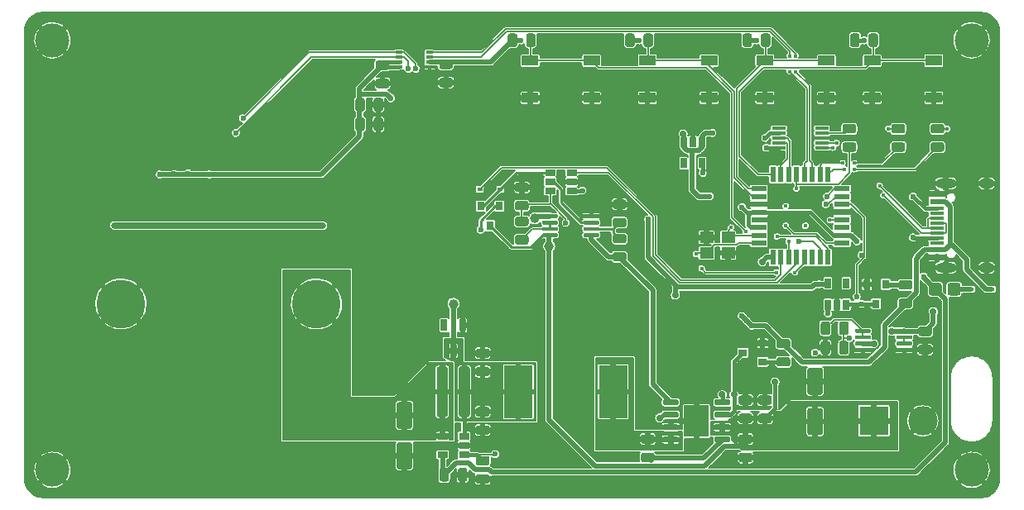
<source format=gbr>
%TF.GenerationSoftware,KiCad,Pcbnew,(5.99.0-3349-gc9824bbd9)*%
%TF.CreationDate,2020-09-17T19:27:59-07:00*%
%TF.ProjectId,Power_Supply,506f7765-725f-4537-9570-706c792e6b69,rev?*%
%TF.SameCoordinates,Original*%
%TF.FileFunction,Copper,L1,Top*%
%TF.FilePolarity,Positive*%
%FSLAX46Y46*%
G04 Gerber Fmt 4.6, Leading zero omitted, Abs format (unit mm)*
G04 Created by KiCad (PCBNEW (5.99.0-3349-gc9824bbd9)) date 2020-09-17 19:27:59*
%MOMM*%
%LPD*%
G01*
G04 APERTURE LIST*
%TA.AperFunction,ComponentPad*%
%ADD10C,3.500000*%
%TD*%
%TA.AperFunction,ComponentPad*%
%ADD11R,3.000000X3.000000*%
%TD*%
%TA.AperFunction,ComponentPad*%
%ADD12C,3.000000*%
%TD*%
%TA.AperFunction,SMDPad,CuDef*%
%ADD13R,1.400000X1.150000*%
%TD*%
%TA.AperFunction,SMDPad,CuDef*%
%ADD14R,1.600000X0.550000*%
%TD*%
%TA.AperFunction,SMDPad,CuDef*%
%ADD15R,0.550000X1.600000*%
%TD*%
%TA.AperFunction,SMDPad,CuDef*%
%ADD16R,0.900000X0.800000*%
%TD*%
%TA.AperFunction,SMDPad,CuDef*%
%ADD17R,1.700000X1.000000*%
%TD*%
%TA.AperFunction,SMDPad,CuDef*%
%ADD18R,0.600000X0.450000*%
%TD*%
%TA.AperFunction,SMDPad,CuDef*%
%ADD19R,0.800000X0.300000*%
%TD*%
%TA.AperFunction,WasherPad*%
%ADD20O,22.010000X0.600000*%
%TD*%
%TA.AperFunction,ComponentPad*%
%ADD21C,5.000000*%
%TD*%
%TA.AperFunction,SMDPad,CuDef*%
%ADD22R,1.400000X0.300000*%
%TD*%
%TA.AperFunction,SMDPad,CuDef*%
%ADD23R,0.800000X0.900000*%
%TD*%
%TA.AperFunction,SMDPad,CuDef*%
%ADD24R,1.450000X0.600000*%
%TD*%
%TA.AperFunction,SMDPad,CuDef*%
%ADD25R,1.450000X0.300000*%
%TD*%
%TA.AperFunction,ComponentPad*%
%ADD26O,1.600000X1.000000*%
%TD*%
%TA.AperFunction,ComponentPad*%
%ADD27O,2.100000X1.000000*%
%TD*%
%TA.AperFunction,SMDPad,CuDef*%
%ADD28R,2.900000X5.400000*%
%TD*%
%TA.AperFunction,SMDPad,CuDef*%
%ADD29R,1.060000X0.650000*%
%TD*%
%TA.AperFunction,SMDPad,CuDef*%
%ADD30R,2.514000X3.200000*%
%TD*%
%TA.AperFunction,SMDPad,CuDef*%
%ADD31R,0.650000X1.060000*%
%TD*%
%TA.AperFunction,SMDPad,CuDef*%
%ADD32R,0.650000X1.220000*%
%TD*%
%TA.AperFunction,ViaPad*%
%ADD33C,0.600000*%
%TD*%
%TA.AperFunction,ViaPad*%
%ADD34C,0.700000*%
%TD*%
%TA.AperFunction,ViaPad*%
%ADD35C,1.000000*%
%TD*%
%TA.AperFunction,ViaPad*%
%ADD36C,0.450000*%
%TD*%
%TA.AperFunction,Conductor*%
%ADD37C,0.508000*%
%TD*%
%TA.AperFunction,Conductor*%
%ADD38C,0.254000*%
%TD*%
%TA.AperFunction,Conductor*%
%ADD39C,0.381000*%
%TD*%
%TA.AperFunction,Conductor*%
%ADD40C,0.127000*%
%TD*%
G04 APERTURE END LIST*
D10*
%TO.P,H3,1,1*%
%TO.N,GND*%
X109000000Y-59000000D03*
%TD*%
%TO.P,H2,1,1*%
%TO.N,GND*%
X109000000Y-15000000D03*
%TD*%
%TO.P,C27,1*%
%TO.N,GND*%
%TA.AperFunction,SMDPad,CuDef*%
G36*
G01*
X55706250Y-19825000D02*
X54793750Y-19825000D01*
G75*
G02*
X54550000Y-19581250I0J243750D01*
G01*
X54550000Y-19093750D01*
G75*
G02*
X54793750Y-18850000I243750J0D01*
G01*
X55706250Y-18850000D01*
G75*
G02*
X55950000Y-19093750I0J-243750D01*
G01*
X55950000Y-19581250D01*
G75*
G02*
X55706250Y-19825000I-243750J0D01*
G01*
G37*
%TD.AperFunction*%
%TO.P,C27,2*%
%TO.N,+5V*%
%TA.AperFunction,SMDPad,CuDef*%
G36*
G01*
X55706250Y-17950000D02*
X54793750Y-17950000D01*
G75*
G02*
X54550000Y-17706250I0J243750D01*
G01*
X54550000Y-17218750D01*
G75*
G02*
X54793750Y-16975000I243750J0D01*
G01*
X55706250Y-16975000D01*
G75*
G02*
X55950000Y-17218750I0J-243750D01*
G01*
X55950000Y-17706250D01*
G75*
G02*
X55706250Y-17950000I-243750J0D01*
G01*
G37*
%TD.AperFunction*%
%TD*%
%TO.P,C29,1*%
%TO.N,GND*%
%TA.AperFunction,SMDPad,CuDef*%
G36*
G01*
X49206250Y-19925000D02*
X48293750Y-19925000D01*
G75*
G02*
X48050000Y-19681250I0J243750D01*
G01*
X48050000Y-19193750D01*
G75*
G02*
X48293750Y-18950000I243750J0D01*
G01*
X49206250Y-18950000D01*
G75*
G02*
X49450000Y-19193750I0J-243750D01*
G01*
X49450000Y-19681250D01*
G75*
G02*
X49206250Y-19925000I-243750J0D01*
G01*
G37*
%TD.AperFunction*%
%TO.P,C29,2*%
%TO.N,+3V3*%
%TA.AperFunction,SMDPad,CuDef*%
G36*
G01*
X49206250Y-18050000D02*
X48293750Y-18050000D01*
G75*
G02*
X48050000Y-17806250I0J243750D01*
G01*
X48050000Y-17318750D01*
G75*
G02*
X48293750Y-17075000I243750J0D01*
G01*
X49206250Y-17075000D01*
G75*
G02*
X49450000Y-17318750I0J-243750D01*
G01*
X49450000Y-17806250D01*
G75*
G02*
X49206250Y-18050000I-243750J0D01*
G01*
G37*
%TD.AperFunction*%
%TD*%
%TO.P,R20,1*%
%TO.N,Net-(R19-Pad2)*%
%TA.AperFunction,SMDPad,CuDef*%
G36*
G01*
X73456250Y-34175000D02*
X72543750Y-34175000D01*
G75*
G02*
X72300000Y-33931250I0J243750D01*
G01*
X72300000Y-33443750D01*
G75*
G02*
X72543750Y-33200000I243750J0D01*
G01*
X73456250Y-33200000D01*
G75*
G02*
X73700000Y-33443750I0J-243750D01*
G01*
X73700000Y-33931250D01*
G75*
G02*
X73456250Y-34175000I-243750J0D01*
G01*
G37*
%TD.AperFunction*%
%TO.P,R20,2*%
%TO.N,GND*%
%TA.AperFunction,SMDPad,CuDef*%
G36*
G01*
X73456250Y-32300000D02*
X72543750Y-32300000D01*
G75*
G02*
X72300000Y-32056250I0J243750D01*
G01*
X72300000Y-31568750D01*
G75*
G02*
X72543750Y-31325000I243750J0D01*
G01*
X73456250Y-31325000D01*
G75*
G02*
X73700000Y-31568750I0J-243750D01*
G01*
X73700000Y-32056250D01*
G75*
G02*
X73456250Y-32300000I-243750J0D01*
G01*
G37*
%TD.AperFunction*%
%TD*%
%TO.P,C6,1*%
%TO.N,Net-(C6-Pad1)*%
%TA.AperFunction,SMDPad,CuDef*%
G36*
G01*
X76326250Y-58225000D02*
X75413750Y-58225000D01*
G75*
G02*
X75170000Y-57981250I0J243750D01*
G01*
X75170000Y-57493750D01*
G75*
G02*
X75413750Y-57250000I243750J0D01*
G01*
X76326250Y-57250000D01*
G75*
G02*
X76570000Y-57493750I0J-243750D01*
G01*
X76570000Y-57981250D01*
G75*
G02*
X76326250Y-58225000I-243750J0D01*
G01*
G37*
%TD.AperFunction*%
%TO.P,C6,2*%
%TO.N,Net-(C6-Pad2)*%
%TA.AperFunction,SMDPad,CuDef*%
G36*
G01*
X76326250Y-56350000D02*
X75413750Y-56350000D01*
G75*
G02*
X75170000Y-56106250I0J243750D01*
G01*
X75170000Y-55618750D01*
G75*
G02*
X75413750Y-55375000I243750J0D01*
G01*
X76326250Y-55375000D01*
G75*
G02*
X76570000Y-55618750I0J-243750D01*
G01*
X76570000Y-56106250D01*
G75*
G02*
X76326250Y-56350000I-243750J0D01*
G01*
G37*
%TD.AperFunction*%
%TD*%
%TO.P,R23,1*%
%TO.N,/Vin*%
%TA.AperFunction,SMDPad,CuDef*%
G36*
G01*
X93575000Y-44956250D02*
X93575000Y-44043750D01*
G75*
G02*
X93818750Y-43800000I243750J0D01*
G01*
X94306250Y-43800000D01*
G75*
G02*
X94550000Y-44043750I0J-243750D01*
G01*
X94550000Y-44956250D01*
G75*
G02*
X94306250Y-45200000I-243750J0D01*
G01*
X93818750Y-45200000D01*
G75*
G02*
X93575000Y-44956250I0J243750D01*
G01*
G37*
%TD.AperFunction*%
%TO.P,R23,2*%
%TO.N,Net-(D8-Pad2)*%
%TA.AperFunction,SMDPad,CuDef*%
G36*
G01*
X95450000Y-44956250D02*
X95450000Y-44043750D01*
G75*
G02*
X95693750Y-43800000I243750J0D01*
G01*
X96181250Y-43800000D01*
G75*
G02*
X96425000Y-44043750I0J-243750D01*
G01*
X96425000Y-44956250D01*
G75*
G02*
X96181250Y-45200000I-243750J0D01*
G01*
X95693750Y-45200000D01*
G75*
G02*
X95450000Y-44956250I0J243750D01*
G01*
G37*
%TD.AperFunction*%
%TD*%
D11*
%TO.P,J4,1,Pin_1*%
%TO.N,+VSW*%
X99000000Y-54000000D03*
D12*
%TO.P,J4,2,Pin_2*%
%TO.N,GND*%
X104000000Y-54000000D03*
%TD*%
%TO.P,R16,1*%
%TO.N,/V_SENSE*%
%TA.AperFunction,SMDPad,CuDef*%
G36*
G01*
X62543750Y-33075000D02*
X63456250Y-33075000D01*
G75*
G02*
X63700000Y-33318750I0J-243750D01*
G01*
X63700000Y-33806250D01*
G75*
G02*
X63456250Y-34050000I-243750J0D01*
G01*
X62543750Y-34050000D01*
G75*
G02*
X62300000Y-33806250I0J243750D01*
G01*
X62300000Y-33318750D01*
G75*
G02*
X62543750Y-33075000I243750J0D01*
G01*
G37*
%TD.AperFunction*%
%TO.P,R16,2*%
%TO.N,Net-(R16-Pad2)*%
%TA.AperFunction,SMDPad,CuDef*%
G36*
G01*
X62543750Y-34950000D02*
X63456250Y-34950000D01*
G75*
G02*
X63700000Y-35193750I0J-243750D01*
G01*
X63700000Y-35681250D01*
G75*
G02*
X63456250Y-35925000I-243750J0D01*
G01*
X62543750Y-35925000D01*
G75*
G02*
X62300000Y-35681250I0J243750D01*
G01*
X62300000Y-35193750D01*
G75*
G02*
X62543750Y-34950000I243750J0D01*
G01*
G37*
%TD.AperFunction*%
%TD*%
%TO.P,C18,1*%
%TO.N,GND*%
%TA.AperFunction,SMDPad,CuDef*%
G36*
G01*
X59456250Y-55425000D02*
X58543750Y-55425000D01*
G75*
G02*
X58300000Y-55181250I0J243750D01*
G01*
X58300000Y-54693750D01*
G75*
G02*
X58543750Y-54450000I243750J0D01*
G01*
X59456250Y-54450000D01*
G75*
G02*
X59700000Y-54693750I0J-243750D01*
G01*
X59700000Y-55181250D01*
G75*
G02*
X59456250Y-55425000I-243750J0D01*
G01*
G37*
%TD.AperFunction*%
%TO.P,C18,2*%
%TO.N,Net-(C16-Pad2)*%
%TA.AperFunction,SMDPad,CuDef*%
G36*
G01*
X59456250Y-53550000D02*
X58543750Y-53550000D01*
G75*
G02*
X58300000Y-53306250I0J243750D01*
G01*
X58300000Y-52818750D01*
G75*
G02*
X58543750Y-52575000I243750J0D01*
G01*
X59456250Y-52575000D01*
G75*
G02*
X59700000Y-52818750I0J-243750D01*
G01*
X59700000Y-53306250D01*
G75*
G02*
X59456250Y-53550000I-243750J0D01*
G01*
G37*
%TD.AperFunction*%
%TD*%
D13*
%TO.P,Y1,1,1*%
%TO.N,Net-(C15-Pad2)*%
X81900000Y-36800000D03*
%TO.P,Y1,2,2*%
%TO.N,GND*%
X84100000Y-36800000D03*
%TO.P,Y1,3,3*%
%TO.N,Net-(C17-Pad2)*%
X84100000Y-35200000D03*
%TO.P,Y1,4,4*%
%TO.N,GND*%
X81900000Y-35200000D03*
%TD*%
%TO.P,U4,1*%
%TO.N,/V_FB*%
%TA.AperFunction,SMDPad,CuDef*%
G36*
G01*
X70925000Y-34875000D02*
X70925000Y-35075000D01*
G75*
G02*
X70825000Y-35175000I-100000J0D01*
G01*
X69400000Y-35175000D01*
G75*
G02*
X69300000Y-35075000I0J100000D01*
G01*
X69300000Y-34875000D01*
G75*
G02*
X69400000Y-34775000I100000J0D01*
G01*
X70825000Y-34775000D01*
G75*
G02*
X70925000Y-34875000I0J-100000D01*
G01*
G37*
%TD.AperFunction*%
%TO.P,U4,2,-*%
%TO.N,Net-(R19-Pad2)*%
%TA.AperFunction,SMDPad,CuDef*%
G36*
G01*
X70925000Y-34225000D02*
X70925000Y-34425000D01*
G75*
G02*
X70825000Y-34525000I-100000J0D01*
G01*
X69400000Y-34525000D01*
G75*
G02*
X69300000Y-34425000I0J100000D01*
G01*
X69300000Y-34225000D01*
G75*
G02*
X69400000Y-34125000I100000J0D01*
G01*
X70825000Y-34125000D01*
G75*
G02*
X70925000Y-34225000I0J-100000D01*
G01*
G37*
%TD.AperFunction*%
%TO.P,U4,3,+*%
%TO.N,Net-(U4-Pad3)*%
%TA.AperFunction,SMDPad,CuDef*%
G36*
G01*
X70925000Y-33575000D02*
X70925000Y-33775000D01*
G75*
G02*
X70825000Y-33875000I-100000J0D01*
G01*
X69400000Y-33875000D01*
G75*
G02*
X69300000Y-33775000I0J100000D01*
G01*
X69300000Y-33575000D01*
G75*
G02*
X69400000Y-33475000I100000J0D01*
G01*
X70825000Y-33475000D01*
G75*
G02*
X70925000Y-33575000I0J-100000D01*
G01*
G37*
%TD.AperFunction*%
%TO.P,U4,4,V-*%
%TO.N,GND*%
%TA.AperFunction,SMDPad,CuDef*%
G36*
G01*
X70925000Y-32925000D02*
X70925000Y-33125000D01*
G75*
G02*
X70825000Y-33225000I-100000J0D01*
G01*
X69400000Y-33225000D01*
G75*
G02*
X69300000Y-33125000I0J100000D01*
G01*
X69300000Y-32925000D01*
G75*
G02*
X69400000Y-32825000I100000J0D01*
G01*
X70825000Y-32825000D01*
G75*
G02*
X70925000Y-32925000I0J-100000D01*
G01*
G37*
%TD.AperFunction*%
%TO.P,U4,5,+*%
%TO.N,Net-(C16-Pad2)*%
%TA.AperFunction,SMDPad,CuDef*%
G36*
G01*
X66700000Y-32925000D02*
X66700000Y-33125000D01*
G75*
G02*
X66600000Y-33225000I-100000J0D01*
G01*
X65175000Y-33225000D01*
G75*
G02*
X65075000Y-33125000I0J100000D01*
G01*
X65075000Y-32925000D01*
G75*
G02*
X65175000Y-32825000I100000J0D01*
G01*
X66600000Y-32825000D01*
G75*
G02*
X66700000Y-32925000I0J-100000D01*
G01*
G37*
%TD.AperFunction*%
%TO.P,U4,6,-*%
%TO.N,Net-(R16-Pad2)*%
%TA.AperFunction,SMDPad,CuDef*%
G36*
G01*
X66700000Y-33575000D02*
X66700000Y-33775000D01*
G75*
G02*
X66600000Y-33875000I-100000J0D01*
G01*
X65175000Y-33875000D01*
G75*
G02*
X65075000Y-33775000I0J100000D01*
G01*
X65075000Y-33575000D01*
G75*
G02*
X65175000Y-33475000I100000J0D01*
G01*
X66600000Y-33475000D01*
G75*
G02*
X66700000Y-33575000I0J-100000D01*
G01*
G37*
%TD.AperFunction*%
%TO.P,U4,7*%
%TA.AperFunction,SMDPad,CuDef*%
G36*
G01*
X66700000Y-34225000D02*
X66700000Y-34425000D01*
G75*
G02*
X66600000Y-34525000I-100000J0D01*
G01*
X65175000Y-34525000D01*
G75*
G02*
X65075000Y-34425000I0J100000D01*
G01*
X65075000Y-34225000D01*
G75*
G02*
X65175000Y-34125000I100000J0D01*
G01*
X66600000Y-34125000D01*
G75*
G02*
X66700000Y-34225000I0J-100000D01*
G01*
G37*
%TD.AperFunction*%
%TO.P,U4,8,V+*%
%TO.N,+VSW*%
%TA.AperFunction,SMDPad,CuDef*%
G36*
G01*
X66700000Y-34875000D02*
X66700000Y-35075000D01*
G75*
G02*
X66600000Y-35175000I-100000J0D01*
G01*
X65175000Y-35175000D01*
G75*
G02*
X65075000Y-35075000I0J100000D01*
G01*
X65075000Y-34875000D01*
G75*
G02*
X65175000Y-34775000I100000J0D01*
G01*
X66600000Y-34775000D01*
G75*
G02*
X66700000Y-34875000I0J-100000D01*
G01*
G37*
%TD.AperFunction*%
%TD*%
D14*
%TO.P,U2,1,PD3*%
%TO.N,/SW2*%
X87250000Y-30200000D03*
%TO.P,U2,2,PD4*%
%TO.N,/SW1*%
X87250000Y-31000000D03*
%TO.P,U2,3,GND*%
%TO.N,GND*%
X87250000Y-31800000D03*
%TO.P,U2,4,VCC*%
%TO.N,+5V*%
X87250000Y-32600000D03*
%TO.P,U2,5,GND*%
%TO.N,GND*%
X87250000Y-33400000D03*
%TO.P,U2,6,VCC*%
%TO.N,+5V*%
X87250000Y-34200000D03*
%TO.P,U2,7,XTAL1/PB6*%
%TO.N,Net-(C17-Pad2)*%
X87250000Y-35000000D03*
%TO.P,U2,8,XTAL2/PB7*%
%TO.N,Net-(C15-Pad2)*%
X87250000Y-35800000D03*
D15*
%TO.P,U2,9,PD5*%
%TO.N,Net-(D5-Pad2)*%
X88700000Y-37250000D03*
%TO.P,U2,10,PD6*%
%TO.N,/~POT_CS*%
X89500000Y-37250000D03*
%TO.P,U2,11,PD7*%
%TO.N,/SW4*%
X90300000Y-37250000D03*
%TO.P,U2,12,PB0*%
%TO.N,/POT_U~D*%
X91100000Y-37250000D03*
%TO.P,U2,13,PB1*%
%TO.N,/POT_VIHH*%
X91900000Y-37250000D03*
%TO.P,U2,14,PB2*%
%TO.N,N/C*%
X92700000Y-37250000D03*
%TO.P,U2,15,PB3*%
%TO.N,/MOSI*%
X93500000Y-37250000D03*
%TO.P,U2,16,PB4*%
%TO.N,/MISO*%
X94300000Y-37250000D03*
D14*
%TO.P,U2,17,PB5*%
%TO.N,/SCK*%
X95750000Y-35800000D03*
%TO.P,U2,18,AVCC*%
%TO.N,+5V*%
X95750000Y-35000000D03*
%TO.P,U2,19,ADC6*%
%TO.N,N/C*%
X95750000Y-34200000D03*
%TO.P,U2,20,AREF*%
%TO.N,Net-(C2-Pad2)*%
X95750000Y-33400000D03*
%TO.P,U2,21,GND*%
%TO.N,GND*%
X95750000Y-32600000D03*
%TO.P,U2,22,ADC7*%
%TO.N,Net-(D8-Pad2)*%
X95750000Y-31800000D03*
%TO.P,U2,23,PC0*%
%TO.N,/I_SENSE*%
X95750000Y-31000000D03*
%TO.P,U2,24,PC1*%
%TO.N,/V_SENSE*%
X95750000Y-30200000D03*
D15*
%TO.P,U2,25,PC2*%
%TO.N,Net-(D2-Pad1)*%
X94300000Y-28750000D03*
%TO.P,U2,26,PC3*%
%TO.N,Net-(D1-Pad1)*%
X93500000Y-28750000D03*
%TO.P,U2,27,PC4*%
%TO.N,/SDA0*%
X92700000Y-28750000D03*
%TO.P,U2,28,PC5*%
%TO.N,/SCL0*%
X91900000Y-28750000D03*
%TO.P,U2,29,~RESET~/PC6*%
%TO.N,/RST*%
X91100000Y-28750000D03*
%TO.P,U2,30,PD0*%
%TO.N,/RX*%
X90300000Y-28750000D03*
%TO.P,U2,31,PD1*%
%TO.N,/TX*%
X89500000Y-28750000D03*
%TO.P,U2,32,PD2*%
%TO.N,/SW3*%
X88700000Y-28750000D03*
%TD*%
%TO.P,C28,1*%
%TO.N,GND*%
%TA.AperFunction,SMDPad,CuDef*%
G36*
G01*
X48825000Y-21143750D02*
X48825000Y-22056250D01*
G75*
G02*
X48581250Y-22300000I-243750J0D01*
G01*
X48093750Y-22300000D01*
G75*
G02*
X47850000Y-22056250I0J243750D01*
G01*
X47850000Y-21143750D01*
G75*
G02*
X48093750Y-20900000I243750J0D01*
G01*
X48581250Y-20900000D01*
G75*
G02*
X48825000Y-21143750I0J-243750D01*
G01*
G37*
%TD.AperFunction*%
%TO.P,C28,2*%
%TO.N,+3V3*%
%TA.AperFunction,SMDPad,CuDef*%
G36*
G01*
X46950000Y-21143750D02*
X46950000Y-22056250D01*
G75*
G02*
X46706250Y-22300000I-243750J0D01*
G01*
X46218750Y-22300000D01*
G75*
G02*
X45975000Y-22056250I0J243750D01*
G01*
X45975000Y-21143750D01*
G75*
G02*
X46218750Y-20900000I243750J0D01*
G01*
X46706250Y-20900000D01*
G75*
G02*
X46950000Y-21143750I0J-243750D01*
G01*
G37*
%TD.AperFunction*%
%TD*%
D16*
%TO.P,Q2,1,G*%
%TO.N,Net-(Q2-Pad1)*%
X87620000Y-47950000D03*
%TO.P,Q2,2,S*%
%TO.N,GND*%
X87620000Y-46050000D03*
%TO.P,Q2,3,D*%
%TO.N,Net-(Q2-Pad3)*%
X85620000Y-47000000D03*
%TD*%
%TO.P,C4,1*%
%TO.N,GND*%
%TA.AperFunction,SMDPad,CuDef*%
G36*
G01*
X86326250Y-58225000D02*
X85413750Y-58225000D01*
G75*
G02*
X85170000Y-57981250I0J243750D01*
G01*
X85170000Y-57493750D01*
G75*
G02*
X85413750Y-57250000I243750J0D01*
G01*
X86326250Y-57250000D01*
G75*
G02*
X86570000Y-57493750I0J-243750D01*
G01*
X86570000Y-57981250D01*
G75*
G02*
X86326250Y-58225000I-243750J0D01*
G01*
G37*
%TD.AperFunction*%
%TO.P,C4,2*%
%TO.N,+VSW*%
%TA.AperFunction,SMDPad,CuDef*%
G36*
G01*
X86326250Y-56350000D02*
X85413750Y-56350000D01*
G75*
G02*
X85170000Y-56106250I0J243750D01*
G01*
X85170000Y-55618750D01*
G75*
G02*
X85413750Y-55375000I243750J0D01*
G01*
X86326250Y-55375000D01*
G75*
G02*
X86570000Y-55618750I0J-243750D01*
G01*
X86570000Y-56106250D01*
G75*
G02*
X86326250Y-56350000I-243750J0D01*
G01*
G37*
%TD.AperFunction*%
%TD*%
D17*
%TO.P,SW2,1,1*%
%TO.N,/SW2*%
X87850000Y-17100000D03*
X94150000Y-17100000D03*
%TO.P,SW2,2,2*%
%TO.N,GND*%
X94150000Y-20900000D03*
X87850000Y-20900000D03*
%TD*%
D18*
%TO.P,D4,1,K*%
%TO.N,Net-(D4-Pad1)*%
X108950000Y-40500000D03*
%TO.P,D4,2,A*%
%TO.N,/REG_EN*%
X111050000Y-40500000D03*
%TD*%
%TO.P,R21,1*%
%TO.N,Net-(Q1-Pad1)*%
%TA.AperFunction,SMDPad,CuDef*%
G36*
G01*
X101793750Y-39575000D02*
X102706250Y-39575000D01*
G75*
G02*
X102950000Y-39818750I0J-243750D01*
G01*
X102950000Y-40306250D01*
G75*
G02*
X102706250Y-40550000I-243750J0D01*
G01*
X101793750Y-40550000D01*
G75*
G02*
X101550000Y-40306250I0J243750D01*
G01*
X101550000Y-39818750D01*
G75*
G02*
X101793750Y-39575000I243750J0D01*
G01*
G37*
%TD.AperFunction*%
%TO.P,R21,2*%
%TO.N,/REG_EN*%
%TA.AperFunction,SMDPad,CuDef*%
G36*
G01*
X101793750Y-41450000D02*
X102706250Y-41450000D01*
G75*
G02*
X102950000Y-41693750I0J-243750D01*
G01*
X102950000Y-42181250D01*
G75*
G02*
X102706250Y-42425000I-243750J0D01*
G01*
X101793750Y-42425000D01*
G75*
G02*
X101550000Y-42181250I0J243750D01*
G01*
X101550000Y-41693750D01*
G75*
G02*
X101793750Y-41450000I243750J0D01*
G01*
G37*
%TD.AperFunction*%
%TD*%
%TO.P,R13,1*%
%TO.N,VDC*%
%TA.AperFunction,SMDPad,CuDef*%
G36*
G01*
X54300000Y-53350000D02*
X54300000Y-48650000D01*
G75*
G02*
X54550000Y-48400000I250000J0D01*
G01*
X55200000Y-48400000D01*
G75*
G02*
X55450000Y-48650000I0J-250000D01*
G01*
X55450000Y-53350000D01*
G75*
G02*
X55200000Y-53600000I-250000J0D01*
G01*
X54550000Y-53600000D01*
G75*
G02*
X54300000Y-53350000I0J250000D01*
G01*
G37*
%TD.AperFunction*%
%TO.P,R13,2*%
%TO.N,Net-(C16-Pad2)*%
%TA.AperFunction,SMDPad,CuDef*%
G36*
G01*
X56550000Y-53350000D02*
X56550000Y-48650000D01*
G75*
G02*
X56800000Y-48400000I250000J0D01*
G01*
X57450000Y-48400000D01*
G75*
G02*
X57700000Y-48650000I0J-250000D01*
G01*
X57700000Y-53350000D01*
G75*
G02*
X57450000Y-53600000I-250000J0D01*
G01*
X56800000Y-53600000D01*
G75*
G02*
X56550000Y-53350000I0J250000D01*
G01*
G37*
%TD.AperFunction*%
%TD*%
%TO.P,R10,1*%
%TO.N,+5V*%
%TA.AperFunction,SMDPad,CuDef*%
G36*
G01*
X61575000Y-15456250D02*
X61575000Y-14543750D01*
G75*
G02*
X61818750Y-14300000I243750J0D01*
G01*
X62306250Y-14300000D01*
G75*
G02*
X62550000Y-14543750I0J-243750D01*
G01*
X62550000Y-15456250D01*
G75*
G02*
X62306250Y-15700000I-243750J0D01*
G01*
X61818750Y-15700000D01*
G75*
G02*
X61575000Y-15456250I0J243750D01*
G01*
G37*
%TD.AperFunction*%
%TO.P,R10,2*%
%TO.N,/SW4*%
%TA.AperFunction,SMDPad,CuDef*%
G36*
G01*
X63450000Y-15456250D02*
X63450000Y-14543750D01*
G75*
G02*
X63693750Y-14300000I243750J0D01*
G01*
X64181250Y-14300000D01*
G75*
G02*
X64425000Y-14543750I0J-243750D01*
G01*
X64425000Y-15456250D01*
G75*
G02*
X64181250Y-15700000I-243750J0D01*
G01*
X63693750Y-15700000D01*
G75*
G02*
X63450000Y-15456250I0J243750D01*
G01*
G37*
%TD.AperFunction*%
%TD*%
%TO.P,C1,1*%
%TO.N,GND*%
%TA.AperFunction,SMDPad,CuDef*%
G36*
G01*
X85413750Y-51375000D02*
X86326250Y-51375000D01*
G75*
G02*
X86570000Y-51618750I0J-243750D01*
G01*
X86570000Y-52106250D01*
G75*
G02*
X86326250Y-52350000I-243750J0D01*
G01*
X85413750Y-52350000D01*
G75*
G02*
X85170000Y-52106250I0J243750D01*
G01*
X85170000Y-51618750D01*
G75*
G02*
X85413750Y-51375000I243750J0D01*
G01*
G37*
%TD.AperFunction*%
%TO.P,C1,2*%
%TO.N,+VSW*%
%TA.AperFunction,SMDPad,CuDef*%
G36*
G01*
X85413750Y-53250000D02*
X86326250Y-53250000D01*
G75*
G02*
X86570000Y-53493750I0J-243750D01*
G01*
X86570000Y-53981250D01*
G75*
G02*
X86326250Y-54225000I-243750J0D01*
G01*
X85413750Y-54225000D01*
G75*
G02*
X85170000Y-53981250I0J243750D01*
G01*
X85170000Y-53493750D01*
G75*
G02*
X85413750Y-53250000I243750J0D01*
G01*
G37*
%TD.AperFunction*%
%TD*%
%TO.P,C20,1*%
%TO.N,+5V*%
%TA.AperFunction,SMDPad,CuDef*%
G36*
G01*
X54575000Y-59956250D02*
X54575000Y-59043750D01*
G75*
G02*
X54818750Y-58800000I243750J0D01*
G01*
X55306250Y-58800000D01*
G75*
G02*
X55550000Y-59043750I0J-243750D01*
G01*
X55550000Y-59956250D01*
G75*
G02*
X55306250Y-60200000I-243750J0D01*
G01*
X54818750Y-60200000D01*
G75*
G02*
X54575000Y-59956250I0J243750D01*
G01*
G37*
%TD.AperFunction*%
%TO.P,C20,2*%
%TO.N,GND*%
%TA.AperFunction,SMDPad,CuDef*%
G36*
G01*
X56450000Y-59956250D02*
X56450000Y-59043750D01*
G75*
G02*
X56693750Y-58800000I243750J0D01*
G01*
X57181250Y-58800000D01*
G75*
G02*
X57425000Y-59043750I0J-243750D01*
G01*
X57425000Y-59956250D01*
G75*
G02*
X57181250Y-60200000I-243750J0D01*
G01*
X56693750Y-60200000D01*
G75*
G02*
X56450000Y-59956250I0J243750D01*
G01*
G37*
%TD.AperFunction*%
%TD*%
%TO.P,R6,1*%
%TO.N,+5V*%
%TA.AperFunction,SMDPad,CuDef*%
G36*
G01*
X73575000Y-15456250D02*
X73575000Y-14543750D01*
G75*
G02*
X73818750Y-14300000I243750J0D01*
G01*
X74306250Y-14300000D01*
G75*
G02*
X74550000Y-14543750I0J-243750D01*
G01*
X74550000Y-15456250D01*
G75*
G02*
X74306250Y-15700000I-243750J0D01*
G01*
X73818750Y-15700000D01*
G75*
G02*
X73575000Y-15456250I0J243750D01*
G01*
G37*
%TD.AperFunction*%
%TO.P,R6,2*%
%TO.N,/SW1*%
%TA.AperFunction,SMDPad,CuDef*%
G36*
G01*
X75450000Y-15456250D02*
X75450000Y-14543750D01*
G75*
G02*
X75693750Y-14300000I243750J0D01*
G01*
X76181250Y-14300000D01*
G75*
G02*
X76425000Y-14543750I0J-243750D01*
G01*
X76425000Y-15456250D01*
G75*
G02*
X76181250Y-15700000I-243750J0D01*
G01*
X75693750Y-15700000D01*
G75*
G02*
X75450000Y-15456250I0J243750D01*
G01*
G37*
%TD.AperFunction*%
%TD*%
D17*
%TO.P,SW1,1,1*%
%TO.N,/SW1*%
X75850000Y-17100000D03*
X82150000Y-17100000D03*
%TO.P,SW1,2,2*%
%TO.N,GND*%
X75850000Y-20900000D03*
X82150000Y-20900000D03*
%TD*%
%TO.P,R18,1*%
%TO.N,GND*%
%TA.AperFunction,SMDPad,CuDef*%
G36*
G01*
X59456250Y-60425000D02*
X58543750Y-60425000D01*
G75*
G02*
X58300000Y-60181250I0J243750D01*
G01*
X58300000Y-59693750D01*
G75*
G02*
X58543750Y-59450000I243750J0D01*
G01*
X59456250Y-59450000D01*
G75*
G02*
X59700000Y-59693750I0J-243750D01*
G01*
X59700000Y-60181250D01*
G75*
G02*
X59456250Y-60425000I-243750J0D01*
G01*
G37*
%TD.AperFunction*%
%TO.P,R18,2*%
%TO.N,/I_SENSE*%
%TA.AperFunction,SMDPad,CuDef*%
G36*
G01*
X59456250Y-58550000D02*
X58543750Y-58550000D01*
G75*
G02*
X58300000Y-58306250I0J243750D01*
G01*
X58300000Y-57818750D01*
G75*
G02*
X58543750Y-57575000I243750J0D01*
G01*
X59456250Y-57575000D01*
G75*
G02*
X59700000Y-57818750I0J-243750D01*
G01*
X59700000Y-58306250D01*
G75*
G02*
X59456250Y-58550000I-243750J0D01*
G01*
G37*
%TD.AperFunction*%
%TD*%
D19*
%TO.P,U9,1,GND*%
%TO.N,GND*%
X53550000Y-17750000D03*
%TO.P,U9,2,VREF1*%
%TO.N,+5V*%
X53550000Y-17250000D03*
%TO.P,U9,3,SCL1*%
%TO.N,/SCL0*%
X53550000Y-16750000D03*
%TO.P,U9,4,SDA1*%
%TO.N,/SDA0*%
X53550000Y-16250000D03*
%TO.P,U9,5,SDA2*%
%TO.N,Net-(R14-Pad2)*%
X50450000Y-16250000D03*
%TO.P,U9,6,SCL2*%
%TO.N,Net-(R5-Pad2)*%
X50450000Y-16750000D03*
%TO.P,U9,7,VREF2*%
%TO.N,+3V3*%
X50450000Y-17250000D03*
%TO.P,U9,8,EN*%
X50450000Y-17750000D03*
%TD*%
%TO.P,C7,1*%
%TO.N,GND*%
%TA.AperFunction,SMDPad,CuDef*%
G36*
G01*
X51550000Y-58950000D02*
X50450000Y-58950000D01*
G75*
G02*
X50200000Y-58700000I0J250000D01*
G01*
X50200000Y-56425000D01*
G75*
G02*
X50450000Y-56175000I250000J0D01*
G01*
X51550000Y-56175000D01*
G75*
G02*
X51800000Y-56425000I0J-250000D01*
G01*
X51800000Y-58700000D01*
G75*
G02*
X51550000Y-58950000I-250000J0D01*
G01*
G37*
%TD.AperFunction*%
%TO.P,C7,2*%
%TO.N,VDC*%
%TA.AperFunction,SMDPad,CuDef*%
G36*
G01*
X51550000Y-54825000D02*
X50450000Y-54825000D01*
G75*
G02*
X50200000Y-54575000I0J250000D01*
G01*
X50200000Y-52300000D01*
G75*
G02*
X50450000Y-52050000I250000J0D01*
G01*
X51550000Y-52050000D01*
G75*
G02*
X51800000Y-52300000I0J-250000D01*
G01*
X51800000Y-54575000D01*
G75*
G02*
X51550000Y-54825000I-250000J0D01*
G01*
G37*
%TD.AperFunction*%
%TD*%
%TO.P,C35,1*%
%TO.N,GND*%
%TA.AperFunction,SMDPad,CuDef*%
G36*
G01*
X104706250Y-47175000D02*
X103793750Y-47175000D01*
G75*
G02*
X103550000Y-46931250I0J243750D01*
G01*
X103550000Y-46443750D01*
G75*
G02*
X103793750Y-46200000I243750J0D01*
G01*
X104706250Y-46200000D01*
G75*
G02*
X104950000Y-46443750I0J-243750D01*
G01*
X104950000Y-46931250D01*
G75*
G02*
X104706250Y-47175000I-243750J0D01*
G01*
G37*
%TD.AperFunction*%
%TO.P,C35,2*%
%TO.N,+VSW*%
%TA.AperFunction,SMDPad,CuDef*%
G36*
G01*
X104706250Y-45300000D02*
X103793750Y-45300000D01*
G75*
G02*
X103550000Y-45056250I0J243750D01*
G01*
X103550000Y-44568750D01*
G75*
G02*
X103793750Y-44325000I243750J0D01*
G01*
X104706250Y-44325000D01*
G75*
G02*
X104950000Y-44568750I0J-243750D01*
G01*
X104950000Y-45056250D01*
G75*
G02*
X104706250Y-45300000I-243750J0D01*
G01*
G37*
%TD.AperFunction*%
%TD*%
D20*
%TO.P,U10,*%
%TO.N,*%
X32000000Y-34000000D03*
%TD*%
D21*
%TO.P,J3,1,Pin_1*%
%TO.N,GND*%
X22000000Y-42000000D03*
%TD*%
D10*
%TO.P,H4,1,1*%
%TO.N,GND*%
X15000000Y-59000000D03*
%TD*%
%TO.P,R8,1*%
%TO.N,+5V*%
%TA.AperFunction,SMDPad,CuDef*%
G36*
G01*
X85575000Y-15456250D02*
X85575000Y-14543750D01*
G75*
G02*
X85818750Y-14300000I243750J0D01*
G01*
X86306250Y-14300000D01*
G75*
G02*
X86550000Y-14543750I0J-243750D01*
G01*
X86550000Y-15456250D01*
G75*
G02*
X86306250Y-15700000I-243750J0D01*
G01*
X85818750Y-15700000D01*
G75*
G02*
X85575000Y-15456250I0J243750D01*
G01*
G37*
%TD.AperFunction*%
%TO.P,R8,2*%
%TO.N,/SW2*%
%TA.AperFunction,SMDPad,CuDef*%
G36*
G01*
X87450000Y-15456250D02*
X87450000Y-14543750D01*
G75*
G02*
X87693750Y-14300000I243750J0D01*
G01*
X88181250Y-14300000D01*
G75*
G02*
X88425000Y-14543750I0J-243750D01*
G01*
X88425000Y-15456250D01*
G75*
G02*
X88181250Y-15700000I-243750J0D01*
G01*
X87693750Y-15700000D01*
G75*
G02*
X87450000Y-15456250I0J243750D01*
G01*
G37*
%TD.AperFunction*%
%TD*%
D17*
%TO.P,SW3,1,1*%
%TO.N,/SW3*%
X105150000Y-17100000D03*
X98850000Y-17100000D03*
%TO.P,SW3,2,2*%
%TO.N,GND*%
X105150000Y-20900000D03*
X98850000Y-20900000D03*
%TD*%
D22*
%TO.P,U7,1,UD+*%
%TO.N,/D+*%
X93700000Y-26000000D03*
%TO.P,U7,2,UD-*%
%TO.N,/D-*%
X93700000Y-25500000D03*
%TO.P,U7,3,GND*%
%TO.N,GND*%
X93700000Y-25000000D03*
%TO.P,U7,4,~RTS*%
%TO.N,Net-(C25-Pad2)*%
X93700000Y-24500000D03*
%TO.P,U7,5,~CTS*%
%TO.N,N/C*%
X93700000Y-24000000D03*
%TO.P,U7,6,TNOW*%
X89300000Y-24000000D03*
%TO.P,U7,7,VCC*%
%TO.N,+5V*%
X89300000Y-24500000D03*
%TO.P,U7,8,TXD*%
%TO.N,/RX*%
X89300000Y-25000000D03*
%TO.P,U7,9,RXD*%
%TO.N,/TX*%
X89300000Y-25500000D03*
%TO.P,U7,10,V3*%
%TO.N,+3V3*%
X89300000Y-26000000D03*
%TD*%
D18*
%TO.P,D9,1,K*%
%TO.N,Net-(D9-Pad1)*%
X60800000Y-30250000D03*
%TO.P,D9,2,A*%
%TO.N,/~POT_CS*%
X58700000Y-30250000D03*
%TD*%
D23*
%TO.P,Q3,1,G*%
%TO.N,Net-(Q3-Pad1)*%
X60700000Y-32000000D03*
%TO.P,Q3,2,S*%
%TO.N,Net-(D9-Pad1)*%
X58800000Y-32000000D03*
%TO.P,Q3,3,D*%
%TO.N,+VSW*%
X59750000Y-34000000D03*
%TD*%
D24*
%TO.P,J5,A1,GND*%
%TO.N,GND*%
X105455000Y-37250000D03*
%TO.P,J5,A4,VBUS*%
%TO.N,/REG_EN*%
X105455000Y-36450000D03*
D25*
%TO.P,J5,A5,CC1*%
%TO.N,Net-(J5-PadA5)*%
X105455000Y-35250000D03*
%TO.P,J5,A6,D+*%
%TO.N,/D+*%
X105455000Y-34250000D03*
%TO.P,J5,A7,D-*%
%TO.N,/D-*%
X105455000Y-33750000D03*
%TO.P,J5,A8,SBU1*%
%TO.N,N/C*%
X105455000Y-32750000D03*
D24*
%TO.P,J5,A9,VBUS*%
%TO.N,/REG_EN*%
X105455000Y-31550000D03*
%TO.P,J5,A12,GND*%
%TO.N,GND*%
X105455000Y-30750000D03*
%TO.P,J5,B1,GND*%
X105455000Y-30750000D03*
%TO.P,J5,B4,VBUS*%
%TO.N,/REG_EN*%
X105455000Y-31550000D03*
D25*
%TO.P,J5,B5,CC2*%
%TO.N,Net-(J5-PadB5)*%
X105455000Y-32250000D03*
%TO.P,J5,B6,D+*%
%TO.N,/D+*%
X105455000Y-33250000D03*
%TO.P,J5,B7,D-*%
%TO.N,/D-*%
X105455000Y-34750000D03*
%TO.P,J5,B8,SBU2*%
%TO.N,N/C*%
X105455000Y-35750000D03*
D24*
%TO.P,J5,B9,VBUS*%
%TO.N,/REG_EN*%
X105455000Y-36450000D03*
%TO.P,J5,B12,GND*%
%TO.N,GND*%
X105455000Y-37250000D03*
D26*
%TO.P,J5,S1,SHIELD*%
X110550000Y-38320000D03*
D27*
X106370000Y-38320000D03*
X106370000Y-29680000D03*
D26*
X110550000Y-29680000D03*
%TD*%
D21*
%TO.P,J2,1,Pin_1*%
%TO.N,VDC*%
X42000000Y-42000000D03*
%TD*%
D10*
%TO.P,H1,1,1*%
%TO.N,GND*%
X15000000Y-15000000D03*
%TD*%
%TO.P,C12,1*%
%TO.N,GND*%
%TA.AperFunction,SMDPad,CuDef*%
G36*
G01*
X92450000Y-48550000D02*
X93550000Y-48550000D01*
G75*
G02*
X93800000Y-48800000I0J-250000D01*
G01*
X93800000Y-51075000D01*
G75*
G02*
X93550000Y-51325000I-250000J0D01*
G01*
X92450000Y-51325000D01*
G75*
G02*
X92200000Y-51075000I0J250000D01*
G01*
X92200000Y-48800000D01*
G75*
G02*
X92450000Y-48550000I250000J0D01*
G01*
G37*
%TD.AperFunction*%
%TO.P,C12,2*%
%TO.N,+VSW*%
%TA.AperFunction,SMDPad,CuDef*%
G36*
G01*
X92450000Y-52675000D02*
X93550000Y-52675000D01*
G75*
G02*
X93800000Y-52925000I0J-250000D01*
G01*
X93800000Y-55200000D01*
G75*
G02*
X93550000Y-55450000I-250000J0D01*
G01*
X92450000Y-55450000D01*
G75*
G02*
X92200000Y-55200000I0J250000D01*
G01*
X92200000Y-52925000D01*
G75*
G02*
X92450000Y-52675000I250000J0D01*
G01*
G37*
%TD.AperFunction*%
%TD*%
%TO.P,R19,1*%
%TO.N,/V_FB*%
%TA.AperFunction,SMDPad,CuDef*%
G36*
G01*
X73456250Y-37675000D02*
X72543750Y-37675000D01*
G75*
G02*
X72300000Y-37431250I0J243750D01*
G01*
X72300000Y-36943750D01*
G75*
G02*
X72543750Y-36700000I243750J0D01*
G01*
X73456250Y-36700000D01*
G75*
G02*
X73700000Y-36943750I0J-243750D01*
G01*
X73700000Y-37431250D01*
G75*
G02*
X73456250Y-37675000I-243750J0D01*
G01*
G37*
%TD.AperFunction*%
%TO.P,R19,2*%
%TO.N,Net-(R19-Pad2)*%
%TA.AperFunction,SMDPad,CuDef*%
G36*
G01*
X73456250Y-35800000D02*
X72543750Y-35800000D01*
G75*
G02*
X72300000Y-35556250I0J243750D01*
G01*
X72300000Y-35068750D01*
G75*
G02*
X72543750Y-34825000I243750J0D01*
G01*
X73456250Y-34825000D01*
G75*
G02*
X73700000Y-35068750I0J-243750D01*
G01*
X73700000Y-35556250D01*
G75*
G02*
X73456250Y-35800000I-243750J0D01*
G01*
G37*
%TD.AperFunction*%
%TD*%
D28*
%TO.P,L1,1*%
%TO.N,Net-(C6-Pad2)*%
X72350000Y-51000000D03*
%TO.P,L1,2*%
%TO.N,Net-(C16-Pad2)*%
X62650000Y-51000000D03*
%TD*%
%TO.P,F1,1*%
%TO.N,Net-(D4-Pad1)*%
%TA.AperFunction,SMDPad,CuDef*%
G36*
G01*
X107875000Y-40100000D02*
X107875000Y-40900000D01*
G75*
G02*
X107625000Y-41150000I-250000J0D01*
G01*
X106800000Y-41150000D01*
G75*
G02*
X106550000Y-40900000I0J250000D01*
G01*
X106550000Y-40100000D01*
G75*
G02*
X106800000Y-39850000I250000J0D01*
G01*
X107625000Y-39850000D01*
G75*
G02*
X107875000Y-40100000I0J-250000D01*
G01*
G37*
%TD.AperFunction*%
%TO.P,F1,2*%
%TO.N,+5V*%
%TA.AperFunction,SMDPad,CuDef*%
G36*
G01*
X105950000Y-40100000D02*
X105950000Y-40900000D01*
G75*
G02*
X105700000Y-41150000I-250000J0D01*
G01*
X104875000Y-41150000D01*
G75*
G02*
X104625000Y-40900000I0J250000D01*
G01*
X104625000Y-40100000D01*
G75*
G02*
X104875000Y-39850000I250000J0D01*
G01*
X105700000Y-39850000D01*
G75*
G02*
X105950000Y-40100000I0J-250000D01*
G01*
G37*
%TD.AperFunction*%
%TD*%
%TO.P,C25,1*%
%TO.N,/RST*%
%TA.AperFunction,SMDPad,CuDef*%
G36*
G01*
X96956250Y-26425000D02*
X96043750Y-26425000D01*
G75*
G02*
X95800000Y-26181250I0J243750D01*
G01*
X95800000Y-25693750D01*
G75*
G02*
X96043750Y-25450000I243750J0D01*
G01*
X96956250Y-25450000D01*
G75*
G02*
X97200000Y-25693750I0J-243750D01*
G01*
X97200000Y-26181250D01*
G75*
G02*
X96956250Y-26425000I-243750J0D01*
G01*
G37*
%TD.AperFunction*%
%TO.P,C25,2*%
%TO.N,Net-(C25-Pad2)*%
%TA.AperFunction,SMDPad,CuDef*%
G36*
G01*
X96956250Y-24550000D02*
X96043750Y-24550000D01*
G75*
G02*
X95800000Y-24306250I0J243750D01*
G01*
X95800000Y-23818750D01*
G75*
G02*
X96043750Y-23575000I243750J0D01*
G01*
X96956250Y-23575000D01*
G75*
G02*
X97200000Y-23818750I0J-243750D01*
G01*
X97200000Y-24306250D01*
G75*
G02*
X96956250Y-24550000I-243750J0D01*
G01*
G37*
%TD.AperFunction*%
%TD*%
D17*
%TO.P,SW4,1,1*%
%TO.N,/SW4*%
X63850000Y-17100000D03*
X70150000Y-17100000D03*
%TO.P,SW4,2,2*%
%TO.N,GND*%
X70150000Y-20900000D03*
X63850000Y-20900000D03*
%TD*%
%TO.P,D1,1,K*%
%TO.N,Net-(D1-Pad1)*%
%TA.AperFunction,SMDPad,CuDef*%
G36*
G01*
X101956250Y-26425000D02*
X101043750Y-26425000D01*
G75*
G02*
X100800000Y-26181250I0J243750D01*
G01*
X100800000Y-25693750D01*
G75*
G02*
X101043750Y-25450000I243750J0D01*
G01*
X101956250Y-25450000D01*
G75*
G02*
X102200000Y-25693750I0J-243750D01*
G01*
X102200000Y-26181250D01*
G75*
G02*
X101956250Y-26425000I-243750J0D01*
G01*
G37*
%TD.AperFunction*%
%TO.P,D1,2,A*%
%TO.N,Net-(D1-Pad2)*%
%TA.AperFunction,SMDPad,CuDef*%
G36*
G01*
X101956250Y-24550000D02*
X101043750Y-24550000D01*
G75*
G02*
X100800000Y-24306250I0J243750D01*
G01*
X100800000Y-23818750D01*
G75*
G02*
X101043750Y-23575000I243750J0D01*
G01*
X101956250Y-23575000D01*
G75*
G02*
X102200000Y-23818750I0J-243750D01*
G01*
X102200000Y-24306250D01*
G75*
G02*
X101956250Y-24550000I-243750J0D01*
G01*
G37*
%TD.AperFunction*%
%TD*%
D23*
%TO.P,Q1,1,G*%
%TO.N,Net-(Q1-Pad1)*%
X100200000Y-40000000D03*
%TO.P,Q1,2,S*%
%TO.N,GND*%
X98300000Y-40000000D03*
%TO.P,Q1,3,D*%
%TO.N,Net-(Q1-Pad3)*%
X99250000Y-42000000D03*
%TD*%
%TO.P,U11,1*%
%TO.N,/Vin*%
%TA.AperFunction,SMDPad,CuDef*%
G36*
G01*
X97075000Y-44875000D02*
X97075000Y-44675000D01*
G75*
G02*
X97175000Y-44575000I100000J0D01*
G01*
X98600000Y-44575000D01*
G75*
G02*
X98700000Y-44675000I0J-100000D01*
G01*
X98700000Y-44875000D01*
G75*
G02*
X98600000Y-44975000I-100000J0D01*
G01*
X97175000Y-44975000D01*
G75*
G02*
X97075000Y-44875000I0J100000D01*
G01*
G37*
%TD.AperFunction*%
%TO.P,U11,2,-*%
%TA.AperFunction,SMDPad,CuDef*%
G36*
G01*
X97075000Y-45525000D02*
X97075000Y-45325000D01*
G75*
G02*
X97175000Y-45225000I100000J0D01*
G01*
X98600000Y-45225000D01*
G75*
G02*
X98700000Y-45325000I0J-100000D01*
G01*
X98700000Y-45525000D01*
G75*
G02*
X98600000Y-45625000I-100000J0D01*
G01*
X97175000Y-45625000D01*
G75*
G02*
X97075000Y-45525000I0J100000D01*
G01*
G37*
%TD.AperFunction*%
%TO.P,U11,3,+*%
%TO.N,+VSW*%
%TA.AperFunction,SMDPad,CuDef*%
G36*
G01*
X97075000Y-46175000D02*
X97075000Y-45975000D01*
G75*
G02*
X97175000Y-45875000I100000J0D01*
G01*
X98600000Y-45875000D01*
G75*
G02*
X98700000Y-45975000I0J-100000D01*
G01*
X98700000Y-46175000D01*
G75*
G02*
X98600000Y-46275000I-100000J0D01*
G01*
X97175000Y-46275000D01*
G75*
G02*
X97075000Y-46175000I0J100000D01*
G01*
G37*
%TD.AperFunction*%
%TO.P,U11,4,V-*%
%TO.N,GND*%
%TA.AperFunction,SMDPad,CuDef*%
G36*
G01*
X97075000Y-46825000D02*
X97075000Y-46625000D01*
G75*
G02*
X97175000Y-46525000I100000J0D01*
G01*
X98600000Y-46525000D01*
G75*
G02*
X98700000Y-46625000I0J-100000D01*
G01*
X98700000Y-46825000D01*
G75*
G02*
X98600000Y-46925000I-100000J0D01*
G01*
X97175000Y-46925000D01*
G75*
G02*
X97075000Y-46825000I0J100000D01*
G01*
G37*
%TD.AperFunction*%
%TO.P,U11,5,+*%
%TA.AperFunction,SMDPad,CuDef*%
G36*
G01*
X101300000Y-46825000D02*
X101300000Y-46625000D01*
G75*
G02*
X101400000Y-46525000I100000J0D01*
G01*
X102825000Y-46525000D01*
G75*
G02*
X102925000Y-46625000I0J-100000D01*
G01*
X102925000Y-46825000D01*
G75*
G02*
X102825000Y-46925000I-100000J0D01*
G01*
X101400000Y-46925000D01*
G75*
G02*
X101300000Y-46825000I0J100000D01*
G01*
G37*
%TD.AperFunction*%
%TO.P,U11,6,-*%
%TO.N,Net-(U11-Pad6)*%
%TA.AperFunction,SMDPad,CuDef*%
G36*
G01*
X101300000Y-46175000D02*
X101300000Y-45975000D01*
G75*
G02*
X101400000Y-45875000I100000J0D01*
G01*
X102825000Y-45875000D01*
G75*
G02*
X102925000Y-45975000I0J-100000D01*
G01*
X102925000Y-46175000D01*
G75*
G02*
X102825000Y-46275000I-100000J0D01*
G01*
X101400000Y-46275000D01*
G75*
G02*
X101300000Y-46175000I0J100000D01*
G01*
G37*
%TD.AperFunction*%
%TO.P,U11,7*%
%TA.AperFunction,SMDPad,CuDef*%
G36*
G01*
X101300000Y-45525000D02*
X101300000Y-45325000D01*
G75*
G02*
X101400000Y-45225000I100000J0D01*
G01*
X102825000Y-45225000D01*
G75*
G02*
X102925000Y-45325000I0J-100000D01*
G01*
X102925000Y-45525000D01*
G75*
G02*
X102825000Y-45625000I-100000J0D01*
G01*
X101400000Y-45625000D01*
G75*
G02*
X101300000Y-45525000I0J100000D01*
G01*
G37*
%TD.AperFunction*%
%TO.P,U11,8,V+*%
%TO.N,+VSW*%
%TA.AperFunction,SMDPad,CuDef*%
G36*
G01*
X101300000Y-44875000D02*
X101300000Y-44675000D01*
G75*
G02*
X101400000Y-44575000I100000J0D01*
G01*
X102825000Y-44575000D01*
G75*
G02*
X102925000Y-44675000I0J-100000D01*
G01*
X102925000Y-44875000D01*
G75*
G02*
X102825000Y-44975000I-100000J0D01*
G01*
X101400000Y-44975000D01*
G75*
G02*
X101300000Y-44875000I0J100000D01*
G01*
G37*
%TD.AperFunction*%
%TD*%
%TO.P,C5,1*%
%TO.N,GND*%
%TA.AperFunction,SMDPad,CuDef*%
G36*
G01*
X87413750Y-51375000D02*
X88326250Y-51375000D01*
G75*
G02*
X88570000Y-51618750I0J-243750D01*
G01*
X88570000Y-52106250D01*
G75*
G02*
X88326250Y-52350000I-243750J0D01*
G01*
X87413750Y-52350000D01*
G75*
G02*
X87170000Y-52106250I0J243750D01*
G01*
X87170000Y-51618750D01*
G75*
G02*
X87413750Y-51375000I243750J0D01*
G01*
G37*
%TD.AperFunction*%
%TO.P,C5,2*%
%TO.N,+VSW*%
%TA.AperFunction,SMDPad,CuDef*%
G36*
G01*
X87413750Y-53250000D02*
X88326250Y-53250000D01*
G75*
G02*
X88570000Y-53493750I0J-243750D01*
G01*
X88570000Y-53981250D01*
G75*
G02*
X88326250Y-54225000I-243750J0D01*
G01*
X87413750Y-54225000D01*
G75*
G02*
X87170000Y-53981250I0J243750D01*
G01*
X87170000Y-53493750D01*
G75*
G02*
X87413750Y-53250000I243750J0D01*
G01*
G37*
%TD.AperFunction*%
%TD*%
D29*
%TO.P,U6,1,VDD*%
%TO.N,+5V*%
X68100000Y-30450000D03*
%TO.P,U6,2,VSS*%
%TO.N,GND*%
X68100000Y-29500000D03*
%TO.P,U6,3,U/~D*%
%TO.N,/POT_U~D*%
X68100000Y-28550000D03*
%TO.P,U6,4,~CS*%
%TO.N,Net-(D9-Pad1)*%
X65900000Y-28550000D03*
%TO.P,U6,5,W*%
%TO.N,Net-(U4-Pad3)*%
X65900000Y-29500000D03*
%TO.P,U6,6,A*%
%TO.N,/V_SENSE*%
X65900000Y-30450000D03*
%TD*%
%TO.P,U3,1,BOOT*%
%TO.N,Net-(C6-Pad1)*%
%TA.AperFunction,SMDPad,CuDef*%
G36*
G01*
X84320000Y-55755000D02*
X84320000Y-56055000D01*
G75*
G02*
X84170000Y-56205000I-150000J0D01*
G01*
X82845000Y-56205000D01*
G75*
G02*
X82695000Y-56055000I0J150000D01*
G01*
X82695000Y-55755000D01*
G75*
G02*
X82845000Y-55605000I150000J0D01*
G01*
X84170000Y-55605000D01*
G75*
G02*
X84320000Y-55755000I0J-150000D01*
G01*
G37*
%TD.AperFunction*%
%TO.P,U3,2,VIN*%
%TO.N,+VSW*%
%TA.AperFunction,SMDPad,CuDef*%
G36*
G01*
X84320000Y-54485000D02*
X84320000Y-54785000D01*
G75*
G02*
X84170000Y-54935000I-150000J0D01*
G01*
X82845000Y-54935000D01*
G75*
G02*
X82695000Y-54785000I0J150000D01*
G01*
X82695000Y-54485000D01*
G75*
G02*
X82845000Y-54335000I150000J0D01*
G01*
X84170000Y-54335000D01*
G75*
G02*
X84320000Y-54485000I0J-150000D01*
G01*
G37*
%TD.AperFunction*%
%TO.P,U3,3,EN*%
%TO.N,Net-(Q2-Pad3)*%
%TA.AperFunction,SMDPad,CuDef*%
G36*
G01*
X84320000Y-53215000D02*
X84320000Y-53515000D01*
G75*
G02*
X84170000Y-53665000I-150000J0D01*
G01*
X82845000Y-53665000D01*
G75*
G02*
X82695000Y-53515000I0J150000D01*
G01*
X82695000Y-53215000D01*
G75*
G02*
X82845000Y-53065000I150000J0D01*
G01*
X84170000Y-53065000D01*
G75*
G02*
X84320000Y-53215000I0J-150000D01*
G01*
G37*
%TD.AperFunction*%
%TO.P,U3,4,SS*%
%TO.N,Net-(C8-Pad2)*%
%TA.AperFunction,SMDPad,CuDef*%
G36*
G01*
X84320000Y-51945000D02*
X84320000Y-52245000D01*
G75*
G02*
X84170000Y-52395000I-150000J0D01*
G01*
X82845000Y-52395000D01*
G75*
G02*
X82695000Y-52245000I0J150000D01*
G01*
X82695000Y-51945000D01*
G75*
G02*
X82845000Y-51795000I150000J0D01*
G01*
X84170000Y-51795000D01*
G75*
G02*
X84320000Y-51945000I0J-150000D01*
G01*
G37*
%TD.AperFunction*%
%TO.P,U3,5,FB*%
%TO.N,/V_FB*%
%TA.AperFunction,SMDPad,CuDef*%
G36*
G01*
X79045000Y-51945000D02*
X79045000Y-52245000D01*
G75*
G02*
X78895000Y-52395000I-150000J0D01*
G01*
X77570000Y-52395000D01*
G75*
G02*
X77420000Y-52245000I0J150000D01*
G01*
X77420000Y-51945000D01*
G75*
G02*
X77570000Y-51795000I150000J0D01*
G01*
X78895000Y-51795000D01*
G75*
G02*
X79045000Y-51945000I0J-150000D01*
G01*
G37*
%TD.AperFunction*%
%TO.P,U3,6,COMP*%
%TO.N,Net-(C13-Pad2)*%
%TA.AperFunction,SMDPad,CuDef*%
G36*
G01*
X79045000Y-53215000D02*
X79045000Y-53515000D01*
G75*
G02*
X78895000Y-53665000I-150000J0D01*
G01*
X77570000Y-53665000D01*
G75*
G02*
X77420000Y-53515000I0J150000D01*
G01*
X77420000Y-53215000D01*
G75*
G02*
X77570000Y-53065000I150000J0D01*
G01*
X78895000Y-53065000D01*
G75*
G02*
X79045000Y-53215000I0J-150000D01*
G01*
G37*
%TD.AperFunction*%
%TO.P,U3,7,GND*%
%TO.N,GND*%
%TA.AperFunction,SMDPad,CuDef*%
G36*
G01*
X79045000Y-54485000D02*
X79045000Y-54785000D01*
G75*
G02*
X78895000Y-54935000I-150000J0D01*
G01*
X77570000Y-54935000D01*
G75*
G02*
X77420000Y-54785000I0J150000D01*
G01*
X77420000Y-54485000D01*
G75*
G02*
X77570000Y-54335000I150000J0D01*
G01*
X78895000Y-54335000D01*
G75*
G02*
X79045000Y-54485000I0J-150000D01*
G01*
G37*
%TD.AperFunction*%
%TO.P,U3,8,PH*%
%TO.N,Net-(C6-Pad2)*%
%TA.AperFunction,SMDPad,CuDef*%
G36*
G01*
X79045000Y-55755000D02*
X79045000Y-56055000D01*
G75*
G02*
X78895000Y-56205000I-150000J0D01*
G01*
X77570000Y-56205000D01*
G75*
G02*
X77420000Y-56055000I0J150000D01*
G01*
X77420000Y-55755000D01*
G75*
G02*
X77570000Y-55605000I150000J0D01*
G01*
X78895000Y-55605000D01*
G75*
G02*
X79045000Y-55755000I0J-150000D01*
G01*
G37*
%TD.AperFunction*%
D30*
%TO.P,U3,9,GND*%
%TO.N,GND*%
X80870000Y-54000000D03*
%TD*%
D29*
%TO.P,U5,1*%
%TO.N,/I_SENSE*%
X57100000Y-57450000D03*
%TO.P,U5,2,GND*%
%TO.N,GND*%
X57100000Y-56500000D03*
%TO.P,U5,3,+*%
%TO.N,Net-(C16-Pad2)*%
X57100000Y-55550000D03*
%TO.P,U5,4,-*%
%TO.N,VDC*%
X54900000Y-55550000D03*
%TO.P,U5,5,V+*%
%TO.N,+5V*%
X54900000Y-57450000D03*
%TD*%
%TO.P,C30,1*%
%TO.N,GND*%
%TA.AperFunction,SMDPad,CuDef*%
G36*
G01*
X48825000Y-23143750D02*
X48825000Y-24056250D01*
G75*
G02*
X48581250Y-24300000I-243750J0D01*
G01*
X48093750Y-24300000D01*
G75*
G02*
X47850000Y-24056250I0J243750D01*
G01*
X47850000Y-23143750D01*
G75*
G02*
X48093750Y-22900000I243750J0D01*
G01*
X48581250Y-22900000D01*
G75*
G02*
X48825000Y-23143750I0J-243750D01*
G01*
G37*
%TD.AperFunction*%
%TO.P,C30,2*%
%TO.N,+3V3*%
%TA.AperFunction,SMDPad,CuDef*%
G36*
G01*
X46950000Y-23143750D02*
X46950000Y-24056250D01*
G75*
G02*
X46706250Y-24300000I-243750J0D01*
G01*
X46218750Y-24300000D01*
G75*
G02*
X45975000Y-24056250I0J243750D01*
G01*
X45975000Y-23143750D01*
G75*
G02*
X46218750Y-22900000I243750J0D01*
G01*
X46706250Y-22900000D01*
G75*
G02*
X46950000Y-23143750I0J-243750D01*
G01*
G37*
%TD.AperFunction*%
%TD*%
D31*
%TO.P,U8,1,IN*%
%TO.N,+5V*%
X81450000Y-25400000D03*
%TO.P,U8,2,GND*%
%TO.N,GND*%
X80500000Y-25400000D03*
%TO.P,U8,3,EN*%
%TO.N,+5V*%
X79550000Y-25400000D03*
%TO.P,U8,4,BP*%
%TO.N,N/C*%
X79550000Y-27600000D03*
%TO.P,U8,5,OUT*%
%TO.N,+3V3*%
X81450000Y-27600000D03*
%TD*%
%TO.P,D2,1,K*%
%TO.N,Net-(D2-Pad1)*%
%TA.AperFunction,SMDPad,CuDef*%
G36*
G01*
X105956250Y-26425000D02*
X105043750Y-26425000D01*
G75*
G02*
X104800000Y-26181250I0J243750D01*
G01*
X104800000Y-25693750D01*
G75*
G02*
X105043750Y-25450000I243750J0D01*
G01*
X105956250Y-25450000D01*
G75*
G02*
X106200000Y-25693750I0J-243750D01*
G01*
X106200000Y-26181250D01*
G75*
G02*
X105956250Y-26425000I-243750J0D01*
G01*
G37*
%TD.AperFunction*%
%TO.P,D2,2,A*%
%TO.N,Net-(D2-Pad2)*%
%TA.AperFunction,SMDPad,CuDef*%
G36*
G01*
X105956250Y-24550000D02*
X105043750Y-24550000D01*
G75*
G02*
X104800000Y-24306250I0J243750D01*
G01*
X104800000Y-23818750D01*
G75*
G02*
X105043750Y-23575000I243750J0D01*
G01*
X105956250Y-23575000D01*
G75*
G02*
X106200000Y-23818750I0J-243750D01*
G01*
X106200000Y-24306250D01*
G75*
G02*
X105956250Y-24550000I-243750J0D01*
G01*
G37*
%TD.AperFunction*%
%TD*%
%TO.P,U1,1,IN*%
%TO.N,+VSW*%
X94300000Y-42100000D03*
%TO.P,U1,2,GND*%
%TO.N,GND*%
X95250000Y-42100000D03*
%TO.P,U1,3,EN*%
%TO.N,Net-(Q1-Pad3)*%
X96200000Y-42100000D03*
%TO.P,U1,4,BP*%
%TO.N,N/C*%
X96200000Y-39900000D03*
%TO.P,U1,5,OUT*%
%TO.N,+5V*%
X94300000Y-39900000D03*
%TD*%
%TO.P,R24,1*%
%TO.N,GND*%
%TA.AperFunction,SMDPad,CuDef*%
G36*
G01*
X93575000Y-46956250D02*
X93575000Y-46043750D01*
G75*
G02*
X93818750Y-45800000I243750J0D01*
G01*
X94306250Y-45800000D01*
G75*
G02*
X94550000Y-46043750I0J-243750D01*
G01*
X94550000Y-46956250D01*
G75*
G02*
X94306250Y-47200000I-243750J0D01*
G01*
X93818750Y-47200000D01*
G75*
G02*
X93575000Y-46956250I0J243750D01*
G01*
G37*
%TD.AperFunction*%
%TO.P,R24,2*%
%TO.N,Net-(D8-Pad2)*%
%TA.AperFunction,SMDPad,CuDef*%
G36*
G01*
X95450000Y-46956250D02*
X95450000Y-46043750D01*
G75*
G02*
X95693750Y-45800000I243750J0D01*
G01*
X96181250Y-45800000D01*
G75*
G02*
X96425000Y-46043750I0J-243750D01*
G01*
X96425000Y-46956250D01*
G75*
G02*
X96181250Y-47200000I-243750J0D01*
G01*
X95693750Y-47200000D01*
G75*
G02*
X95450000Y-46956250I0J243750D01*
G01*
G37*
%TD.AperFunction*%
%TD*%
%TO.P,R9,1*%
%TO.N,+5V*%
%TA.AperFunction,SMDPad,CuDef*%
G36*
G01*
X96575000Y-15456250D02*
X96575000Y-14543750D01*
G75*
G02*
X96818750Y-14300000I243750J0D01*
G01*
X97306250Y-14300000D01*
G75*
G02*
X97550000Y-14543750I0J-243750D01*
G01*
X97550000Y-15456250D01*
G75*
G02*
X97306250Y-15700000I-243750J0D01*
G01*
X96818750Y-15700000D01*
G75*
G02*
X96575000Y-15456250I0J243750D01*
G01*
G37*
%TD.AperFunction*%
%TO.P,R9,2*%
%TO.N,/SW3*%
%TA.AperFunction,SMDPad,CuDef*%
G36*
G01*
X98450000Y-15456250D02*
X98450000Y-14543750D01*
G75*
G02*
X98693750Y-14300000I243750J0D01*
G01*
X99181250Y-14300000D01*
G75*
G02*
X99425000Y-14543750I0J-243750D01*
G01*
X99425000Y-15456250D01*
G75*
G02*
X99181250Y-15700000I-243750J0D01*
G01*
X98693750Y-15700000D01*
G75*
G02*
X98450000Y-15456250I0J243750D01*
G01*
G37*
%TD.AperFunction*%
%TD*%
%TO.P,C16,1*%
%TO.N,GND*%
%TA.AperFunction,SMDPad,CuDef*%
G36*
G01*
X58543750Y-46575000D02*
X59456250Y-46575000D01*
G75*
G02*
X59700000Y-46818750I0J-243750D01*
G01*
X59700000Y-47306250D01*
G75*
G02*
X59456250Y-47550000I-243750J0D01*
G01*
X58543750Y-47550000D01*
G75*
G02*
X58300000Y-47306250I0J243750D01*
G01*
X58300000Y-46818750D01*
G75*
G02*
X58543750Y-46575000I243750J0D01*
G01*
G37*
%TD.AperFunction*%
%TO.P,C16,2*%
%TO.N,Net-(C16-Pad2)*%
%TA.AperFunction,SMDPad,CuDef*%
G36*
G01*
X58543750Y-48450000D02*
X59456250Y-48450000D01*
G75*
G02*
X59700000Y-48693750I0J-243750D01*
G01*
X59700000Y-49181250D01*
G75*
G02*
X59456250Y-49425000I-243750J0D01*
G01*
X58543750Y-49425000D01*
G75*
G02*
X58300000Y-49181250I0J243750D01*
G01*
X58300000Y-48693750D01*
G75*
G02*
X58543750Y-48450000I243750J0D01*
G01*
G37*
%TD.AperFunction*%
%TD*%
%TO.P,R22,1*%
%TO.N,Net-(Q2-Pad1)*%
%TA.AperFunction,SMDPad,CuDef*%
G36*
G01*
X90206250Y-48425000D02*
X89293750Y-48425000D01*
G75*
G02*
X89050000Y-48181250I0J243750D01*
G01*
X89050000Y-47693750D01*
G75*
G02*
X89293750Y-47450000I243750J0D01*
G01*
X90206250Y-47450000D01*
G75*
G02*
X90450000Y-47693750I0J-243750D01*
G01*
X90450000Y-48181250D01*
G75*
G02*
X90206250Y-48425000I-243750J0D01*
G01*
G37*
%TD.AperFunction*%
%TO.P,R22,2*%
%TO.N,/REG_EN*%
%TA.AperFunction,SMDPad,CuDef*%
G36*
G01*
X90206250Y-46550000D02*
X89293750Y-46550000D01*
G75*
G02*
X89050000Y-46306250I0J243750D01*
G01*
X89050000Y-45818750D01*
G75*
G02*
X89293750Y-45575000I243750J0D01*
G01*
X90206250Y-45575000D01*
G75*
G02*
X90450000Y-45818750I0J-243750D01*
G01*
X90450000Y-46306250D01*
G75*
G02*
X90206250Y-46550000I-243750J0D01*
G01*
G37*
%TD.AperFunction*%
%TD*%
%TO.P,R17,1*%
%TO.N,GND*%
%TA.AperFunction,SMDPad,CuDef*%
G36*
G01*
X62543750Y-29575000D02*
X63456250Y-29575000D01*
G75*
G02*
X63700000Y-29818750I0J-243750D01*
G01*
X63700000Y-30306250D01*
G75*
G02*
X63456250Y-30550000I-243750J0D01*
G01*
X62543750Y-30550000D01*
G75*
G02*
X62300000Y-30306250I0J243750D01*
G01*
X62300000Y-29818750D01*
G75*
G02*
X62543750Y-29575000I243750J0D01*
G01*
G37*
%TD.AperFunction*%
%TO.P,R17,2*%
%TO.N,/V_SENSE*%
%TA.AperFunction,SMDPad,CuDef*%
G36*
G01*
X62543750Y-31450000D02*
X63456250Y-31450000D01*
G75*
G02*
X63700000Y-31693750I0J-243750D01*
G01*
X63700000Y-32181250D01*
G75*
G02*
X63456250Y-32425000I-243750J0D01*
G01*
X62543750Y-32425000D01*
G75*
G02*
X62300000Y-32181250I0J243750D01*
G01*
X62300000Y-31693750D01*
G75*
G02*
X62543750Y-31450000I243750J0D01*
G01*
G37*
%TD.AperFunction*%
%TD*%
D32*
%TO.P,D3,1*%
%TO.N,GND*%
X56950000Y-44190000D03*
%TO.P,D3,2*%
%TO.N,N/C*%
X55050000Y-44190000D03*
%TO.P,D3,3*%
%TO.N,Net-(C16-Pad2)*%
X56000000Y-46810000D03*
%TD*%
D33*
%TO.N,+VSW*%
X94300000Y-43000000D03*
D34*
X100831000Y-44800000D03*
D33*
X93000000Y-47000000D03*
D35*
X65800000Y-36100000D03*
D34*
X99000000Y-46100000D03*
X105086501Y-42800000D03*
X88900000Y-50000000D03*
D33*
%TO.N,GND*%
X91750000Y-21500000D03*
D35*
X111000000Y-42500000D03*
X91500000Y-61000000D03*
X111000000Y-24500000D03*
X13500000Y-22000000D03*
X111000000Y-28500000D03*
X13500000Y-44500000D03*
X111000000Y-32500000D03*
X67000000Y-19000000D03*
X13500000Y-52500000D03*
X104000000Y-13500000D03*
X20000000Y-13500000D03*
X85500000Y-61000000D03*
D33*
X95500000Y-50750000D03*
D35*
X24000000Y-13500000D03*
X42000000Y-13500000D03*
D33*
X94500000Y-49750000D03*
D35*
X53500000Y-61000000D03*
X37500000Y-61000000D03*
X51500000Y-61000000D03*
X28000000Y-13500000D03*
X21500000Y-61000000D03*
X77500000Y-61000000D03*
X55500000Y-61000000D03*
X94000000Y-13500000D03*
D33*
X94500000Y-50750000D03*
D35*
X63500000Y-61000000D03*
X13500000Y-42500000D03*
X45500000Y-61000000D03*
X71500000Y-16000000D03*
X31500000Y-61000000D03*
X23500000Y-61000000D03*
X38000000Y-13500000D03*
X102000000Y-19000000D03*
X106000000Y-13500000D03*
X50000000Y-13500000D03*
X111000000Y-18500000D03*
X111000000Y-44500000D03*
X65500000Y-61000000D03*
X69500000Y-61000000D03*
D36*
X92000000Y-32000000D03*
D35*
X92000000Y-13500000D03*
X73500000Y-61000000D03*
X41500000Y-61000000D03*
X96000000Y-13500000D03*
X93500000Y-61000000D03*
D33*
X81750000Y-56250000D03*
D35*
X29500000Y-61000000D03*
X13500000Y-20000000D03*
D33*
X67000000Y-29500000D03*
D35*
X98000000Y-13500000D03*
X13500000Y-28000000D03*
X97500000Y-61000000D03*
X19500000Y-61000000D03*
X52000000Y-13500000D03*
X87500000Y-61000000D03*
X105500000Y-61000000D03*
X57500000Y-61000000D03*
X111000000Y-20500000D03*
X26000000Y-13500000D03*
X54000000Y-13500000D03*
X43500000Y-61000000D03*
X22000000Y-13500000D03*
X49500000Y-61000000D03*
X39500000Y-61000000D03*
X83500000Y-61000000D03*
D33*
X80000000Y-52000000D03*
X64500000Y-29500000D03*
D35*
X111000000Y-22500000D03*
X107500000Y-61000000D03*
X25500000Y-61000000D03*
X36000000Y-13500000D03*
X27500000Y-61000000D03*
X13500000Y-26000000D03*
X18000000Y-13500000D03*
X47500000Y-61000000D03*
D33*
X91500000Y-50750000D03*
D35*
X32000000Y-13500000D03*
X13500000Y-38500000D03*
D33*
X67500000Y-35000000D03*
D35*
X13500000Y-40500000D03*
X95500000Y-16000000D03*
X89000000Y-16000000D03*
X102000000Y-13500000D03*
X17500000Y-61000000D03*
X13500000Y-32000000D03*
X111000000Y-46500000D03*
D33*
X68500000Y-35000000D03*
X89750000Y-20750000D03*
X89000000Y-18500000D03*
D35*
X44000000Y-13500000D03*
X83500000Y-16000000D03*
D33*
X81750000Y-52000000D03*
D35*
X89500000Y-61000000D03*
X13500000Y-36000000D03*
X101500000Y-61000000D03*
X103500000Y-61000000D03*
X13500000Y-48500000D03*
X100000000Y-13500000D03*
X34000000Y-13500000D03*
X99500000Y-61000000D03*
X46000000Y-13500000D03*
X81500000Y-61000000D03*
D33*
X94100000Y-32700000D03*
D35*
X40000000Y-13500000D03*
X33500000Y-61000000D03*
X13500000Y-56500000D03*
X90000000Y-13500000D03*
D33*
X90500000Y-50750000D03*
D35*
X106500000Y-16000000D03*
X13500000Y-34000000D03*
X75500000Y-61000000D03*
X111000000Y-36500000D03*
X111000000Y-56500000D03*
D36*
X63000000Y-31000000D03*
D35*
X79000000Y-19000000D03*
X13500000Y-24000000D03*
X59500000Y-61000000D03*
D33*
X80200000Y-57000000D03*
D35*
X67500000Y-61000000D03*
X13500000Y-54500000D03*
X13500000Y-30000000D03*
X111000000Y-26500000D03*
X35500000Y-61000000D03*
X79500000Y-61000000D03*
D33*
X90500000Y-21500000D03*
D35*
X95500000Y-61000000D03*
X111000000Y-34500000D03*
X13500000Y-50500000D03*
X61500000Y-61000000D03*
D33*
X91500000Y-49750000D03*
D35*
X13500000Y-18000000D03*
X71500000Y-61000000D03*
D33*
X89000000Y-19750000D03*
D35*
X48000000Y-13500000D03*
X13500000Y-46500000D03*
X30000000Y-13500000D03*
D33*
X64500000Y-32250000D03*
D36*
%TO.N,Net-(C2-Pad2)*%
X94510000Y-33430000D03*
D33*
%TO.N,+5V*%
X75000000Y-15000000D03*
X75909500Y-33346836D03*
X82500000Y-24500000D03*
X93400000Y-40000000D03*
X69200000Y-30400000D03*
X82200000Y-31000000D03*
X87000000Y-15000000D03*
X97300000Y-35600000D03*
D34*
X79500000Y-24600000D03*
D33*
X87900000Y-25000000D03*
X62900000Y-15000000D03*
X85500000Y-32100000D03*
X98000000Y-15000000D03*
D34*
X78700000Y-41100000D03*
D33*
X104100000Y-39200000D03*
D34*
%TO.N,Net-(C8-Pad2)*%
X83500000Y-51300000D03*
%TO.N,Net-(C13-Pad2)*%
X77100000Y-53700000D03*
D36*
%TO.N,Net-(C15-Pad2)*%
X80800000Y-36900000D03*
D35*
%TO.N,Net-(C16-Pad2)*%
X64325201Y-33251577D03*
X56000000Y-42000000D03*
D36*
%TO.N,Net-(C17-Pad2)*%
X84400000Y-34200000D03*
%TO.N,Net-(D1-Pad2)*%
X100500000Y-24060000D03*
%TO.N,Net-(D1-Pad1)*%
X97000000Y-27600000D03*
X95800000Y-27600000D03*
%TO.N,Net-(D2-Pad2)*%
X106500000Y-24060000D03*
%TO.N,Net-(D2-Pad1)*%
X97000000Y-28200000D03*
X95985114Y-28197508D03*
%TO.N,/RST*%
X91100000Y-30200000D03*
X92000000Y-34000000D03*
%TO.N,/MOSI*%
X90000000Y-32000000D03*
D33*
X91300000Y-35590500D03*
D36*
%TO.N,/SCK*%
X90000000Y-34000000D03*
%TO.N,/MISO*%
X89100000Y-35100000D03*
D33*
%TO.N,/REG_EN*%
X86500000Y-44250000D03*
X86000000Y-43750000D03*
X85500000Y-43250000D03*
%TO.N,+3V3*%
X27450000Y-28700000D03*
X88000000Y-26000000D03*
X25969000Y-28750000D03*
X31000000Y-28750000D03*
X28850000Y-28650000D03*
X49610000Y-20940000D03*
X81500000Y-28600000D03*
%TO.N,/I_SENSE*%
X60300000Y-57400000D03*
X94106027Y-31787645D03*
D36*
%TO.N,/SCL0*%
X90400000Y-18206001D03*
X90400000Y-16600000D03*
%TO.N,/SDA0*%
X91000000Y-18206001D03*
X91000000Y-16600000D03*
D33*
%TO.N,/V_SENSE*%
X94200000Y-31000000D03*
X67500000Y-33700000D03*
D34*
%TO.N,Net-(D5-Pad2)*%
X87600000Y-37700000D03*
D36*
%TO.N,/SW4*%
X90300000Y-35600000D03*
X85900000Y-34584500D03*
D33*
%TO.N,Net-(J5-PadA5)*%
X103000000Y-35200000D03*
D36*
%TO.N,/D-*%
X100000000Y-30900000D03*
X95200000Y-25500000D03*
%TO.N,/D+*%
X99600000Y-29900000D03*
X94800000Y-26000000D03*
D33*
%TO.N,Net-(J5-PadB5)*%
X103000000Y-31000000D03*
%TO.N,Net-(Q1-Pad3)*%
X97750000Y-42000000D03*
D34*
%TO.N,Net-(Q2-Pad3)*%
X84700000Y-51300000D03*
D33*
%TO.N,Net-(R5-Pad2)*%
X51400000Y-17920000D03*
X33750000Y-24500000D03*
%TO.N,Net-(R14-Pad2)*%
X52126916Y-17931183D03*
X34500000Y-23000000D03*
%TO.N,Net-(Q3-Pad1)*%
X58800000Y-34400000D03*
D36*
%TO.N,/POT_VIHH*%
X90940000Y-38780000D03*
X89010000Y-38780000D03*
X81410000Y-38390000D03*
D33*
%TO.N,Net-(D8-Pad2)*%
X97750000Y-37000000D03*
X96500000Y-45500000D03*
X97250000Y-41250000D03*
%TD*%
D37*
%TO.N,+VSW*%
X85141490Y-56591010D02*
X83719528Y-56591010D01*
X75150876Y-58606010D02*
X80993990Y-58606010D01*
X85870000Y-55862500D02*
X85141490Y-56591010D01*
X81704528Y-58606010D02*
X80993990Y-58606010D01*
X83719528Y-56591010D02*
X81704528Y-58606010D01*
X102087500Y-44800000D02*
X102112500Y-44775000D01*
X65800000Y-53900000D02*
X70500000Y-58600000D01*
X94300000Y-43000000D02*
X94300000Y-42100000D01*
X97887500Y-46075000D02*
X98975000Y-46075000D01*
D38*
X65887500Y-34975000D02*
X65125000Y-34975000D01*
D37*
X70500000Y-58600000D02*
X75144866Y-58600000D01*
X65800000Y-36100000D02*
X65800000Y-53900000D01*
X105086501Y-43975999D02*
X104250000Y-44812500D01*
X104250000Y-44812500D02*
X102150000Y-44812500D01*
X105086501Y-42800000D02*
X105086501Y-43975999D01*
D38*
X65125000Y-34975000D02*
X63920990Y-36179010D01*
D39*
X87870000Y-53737500D02*
X88887510Y-52719990D01*
D37*
X102150000Y-44812500D02*
X102112500Y-44775000D01*
D39*
X88887510Y-50012490D02*
X88900000Y-50000000D01*
X65800000Y-35062500D02*
X65887500Y-34975000D01*
D38*
X61929010Y-36179010D02*
X59750000Y-34000000D01*
D37*
X75144866Y-58600000D02*
X75150876Y-58606010D01*
D38*
X63920990Y-36179010D02*
X61929010Y-36179010D01*
D37*
X65800000Y-36100000D02*
X65800000Y-35062500D01*
X100831000Y-44800000D02*
X102087500Y-44800000D01*
X98975000Y-46075000D02*
X99000000Y-46100000D01*
D39*
X88887510Y-52719990D02*
X88887510Y-50012490D01*
%TO.N,GND*%
X94200000Y-32600000D02*
X94100000Y-32700000D01*
X95750000Y-32600000D02*
X94200000Y-32600000D01*
D40*
%TO.N,Net-(C2-Pad2)*%
X94510000Y-33430000D02*
X95720000Y-33430000D01*
D39*
%TO.N,Net-(C6-Pad1)*%
X75870000Y-57737500D02*
X76167000Y-58034500D01*
D37*
X75900000Y-57800000D02*
X81612500Y-57800000D01*
X81612500Y-57800000D02*
X83507500Y-55905000D01*
D40*
%TO.N,+5V*%
X78700000Y-40028632D02*
X78590684Y-39919316D01*
D37*
X56550000Y-17250000D02*
X53550000Y-17250000D01*
X106300000Y-41512500D02*
X105817501Y-41030001D01*
D39*
X87250000Y-32600000D02*
X92503498Y-32600000D01*
D37*
X82200000Y-31000000D02*
X81100000Y-31000000D01*
X80452490Y-30352490D02*
X80452490Y-26311010D01*
X78590684Y-39919316D02*
X75909500Y-37238132D01*
X74062500Y-15000000D02*
X75000000Y-15000000D01*
X92975736Y-40000000D02*
X92686104Y-40289632D01*
X104100000Y-39200000D02*
X104100000Y-39312500D01*
X104100000Y-39312500D02*
X105287500Y-40500000D01*
X54900000Y-57450000D02*
X54900000Y-59337500D01*
X78961000Y-40289632D02*
X78590684Y-39919316D01*
D39*
X86000000Y-32600000D02*
X85500000Y-32100000D01*
D37*
X57511886Y-58300000D02*
X58211886Y-59000000D01*
X59867990Y-17194510D02*
X56605490Y-17194510D01*
X55062500Y-59500000D02*
X56262500Y-58300000D01*
X103258980Y-59241020D02*
X106300000Y-56200000D01*
X81450000Y-24850000D02*
X81800000Y-24500000D01*
D39*
X86403498Y-32600000D02*
X87250000Y-32600000D01*
X87250000Y-32600000D02*
X86000000Y-32600000D01*
D37*
X92686104Y-40289632D02*
X78961000Y-40289632D01*
D39*
X92503498Y-32600000D02*
X94903498Y-35000000D01*
X79550000Y-25929999D02*
X79867511Y-26247510D01*
X105817501Y-41030001D02*
X105287500Y-40500000D01*
X86132499Y-33929001D02*
X86132499Y-32870999D01*
D37*
X79931011Y-26311010D02*
X81068989Y-26311010D01*
D39*
X94903498Y-35000000D02*
X95750000Y-35000000D01*
D37*
X106300000Y-45400000D02*
X106300000Y-41512500D01*
D39*
X87250000Y-32600000D02*
X88096502Y-32600000D01*
X86403498Y-34200000D02*
X86132499Y-33929001D01*
X80452490Y-26247510D02*
X81132489Y-26247510D01*
X98000000Y-15000000D02*
X97062500Y-15000000D01*
X87250000Y-34200000D02*
X86403498Y-34200000D01*
D37*
X78700000Y-40028632D02*
X78700000Y-41100000D01*
X75909500Y-37238132D02*
X75909500Y-33346836D01*
X62062500Y-15000000D02*
X62900000Y-15000000D01*
X56262500Y-58300000D02*
X57511886Y-58300000D01*
D39*
X68100000Y-30450000D02*
X69150000Y-30450000D01*
D37*
X81450000Y-25400000D02*
X81450000Y-24850000D01*
D39*
X86132499Y-32870999D02*
X86403498Y-32600000D01*
D37*
X106300000Y-56200000D02*
X106300000Y-45300000D01*
D39*
X88400000Y-24500000D02*
X87900000Y-25000000D01*
D37*
X93400000Y-40000000D02*
X92975736Y-40000000D01*
X59650134Y-59000000D02*
X59891154Y-59241020D01*
D39*
X81132489Y-26247510D02*
X81450000Y-25929999D01*
D37*
X79550000Y-25400000D02*
X79550000Y-25929999D01*
D39*
X79550000Y-24650000D02*
X79500000Y-24600000D01*
D37*
X79550000Y-25929999D02*
X79931011Y-26311010D01*
X93400000Y-40000000D02*
X94200000Y-40000000D01*
X81068989Y-26311010D02*
X81450000Y-25929999D01*
D39*
X79550000Y-25400000D02*
X79550000Y-24650000D01*
D37*
X58211886Y-59000000D02*
X59650134Y-59000000D01*
X81450000Y-25929999D02*
X81450000Y-25400000D01*
X94200000Y-40000000D02*
X94300000Y-39900000D01*
X95750000Y-35000000D02*
X96700000Y-35000000D01*
X56605490Y-17194510D02*
X56550000Y-17250000D01*
X81800000Y-24500000D02*
X82500000Y-24500000D01*
X62062500Y-15000000D02*
X59867990Y-17194510D01*
X59891154Y-59241020D02*
X103258980Y-59241020D01*
D39*
X69150000Y-30450000D02*
X69200000Y-30400000D01*
X89300000Y-24500000D02*
X88400000Y-24500000D01*
D37*
X81100000Y-31000000D02*
X80452490Y-30352490D01*
D39*
X79867511Y-26247510D02*
X80452490Y-26247510D01*
D37*
X96700000Y-35000000D02*
X97300000Y-35600000D01*
X87000000Y-15000000D02*
X86062500Y-15000000D01*
D39*
%TO.N,Net-(C8-Pad2)*%
X83507500Y-52095000D02*
X83507500Y-51307500D01*
X83507500Y-51307500D02*
X83500000Y-51300000D01*
%TO.N,Net-(C13-Pad2)*%
X78232500Y-53365000D02*
X77435000Y-53365000D01*
X77435000Y-53365000D02*
X77100000Y-53700000D01*
D40*
%TO.N,Net-(C15-Pad2)*%
X80900000Y-36800000D02*
X80800000Y-36900000D01*
X81900000Y-36800000D02*
X82734499Y-35965501D01*
X84952401Y-35965501D02*
X85117902Y-35800000D01*
X81900000Y-36800000D02*
X80900000Y-36800000D01*
X85117902Y-35800000D02*
X87250000Y-35800000D01*
X82734499Y-35965501D02*
X84952401Y-35965501D01*
D37*
%TO.N,Net-(C16-Pad2)*%
X56000000Y-46810000D02*
X56000000Y-42000000D01*
D39*
X57100000Y-55550000D02*
X57100000Y-51025000D01*
D37*
X64325201Y-33251577D02*
X64551778Y-33025000D01*
X64551778Y-33025000D02*
X65887500Y-33025000D01*
D40*
%TO.N,Net-(C17-Pad2)*%
X84300000Y-35000000D02*
X87250000Y-35000000D01*
X84100000Y-35200000D02*
X84100000Y-34500000D01*
X84100000Y-34500000D02*
X84400000Y-34200000D01*
%TO.N,Net-(D1-Pad2)*%
X101500000Y-24062500D02*
X100502500Y-24062500D01*
X100502500Y-24062500D02*
X100500000Y-24060000D01*
%TO.N,Net-(D1-Pad1)*%
X99837500Y-27600000D02*
X97000000Y-27600000D01*
X93500000Y-27823000D02*
X93500000Y-28750000D01*
X95800000Y-27600000D02*
X93723000Y-27600000D01*
X93723000Y-27600000D02*
X93500000Y-27823000D01*
X101500000Y-25937500D02*
X99837500Y-27600000D01*
%TO.N,Net-(D2-Pad2)*%
X106500000Y-24060000D02*
X105502500Y-24060000D01*
%TO.N,Net-(D2-Pad1)*%
X95985114Y-28197508D02*
X94852492Y-28197508D01*
X94852492Y-28197508D02*
X94300000Y-28750000D01*
X103237500Y-28200000D02*
X97000000Y-28200000D01*
X105500000Y-25937500D02*
X103237500Y-28200000D01*
%TO.N,/RST*%
X91163501Y-29740501D02*
X91100000Y-29677000D01*
X91100000Y-30200000D02*
X91100000Y-28750000D01*
X95365501Y-29734499D02*
X94797599Y-29734499D01*
X96500000Y-28600000D02*
X95365501Y-29734499D01*
X91100000Y-29677000D02*
X91100000Y-28750000D01*
X96500000Y-25937500D02*
X96500000Y-28600000D01*
X94791597Y-29740501D02*
X91163501Y-29740501D01*
X94797599Y-29734499D02*
X94791597Y-29740501D01*
%TO.N,/MOSI*%
X92767500Y-35590500D02*
X91300000Y-35590500D01*
X93500000Y-36323000D02*
X92767500Y-35590500D01*
X93500000Y-37250000D02*
X93500000Y-36323000D01*
%TO.N,/SCK*%
X90800000Y-34800000D02*
X93136224Y-34800000D01*
X90000000Y-34000000D02*
X90800000Y-34800000D01*
X94136224Y-35800000D02*
X95750000Y-35800000D01*
X93136224Y-34800000D02*
X94136224Y-35800000D01*
%TO.N,/MISO*%
X93077000Y-35100000D02*
X89100000Y-35100000D01*
X94300000Y-36323000D02*
X93077000Y-35100000D01*
X94300000Y-37250000D02*
X94300000Y-36323000D01*
D37*
%TO.N,/REG_EN*%
X108500000Y-38500000D02*
X110500000Y-40500000D01*
X106815011Y-32049209D02*
X106815011Y-35950791D01*
X97549028Y-48000000D02*
X91687500Y-48000000D01*
X103461000Y-37211000D02*
X104222000Y-36450000D01*
X87937500Y-44250000D02*
X86500000Y-44250000D01*
X110500000Y-40500000D02*
X111050000Y-40500000D01*
X106815011Y-35950791D02*
X106315802Y-36450000D01*
X105455000Y-36450000D02*
X104222000Y-36450000D01*
X106315802Y-36450000D02*
X105455000Y-36450000D01*
X108500000Y-37445118D02*
X108500000Y-38500000D01*
X103331010Y-40168990D02*
X103331010Y-40856490D01*
X91687500Y-48000000D02*
X89750000Y-46062500D01*
X105455000Y-31550000D02*
X106315802Y-31550000D01*
X103331010Y-37340990D02*
X103331010Y-40168990D01*
X107005673Y-35950791D02*
X108500000Y-37445118D01*
D39*
X97599028Y-47950000D02*
X97549028Y-48000000D01*
D37*
X102250000Y-42000000D02*
X100100000Y-44150000D01*
X103331010Y-40856490D02*
X102250000Y-41937500D01*
X100100000Y-44150000D02*
X100100000Y-46400000D01*
X106315802Y-31550000D02*
X106815011Y-32049209D01*
X86500000Y-44250000D02*
X86000000Y-43750000D01*
X89750000Y-46062500D02*
X87937500Y-44250000D01*
X86000000Y-43750000D02*
X85500000Y-43250000D01*
X98500000Y-48000000D02*
X97549028Y-48000000D01*
X104222000Y-36450000D02*
X103331010Y-37340990D01*
X100100000Y-46400000D02*
X98500000Y-48000000D01*
X103331010Y-40168990D02*
X103331010Y-40668990D01*
X106815011Y-35950791D02*
X107005673Y-35950791D01*
%TO.N,+3V3*%
X46400000Y-24850000D02*
X46400000Y-20470000D01*
D39*
X50450000Y-17250000D02*
X49062500Y-17250000D01*
X50450000Y-17750000D02*
X48937500Y-17750000D01*
D37*
X49610000Y-20940000D02*
X49252490Y-20582490D01*
X46400000Y-19912500D02*
X48750000Y-17562500D01*
X25969000Y-28750000D02*
X42500000Y-28750000D01*
D39*
X81500000Y-28600000D02*
X81500000Y-27650000D01*
D37*
X42500000Y-28750000D02*
X46400000Y-24850000D01*
X46400000Y-20470000D02*
X46400000Y-19912500D01*
D39*
X89300000Y-26000000D02*
X88000000Y-26000000D01*
X49062500Y-17250000D02*
X48750000Y-17562500D01*
D37*
X46448990Y-20518990D02*
X46400000Y-20470000D01*
X49188990Y-20518990D02*
X46448990Y-20518990D01*
X49252490Y-20582490D02*
X49188990Y-20518990D01*
D40*
%TO.N,Net-(C25-Pad2)*%
X96062500Y-24500000D02*
X96500000Y-24062500D01*
X93700000Y-24500000D02*
X96062500Y-24500000D01*
D37*
%TO.N,Net-(D4-Pad1)*%
X108950000Y-40500000D02*
X107212500Y-40500000D01*
D39*
%TO.N,/I_SENSE*%
X57100000Y-57450000D02*
X58387500Y-57450000D01*
D40*
X94299699Y-31787645D02*
X94312054Y-31800000D01*
X60250000Y-57450000D02*
X60300000Y-57400000D01*
X57100000Y-57450000D02*
X60250000Y-57450000D01*
X94332098Y-31800000D02*
X95132098Y-31000000D01*
X94106027Y-31787645D02*
X94299699Y-31787645D01*
X94312054Y-31800000D02*
X94332098Y-31800000D01*
D39*
X58387500Y-57450000D02*
X59000000Y-58062500D01*
D38*
%TO.N,Net-(R19-Pad2)*%
X72362500Y-34675000D02*
X72362500Y-34325000D01*
X73000000Y-35312500D02*
X72362500Y-34675000D01*
X72362500Y-34325000D02*
X73000000Y-33687500D01*
X70112500Y-34325000D02*
X72362500Y-34325000D01*
D37*
%TO.N,/V_FB*%
X71887500Y-37187500D02*
X73000000Y-37187500D01*
X70112500Y-35412500D02*
X71887500Y-37187500D01*
X76400000Y-50262500D02*
X78232500Y-52095000D01*
X70112500Y-34975000D02*
X70112500Y-35412500D01*
X73000000Y-37187500D02*
X76400000Y-40587500D01*
X76400000Y-40587500D02*
X76400000Y-50262500D01*
D40*
%TO.N,/~POT_CS*%
X66645501Y-28034499D02*
X60915501Y-28034499D01*
X76654010Y-36994786D02*
X79250336Y-39591112D01*
X66645501Y-28034499D02*
X71693723Y-28034499D01*
X89500000Y-39000776D02*
X89500000Y-37250000D01*
X88909664Y-39591112D02*
X89500000Y-39000776D01*
X60915501Y-28034499D02*
X58700000Y-30250000D01*
X76654010Y-32994786D02*
X76654010Y-36994786D01*
X79250336Y-39591112D02*
X88909664Y-39591112D01*
X71693723Y-28034499D02*
X76654010Y-32994786D01*
%TO.N,/POT_U~D*%
X71850000Y-28550000D02*
X76400000Y-33100000D01*
X76400000Y-33100000D02*
X76400000Y-37100000D01*
X89154878Y-39845122D02*
X91100000Y-37900000D01*
X68100000Y-28550000D02*
X71850000Y-28550000D01*
X79145122Y-39845122D02*
X89154878Y-39845122D01*
X76400000Y-37100000D02*
X79145122Y-39845122D01*
%TO.N,/SCL0*%
X61431682Y-14109490D02*
X59130586Y-16410586D01*
X90400000Y-16600000D02*
X90400000Y-16144276D01*
X92145990Y-27354010D02*
X92145990Y-19951991D01*
X88365214Y-14109490D02*
X61431682Y-14109490D01*
X91900000Y-27600000D02*
X92145990Y-27354010D01*
X90400000Y-16144276D02*
X88365214Y-14109490D01*
X91900000Y-28750000D02*
X91900000Y-27600000D01*
X92145990Y-19951991D02*
X90400000Y-18206001D01*
X58791172Y-16750000D02*
X53550000Y-16750000D01*
X59130586Y-16410586D02*
X58791172Y-16750000D01*
%TO.N,/SDA0*%
X61326468Y-13855480D02*
X88470428Y-13855480D01*
X92400000Y-19606001D02*
X91000000Y-18206001D01*
X59281948Y-15900000D02*
X61326468Y-13855480D01*
X92700000Y-27600000D02*
X92400000Y-27300000D01*
X53550000Y-16250000D02*
X58931948Y-16250000D01*
X58931948Y-16250000D02*
X59281948Y-15900000D01*
X92700000Y-28750000D02*
X92700000Y-27600000D01*
X91000000Y-16385052D02*
X91000000Y-16600000D01*
X92400000Y-27300000D02*
X92400000Y-19606001D01*
X88470428Y-13855480D02*
X91000000Y-16385052D01*
%TO.N,/V_SENSE*%
X67475000Y-33675000D02*
X67500000Y-33700000D01*
X65983763Y-31759499D02*
X65840501Y-31759499D01*
X67500000Y-33700000D02*
X67500000Y-33275736D01*
X65900000Y-30450000D02*
X65900000Y-31700000D01*
X95000000Y-30200000D02*
X95750000Y-30200000D01*
X65840501Y-31759499D02*
X63178001Y-31759499D01*
X67500000Y-33275736D02*
X65983763Y-31759499D01*
X65900000Y-31700000D02*
X65840501Y-31759499D01*
X94200000Y-31000000D02*
X95000000Y-30200000D01*
X63000000Y-33562500D02*
X63000000Y-31937500D01*
D37*
%TO.N,Net-(D5-Pad2)*%
X88050000Y-37250000D02*
X87600000Y-37700000D01*
X88700000Y-37250000D02*
X88050000Y-37250000D01*
D38*
%TO.N,Net-(U4-Pad3)*%
X69055696Y-33675000D02*
X70112500Y-33675000D01*
X67000000Y-30237798D02*
X67000000Y-31619304D01*
X66262202Y-29500000D02*
X67000000Y-30237798D01*
X67000000Y-31619304D02*
X69055696Y-33675000D01*
D40*
%TO.N,/SW3*%
X98850000Y-17100000D02*
X105150000Y-17100000D01*
X98850000Y-17100000D02*
X98159499Y-17790501D01*
X85254010Y-20245990D02*
X85254010Y-26845990D01*
X98159499Y-17790501D02*
X87709499Y-17790501D01*
X98937500Y-15000000D02*
X98937500Y-17012500D01*
X88700000Y-28750000D02*
X87158020Y-28750000D01*
X87709499Y-17790501D02*
X85254010Y-20245990D01*
X87158020Y-28750000D02*
X85254010Y-26845990D01*
%TO.N,/SW4*%
X63937500Y-15000000D02*
X63937500Y-17012500D01*
X84491980Y-33176480D02*
X85900000Y-34584500D01*
X63850000Y-17100000D02*
X70150000Y-17100000D01*
X84491980Y-20391980D02*
X84491980Y-32368980D01*
X70150000Y-17100000D02*
X70840501Y-17790501D01*
X90300000Y-35600000D02*
X90300000Y-37250000D01*
X70840501Y-17790501D02*
X81890501Y-17790501D01*
X84491980Y-32368980D02*
X84491980Y-33176480D01*
X81890501Y-17790501D02*
X84491980Y-20391980D01*
D39*
%TO.N,Net-(J5-PadA5)*%
X105455000Y-35250000D02*
X103050000Y-35250000D01*
X103050000Y-35250000D02*
X103000000Y-35200000D01*
D40*
%TO.N,/SW1*%
X81600000Y-17100000D02*
X84745990Y-20245990D01*
X75937500Y-15000000D02*
X75937500Y-17012500D01*
X84745990Y-27654010D02*
X84745990Y-29113892D01*
X84745990Y-20245990D02*
X84745990Y-27654010D01*
X84745990Y-29113892D02*
X86632098Y-31000000D01*
X75850000Y-17100000D02*
X82150000Y-17100000D01*
X75850000Y-17100000D02*
X81600000Y-17100000D01*
%TO.N,/SW2*%
X86191322Y-30200000D02*
X87250000Y-30200000D01*
X87850000Y-17100000D02*
X85000000Y-19950000D01*
X87850000Y-17100000D02*
X94150000Y-17100000D01*
X85000000Y-29008678D02*
X86191322Y-30200000D01*
X87937500Y-15000000D02*
X87937500Y-17012500D01*
X85000000Y-19950000D02*
X85000000Y-29008678D01*
%TO.N,/D-*%
X95200000Y-25500000D02*
X93700000Y-25500000D01*
X105455000Y-33750000D02*
X106307000Y-33750000D01*
X106370501Y-34686499D02*
X106307000Y-34750000D01*
X103850000Y-34750000D02*
X100121598Y-31021598D01*
X105455000Y-34750000D02*
X103850000Y-34750000D01*
X106370501Y-33813501D02*
X106370501Y-34686499D01*
X100121598Y-31021598D02*
X100000000Y-30900000D01*
X106307000Y-33750000D02*
X106370501Y-33813501D01*
X106307000Y-34750000D02*
X105455000Y-34750000D01*
%TO.N,/D+*%
X104603000Y-34250000D02*
X104539499Y-34186499D01*
X104539499Y-34186499D02*
X104539499Y-33313501D01*
X102850000Y-33150000D02*
X103950000Y-34250000D01*
X102950000Y-33250000D02*
X102850000Y-33150000D01*
X103950000Y-34250000D02*
X105455000Y-34250000D01*
X105455000Y-34250000D02*
X104603000Y-34250000D01*
X104539499Y-33313501D02*
X104603000Y-33250000D01*
X94800000Y-26000000D02*
X93700000Y-26000000D01*
X100421598Y-30721598D02*
X99700000Y-30000000D01*
X102850000Y-33150000D02*
X100421598Y-30721598D01*
X104603000Y-33250000D02*
X105455000Y-33250000D01*
D39*
%TO.N,Net-(J5-PadB5)*%
X105455000Y-32250000D02*
X104250000Y-32250000D01*
X104250000Y-32250000D02*
X103000000Y-31000000D01*
%TO.N,Net-(Q1-Pad3)*%
X99250000Y-42000000D02*
X97750000Y-42000000D01*
X97750000Y-42000000D02*
X96300000Y-42000000D01*
%TO.N,Net-(Q2-Pad3)*%
X84700000Y-52985000D02*
X84700000Y-51300000D01*
X83507500Y-53365000D02*
X84320000Y-53365000D01*
X84700000Y-47920000D02*
X85620000Y-47000000D01*
X84320000Y-53365000D02*
X84700000Y-52985000D01*
X84700000Y-51300000D02*
X84700000Y-47920000D01*
D40*
%TO.N,/RX*%
X90127000Y-25000000D02*
X90444511Y-25317511D01*
X89300000Y-25000000D02*
X90127000Y-25000000D01*
X90444511Y-25317511D02*
X90444511Y-28605489D01*
%TO.N,/TX*%
X90190501Y-27132499D02*
X89500000Y-27823000D01*
X90190501Y-25563501D02*
X90190501Y-27132499D01*
X90127000Y-25500000D02*
X90190501Y-25563501D01*
X89500000Y-27823000D02*
X89500000Y-28750000D01*
X89300000Y-25500000D02*
X90127000Y-25500000D01*
%TO.N,Net-(R5-Pad2)*%
X50977000Y-16750000D02*
X51400000Y-17173000D01*
X51400000Y-17173000D02*
X51400000Y-17920000D01*
X50450000Y-16750000D02*
X50977000Y-16750000D01*
X41500000Y-16750000D02*
X33750000Y-24500000D01*
X50450000Y-16750000D02*
X41500000Y-16750000D01*
%TO.N,Net-(R14-Pad2)*%
X41250000Y-16250000D02*
X34500000Y-23000000D01*
X50977000Y-16250000D02*
X52126916Y-17399916D01*
X50450000Y-16250000D02*
X50977000Y-16250000D01*
X50450000Y-16250000D02*
X41250000Y-16250000D01*
X52126916Y-17399916D02*
X52126916Y-17931183D01*
D37*
%TO.N,Net-(Q1-Pad1)*%
X102250000Y-40062500D02*
X100262500Y-40062500D01*
D39*
%TO.N,Net-(Q2-Pad1)*%
X89750000Y-47937500D02*
X87632500Y-47937500D01*
D40*
%TO.N,/Vin*%
X97887500Y-45425000D02*
X97887500Y-44775000D01*
X94062500Y-44500000D02*
X94953010Y-43609490D01*
X94953010Y-43609490D02*
X96721990Y-43609490D01*
X96721990Y-43609490D02*
X97887500Y-44775000D01*
%TO.N,Net-(U11-Pad6)*%
X102112500Y-45425000D02*
X102112500Y-46075000D01*
D38*
%TO.N,Net-(D9-Pad1)*%
X59050000Y-32000000D02*
X60800000Y-30250000D01*
X62500000Y-28550000D02*
X60800000Y-30250000D01*
X65900000Y-28550000D02*
X62500000Y-28550000D01*
%TO.N,Net-(Q3-Pad1)*%
X58812500Y-34387500D02*
X58800000Y-34400000D01*
X58812500Y-33487501D02*
X58812500Y-34387500D01*
X60300001Y-32000000D02*
X60700000Y-32000000D01*
X58812500Y-33487501D02*
X60300001Y-32000000D01*
D40*
%TO.N,/POT_VIHH*%
X81800000Y-38780000D02*
X89010000Y-38780000D01*
X81410000Y-38390000D02*
X81800000Y-38780000D01*
X90940000Y-38780000D02*
X91900000Y-37820000D01*
%TO.N,Net-(R16-Pad2)*%
X64112500Y-34325000D02*
X65887500Y-34325000D01*
D38*
X65887500Y-33675000D02*
X65887500Y-34325000D01*
D40*
X63000000Y-35437500D02*
X64112500Y-34325000D01*
%TO.N,Net-(D8-Pad2)*%
X98000000Y-37000000D02*
X97750000Y-37000000D01*
X98000000Y-33123000D02*
X96677000Y-31800000D01*
X97250000Y-38000000D02*
X98000000Y-37250000D01*
X95937500Y-45462500D02*
X95937500Y-44500000D01*
X95975000Y-45500000D02*
X95937500Y-45462500D01*
X98000000Y-37000000D02*
X98000000Y-33123000D01*
X96677000Y-31800000D02*
X95750000Y-31800000D01*
X96500000Y-45500000D02*
X95975000Y-45500000D01*
X95937500Y-46500000D02*
X95937500Y-45462500D01*
X97250000Y-41250000D02*
X97250000Y-38000000D01*
X98000000Y-37250000D02*
X98000000Y-37000000D01*
%TD*%
%TO.N,+VSW*%
X101437500Y-56937500D02*
X85525888Y-56937500D01*
X84738630Y-56150242D01*
X84975500Y-56150242D01*
X84983757Y-56216486D01*
X85041953Y-56349158D01*
X85140970Y-56456718D01*
X85269547Y-56526301D01*
X85378608Y-56544500D01*
X85678500Y-56544500D01*
X86061499Y-56544500D01*
X86370242Y-56544500D01*
X86436486Y-56536243D01*
X86569158Y-56478047D01*
X86676718Y-56379030D01*
X86746301Y-56250453D01*
X86764500Y-56141392D01*
X86764500Y-56054000D01*
X86061499Y-56053999D01*
X86061499Y-56544500D01*
X85678500Y-56544500D01*
X85678500Y-56054000D01*
X84975500Y-56053999D01*
X84975500Y-56150242D01*
X84738630Y-56150242D01*
X84514500Y-55926112D01*
X84514500Y-55726490D01*
X84484733Y-55599930D01*
X84472408Y-55583608D01*
X84975500Y-55583608D01*
X84975500Y-55671000D01*
X85678501Y-55671001D01*
X85678501Y-55180500D01*
X86061500Y-55180500D01*
X86061500Y-55671000D01*
X86764500Y-55671001D01*
X86764500Y-55574758D01*
X86756243Y-55508514D01*
X86698047Y-55375842D01*
X86599030Y-55268282D01*
X86554149Y-55243993D01*
X92005500Y-55243993D01*
X92013948Y-55311770D01*
X92072971Y-55446326D01*
X92173381Y-55555400D01*
X92303767Y-55625962D01*
X92414858Y-55644500D01*
X92808500Y-55644500D01*
X93191499Y-55644500D01*
X93593993Y-55644500D01*
X93661770Y-55636052D01*
X93796326Y-55577029D01*
X93905400Y-55476619D01*
X93975962Y-55346233D01*
X93994500Y-55235142D01*
X93994500Y-54254000D01*
X93191500Y-54253999D01*
X93191499Y-55644500D01*
X92808500Y-55644500D01*
X92808501Y-54254000D01*
X92005500Y-54253999D01*
X92005500Y-55243993D01*
X86554149Y-55243993D01*
X86470453Y-55198699D01*
X86361392Y-55180500D01*
X86061500Y-55180500D01*
X85678501Y-55180500D01*
X85369758Y-55180500D01*
X85303514Y-55188757D01*
X85170842Y-55246953D01*
X85063282Y-55345970D01*
X84993699Y-55474547D01*
X84975500Y-55583608D01*
X84472408Y-55583608D01*
X84406186Y-55495916D01*
X84296644Y-55428091D01*
X84202539Y-55410500D01*
X82816490Y-55410500D01*
X82701691Y-55437500D01*
X82321500Y-55437500D01*
X82321500Y-54826499D01*
X82503554Y-54826499D01*
X82530267Y-54940071D01*
X82608814Y-55044084D01*
X82718356Y-55111909D01*
X82812461Y-55129500D01*
X83316000Y-55129500D01*
X83698999Y-55129500D01*
X84198510Y-55129500D01*
X84325070Y-55099733D01*
X84429084Y-55021186D01*
X84490558Y-54921902D01*
X84498259Y-54874690D01*
X84470321Y-54835861D01*
X84437419Y-54826500D01*
X83698999Y-54826499D01*
X83698999Y-55129500D01*
X83316000Y-55129500D01*
X83316000Y-54826500D01*
X82503554Y-54826499D01*
X82321500Y-54826499D01*
X82321500Y-54395310D01*
X82516741Y-54395310D01*
X82544679Y-54434139D01*
X82577581Y-54443500D01*
X83316001Y-54443501D01*
X83316001Y-54140500D01*
X83699000Y-54140500D01*
X83699000Y-54443500D01*
X84511446Y-54443501D01*
X84484733Y-54329929D01*
X84406186Y-54225916D01*
X84296644Y-54158091D01*
X84202539Y-54140500D01*
X83699000Y-54140500D01*
X83316001Y-54140500D01*
X82816490Y-54140500D01*
X82689930Y-54170267D01*
X82585916Y-54248814D01*
X82524442Y-54348098D01*
X82516741Y-54395310D01*
X82321500Y-54395310D01*
X82321500Y-54062500D01*
X84025888Y-54062500D01*
X84063146Y-54025242D01*
X84975500Y-54025242D01*
X84983757Y-54091486D01*
X85041953Y-54224158D01*
X85140970Y-54331718D01*
X85269547Y-54401301D01*
X85378608Y-54419500D01*
X85678500Y-54419500D01*
X86061499Y-54419500D01*
X86370242Y-54419500D01*
X86436486Y-54411243D01*
X86569158Y-54353047D01*
X86676718Y-54254030D01*
X86746301Y-54125453D01*
X86763023Y-54025242D01*
X86975500Y-54025242D01*
X86983757Y-54091486D01*
X87041953Y-54224158D01*
X87140970Y-54331718D01*
X87269547Y-54401301D01*
X87378608Y-54419500D01*
X87678500Y-54419500D01*
X88061499Y-54419500D01*
X88370242Y-54419500D01*
X88436486Y-54411243D01*
X88569158Y-54353047D01*
X88676718Y-54254030D01*
X88710557Y-54191500D01*
X97305500Y-54191500D01*
X97305500Y-55506156D01*
X97319174Y-55574900D01*
X97361602Y-55638398D01*
X97425100Y-55680826D01*
X97493844Y-55694500D01*
X98808500Y-55694500D01*
X98808500Y-54191500D01*
X99191500Y-54191500D01*
X99191500Y-55694500D01*
X100506156Y-55694500D01*
X100574900Y-55680826D01*
X100638398Y-55638398D01*
X100680826Y-55574900D01*
X100694500Y-55506156D01*
X100694500Y-54191500D01*
X99191500Y-54191500D01*
X98808500Y-54191500D01*
X97305500Y-54191500D01*
X88710557Y-54191500D01*
X88746301Y-54125453D01*
X88764500Y-54016392D01*
X88764500Y-53929000D01*
X88061499Y-53928999D01*
X88061499Y-54419500D01*
X87678500Y-54419500D01*
X87678500Y-53929000D01*
X86975500Y-53928999D01*
X86975500Y-54025242D01*
X86763023Y-54025242D01*
X86764500Y-54016392D01*
X86764500Y-53929000D01*
X86061499Y-53928999D01*
X86061499Y-54419500D01*
X85678500Y-54419500D01*
X85678500Y-53929000D01*
X84975500Y-53928999D01*
X84975500Y-54025242D01*
X84063146Y-54025242D01*
X84238230Y-53850158D01*
X84325070Y-53829733D01*
X84429084Y-53751186D01*
X84442260Y-53729907D01*
X84452178Y-53728158D01*
X84466907Y-53719655D01*
X84483326Y-53715255D01*
X84524689Y-53686293D01*
X84568414Y-53661049D01*
X84601558Y-53621550D01*
X84956556Y-53266552D01*
X84996048Y-53233414D01*
X85021296Y-53189686D01*
X85050256Y-53148326D01*
X85054656Y-53131905D01*
X85063158Y-53117179D01*
X85071928Y-53067440D01*
X85073252Y-53062500D01*
X85313599Y-53062500D01*
X85303514Y-53063757D01*
X85170842Y-53121953D01*
X85063282Y-53220970D01*
X84993699Y-53349547D01*
X84975500Y-53458608D01*
X84975500Y-53546000D01*
X85678501Y-53546001D01*
X85678501Y-53546000D01*
X86764500Y-53546001D01*
X86764500Y-53449758D01*
X86756243Y-53383514D01*
X86698047Y-53250842D01*
X86599030Y-53143282D01*
X86470453Y-53073699D01*
X86403341Y-53062500D01*
X87313599Y-53062500D01*
X87303514Y-53063757D01*
X87170842Y-53121953D01*
X87063282Y-53220970D01*
X86993699Y-53349547D01*
X86975500Y-53458608D01*
X86975500Y-53546000D01*
X87678501Y-53546001D01*
X87678501Y-53546000D01*
X88764500Y-53546001D01*
X88764500Y-53449758D01*
X88756243Y-53383514D01*
X88698047Y-53250842D01*
X88599030Y-53143282D01*
X88470453Y-53073699D01*
X88403341Y-53062500D01*
X89525888Y-53062500D01*
X89698530Y-52889858D01*
X92005500Y-52889858D01*
X92005500Y-53871000D01*
X92808500Y-53871001D01*
X92808500Y-53871000D01*
X93191499Y-53871000D01*
X93994500Y-53871001D01*
X93994500Y-52881007D01*
X93986052Y-52813230D01*
X93927029Y-52678674D01*
X93826619Y-52569600D01*
X93696233Y-52499038D01*
X93665108Y-52493844D01*
X97305500Y-52493844D01*
X97305500Y-53808500D01*
X98808500Y-53808500D01*
X98808500Y-52305500D01*
X99191500Y-52305500D01*
X99191500Y-53808500D01*
X100694500Y-53808500D01*
X100694500Y-52493844D01*
X100680826Y-52425100D01*
X100638398Y-52361602D01*
X100574900Y-52319174D01*
X100506156Y-52305500D01*
X99191500Y-52305500D01*
X98808500Y-52305500D01*
X97493844Y-52305500D01*
X97425100Y-52319174D01*
X97361602Y-52361602D01*
X97319174Y-52425100D01*
X97305500Y-52493844D01*
X93665108Y-52493844D01*
X93585142Y-52480500D01*
X93191500Y-52480500D01*
X93191499Y-53871000D01*
X92808500Y-53871000D01*
X92808501Y-52480500D01*
X92406007Y-52480500D01*
X92338230Y-52488948D01*
X92203674Y-52547971D01*
X92094600Y-52648381D01*
X92024038Y-52778767D01*
X92005500Y-52889858D01*
X89698530Y-52889858D01*
X90525888Y-52062500D01*
X101437500Y-52062500D01*
X101437500Y-56937500D01*
%TA.AperFunction,Conductor*%
G36*
X101437500Y-56937500D02*
G01*
X85525888Y-56937500D01*
X84738630Y-56150242D01*
X84975500Y-56150242D01*
X84983757Y-56216486D01*
X85041953Y-56349158D01*
X85140970Y-56456718D01*
X85269547Y-56526301D01*
X85378608Y-56544500D01*
X85678500Y-56544500D01*
X86061499Y-56544500D01*
X86370242Y-56544500D01*
X86436486Y-56536243D01*
X86569158Y-56478047D01*
X86676718Y-56379030D01*
X86746301Y-56250453D01*
X86764500Y-56141392D01*
X86764500Y-56054000D01*
X86061499Y-56053999D01*
X86061499Y-56544500D01*
X85678500Y-56544500D01*
X85678500Y-56054000D01*
X84975500Y-56053999D01*
X84975500Y-56150242D01*
X84738630Y-56150242D01*
X84514500Y-55926112D01*
X84514500Y-55726490D01*
X84484733Y-55599930D01*
X84472408Y-55583608D01*
X84975500Y-55583608D01*
X84975500Y-55671000D01*
X85678501Y-55671001D01*
X85678501Y-55180500D01*
X86061500Y-55180500D01*
X86061500Y-55671000D01*
X86764500Y-55671001D01*
X86764500Y-55574758D01*
X86756243Y-55508514D01*
X86698047Y-55375842D01*
X86599030Y-55268282D01*
X86554149Y-55243993D01*
X92005500Y-55243993D01*
X92013948Y-55311770D01*
X92072971Y-55446326D01*
X92173381Y-55555400D01*
X92303767Y-55625962D01*
X92414858Y-55644500D01*
X92808500Y-55644500D01*
X93191499Y-55644500D01*
X93593993Y-55644500D01*
X93661770Y-55636052D01*
X93796326Y-55577029D01*
X93905400Y-55476619D01*
X93975962Y-55346233D01*
X93994500Y-55235142D01*
X93994500Y-54254000D01*
X93191500Y-54253999D01*
X93191499Y-55644500D01*
X92808500Y-55644500D01*
X92808501Y-54254000D01*
X92005500Y-54253999D01*
X92005500Y-55243993D01*
X86554149Y-55243993D01*
X86470453Y-55198699D01*
X86361392Y-55180500D01*
X86061500Y-55180500D01*
X85678501Y-55180500D01*
X85369758Y-55180500D01*
X85303514Y-55188757D01*
X85170842Y-55246953D01*
X85063282Y-55345970D01*
X84993699Y-55474547D01*
X84975500Y-55583608D01*
X84472408Y-55583608D01*
X84406186Y-55495916D01*
X84296644Y-55428091D01*
X84202539Y-55410500D01*
X82816490Y-55410500D01*
X82701691Y-55437500D01*
X82321500Y-55437500D01*
X82321500Y-54826499D01*
X82503554Y-54826499D01*
X82530267Y-54940071D01*
X82608814Y-55044084D01*
X82718356Y-55111909D01*
X82812461Y-55129500D01*
X83316000Y-55129500D01*
X83698999Y-55129500D01*
X84198510Y-55129500D01*
X84325070Y-55099733D01*
X84429084Y-55021186D01*
X84490558Y-54921902D01*
X84498259Y-54874690D01*
X84470321Y-54835861D01*
X84437419Y-54826500D01*
X83698999Y-54826499D01*
X83698999Y-55129500D01*
X83316000Y-55129500D01*
X83316000Y-54826500D01*
X82503554Y-54826499D01*
X82321500Y-54826499D01*
X82321500Y-54395310D01*
X82516741Y-54395310D01*
X82544679Y-54434139D01*
X82577581Y-54443500D01*
X83316001Y-54443501D01*
X83316001Y-54140500D01*
X83699000Y-54140500D01*
X83699000Y-54443500D01*
X84511446Y-54443501D01*
X84484733Y-54329929D01*
X84406186Y-54225916D01*
X84296644Y-54158091D01*
X84202539Y-54140500D01*
X83699000Y-54140500D01*
X83316001Y-54140500D01*
X82816490Y-54140500D01*
X82689930Y-54170267D01*
X82585916Y-54248814D01*
X82524442Y-54348098D01*
X82516741Y-54395310D01*
X82321500Y-54395310D01*
X82321500Y-54062500D01*
X84025888Y-54062500D01*
X84063146Y-54025242D01*
X84975500Y-54025242D01*
X84983757Y-54091486D01*
X85041953Y-54224158D01*
X85140970Y-54331718D01*
X85269547Y-54401301D01*
X85378608Y-54419500D01*
X85678500Y-54419500D01*
X86061499Y-54419500D01*
X86370242Y-54419500D01*
X86436486Y-54411243D01*
X86569158Y-54353047D01*
X86676718Y-54254030D01*
X86746301Y-54125453D01*
X86763023Y-54025242D01*
X86975500Y-54025242D01*
X86983757Y-54091486D01*
X87041953Y-54224158D01*
X87140970Y-54331718D01*
X87269547Y-54401301D01*
X87378608Y-54419500D01*
X87678500Y-54419500D01*
X88061499Y-54419500D01*
X88370242Y-54419500D01*
X88436486Y-54411243D01*
X88569158Y-54353047D01*
X88676718Y-54254030D01*
X88710557Y-54191500D01*
X97305500Y-54191500D01*
X97305500Y-55506156D01*
X97319174Y-55574900D01*
X97361602Y-55638398D01*
X97425100Y-55680826D01*
X97493844Y-55694500D01*
X98808500Y-55694500D01*
X98808500Y-54191500D01*
X99191500Y-54191500D01*
X99191500Y-55694500D01*
X100506156Y-55694500D01*
X100574900Y-55680826D01*
X100638398Y-55638398D01*
X100680826Y-55574900D01*
X100694500Y-55506156D01*
X100694500Y-54191500D01*
X99191500Y-54191500D01*
X98808500Y-54191500D01*
X97305500Y-54191500D01*
X88710557Y-54191500D01*
X88746301Y-54125453D01*
X88764500Y-54016392D01*
X88764500Y-53929000D01*
X88061499Y-53928999D01*
X88061499Y-54419500D01*
X87678500Y-54419500D01*
X87678500Y-53929000D01*
X86975500Y-53928999D01*
X86975500Y-54025242D01*
X86763023Y-54025242D01*
X86764500Y-54016392D01*
X86764500Y-53929000D01*
X86061499Y-53928999D01*
X86061499Y-54419500D01*
X85678500Y-54419500D01*
X85678500Y-53929000D01*
X84975500Y-53928999D01*
X84975500Y-54025242D01*
X84063146Y-54025242D01*
X84238230Y-53850158D01*
X84325070Y-53829733D01*
X84429084Y-53751186D01*
X84442260Y-53729907D01*
X84452178Y-53728158D01*
X84466907Y-53719655D01*
X84483326Y-53715255D01*
X84524689Y-53686293D01*
X84568414Y-53661049D01*
X84601558Y-53621550D01*
X84956556Y-53266552D01*
X84996048Y-53233414D01*
X85021296Y-53189686D01*
X85050256Y-53148326D01*
X85054656Y-53131905D01*
X85063158Y-53117179D01*
X85071928Y-53067440D01*
X85073252Y-53062500D01*
X85313599Y-53062500D01*
X85303514Y-53063757D01*
X85170842Y-53121953D01*
X85063282Y-53220970D01*
X84993699Y-53349547D01*
X84975500Y-53458608D01*
X84975500Y-53546000D01*
X85678501Y-53546001D01*
X85678501Y-53546000D01*
X86764500Y-53546001D01*
X86764500Y-53449758D01*
X86756243Y-53383514D01*
X86698047Y-53250842D01*
X86599030Y-53143282D01*
X86470453Y-53073699D01*
X86403341Y-53062500D01*
X87313599Y-53062500D01*
X87303514Y-53063757D01*
X87170842Y-53121953D01*
X87063282Y-53220970D01*
X86993699Y-53349547D01*
X86975500Y-53458608D01*
X86975500Y-53546000D01*
X87678501Y-53546001D01*
X87678501Y-53546000D01*
X88764500Y-53546001D01*
X88764500Y-53449758D01*
X88756243Y-53383514D01*
X88698047Y-53250842D01*
X88599030Y-53143282D01*
X88470453Y-53073699D01*
X88403341Y-53062500D01*
X89525888Y-53062500D01*
X89698530Y-52889858D01*
X92005500Y-52889858D01*
X92005500Y-53871000D01*
X92808500Y-53871001D01*
X92808500Y-53871000D01*
X93191499Y-53871000D01*
X93994500Y-53871001D01*
X93994500Y-52881007D01*
X93986052Y-52813230D01*
X93927029Y-52678674D01*
X93826619Y-52569600D01*
X93696233Y-52499038D01*
X93665108Y-52493844D01*
X97305500Y-52493844D01*
X97305500Y-53808500D01*
X98808500Y-53808500D01*
X98808500Y-52305500D01*
X99191500Y-52305500D01*
X99191500Y-53808500D01*
X100694500Y-53808500D01*
X100694500Y-52493844D01*
X100680826Y-52425100D01*
X100638398Y-52361602D01*
X100574900Y-52319174D01*
X100506156Y-52305500D01*
X99191500Y-52305500D01*
X98808500Y-52305500D01*
X97493844Y-52305500D01*
X97425100Y-52319174D01*
X97361602Y-52361602D01*
X97319174Y-52425100D01*
X97305500Y-52493844D01*
X93665108Y-52493844D01*
X93585142Y-52480500D01*
X93191500Y-52480500D01*
X93191499Y-53871000D01*
X92808500Y-53871000D01*
X92808501Y-52480500D01*
X92406007Y-52480500D01*
X92338230Y-52488948D01*
X92203674Y-52547971D01*
X92094600Y-52648381D01*
X92024038Y-52778767D01*
X92005500Y-52889858D01*
X89698530Y-52889858D01*
X90525888Y-52062500D01*
X101437500Y-52062500D01*
X101437500Y-56937500D01*
G37*
%TD.AperFunction*%
%TD*%
%TO.N,GND*%
X110254964Y-12208528D02*
X110504846Y-12262327D01*
X110744647Y-12350793D01*
X110969591Y-12472167D01*
X111175197Y-12624030D01*
X111357352Y-12803347D01*
X111512413Y-13006529D01*
X111637309Y-13229547D01*
X111729531Y-13467926D01*
X111787246Y-13716925D01*
X111809817Y-13977536D01*
X111810000Y-14000727D01*
X111810001Y-59993278D01*
X111791472Y-60254965D01*
X111737674Y-60504844D01*
X111649210Y-60744641D01*
X111527834Y-60969590D01*
X111375977Y-61175188D01*
X111196663Y-61357342D01*
X110993473Y-61512413D01*
X110770460Y-61637306D01*
X110532074Y-61729531D01*
X110283074Y-61787246D01*
X110022465Y-61809817D01*
X109999273Y-61810000D01*
X14006708Y-61810000D01*
X13745035Y-61791472D01*
X13495156Y-61737674D01*
X13255359Y-61649210D01*
X13030410Y-61527834D01*
X12824812Y-61375977D01*
X12642658Y-61196663D01*
X12487587Y-60993473D01*
X12362694Y-60770460D01*
X12270469Y-60532074D01*
X12264788Y-60507564D01*
X13763258Y-60507564D01*
X14048315Y-60695882D01*
X14303095Y-60815500D01*
X14572472Y-60897087D01*
X14850807Y-60938933D01*
X15132267Y-60940161D01*
X15410956Y-60900746D01*
X15681036Y-60821513D01*
X15936849Y-60704122D01*
X16173040Y-60551031D01*
X16230129Y-60500950D01*
X15000000Y-59270822D01*
X13763258Y-60507564D01*
X12264788Y-60507564D01*
X12212754Y-60283074D01*
X12190183Y-60022465D01*
X12190000Y-59999273D01*
X12190000Y-59088216D01*
X13057337Y-59088216D01*
X13090420Y-59367728D01*
X13163505Y-59639535D01*
X13275062Y-59897946D01*
X13422753Y-60137546D01*
X13499732Y-60229446D01*
X14729178Y-59000000D01*
X15270822Y-59000000D01*
X16500451Y-60229629D01*
X16567260Y-60151267D01*
X16717036Y-59912964D01*
X16830845Y-59655537D01*
X16906298Y-59384377D01*
X16941639Y-59106577D01*
X16944561Y-58998580D01*
X16926090Y-58743993D01*
X50005500Y-58743993D01*
X50013948Y-58811770D01*
X50072971Y-58946326D01*
X50173381Y-59055400D01*
X50303767Y-59125962D01*
X50414858Y-59144500D01*
X50808500Y-59144500D01*
X51191499Y-59144500D01*
X51593993Y-59144500D01*
X51661770Y-59136052D01*
X51796326Y-59077029D01*
X51905400Y-58976619D01*
X51975962Y-58846233D01*
X51994500Y-58735142D01*
X51994500Y-57754000D01*
X51191500Y-57753999D01*
X51191499Y-59144500D01*
X50808500Y-59144500D01*
X50808501Y-57754000D01*
X50005500Y-57753999D01*
X50005500Y-58743993D01*
X16926090Y-58743993D01*
X16924296Y-58719276D01*
X16863616Y-58444431D01*
X16763896Y-58181227D01*
X16627225Y-57935173D01*
X16501019Y-57769803D01*
X15270822Y-59000000D01*
X14729178Y-59000000D01*
X13495353Y-57766174D01*
X13326146Y-58010085D01*
X13200777Y-58262086D01*
X13113100Y-58529543D01*
X13064951Y-58806856D01*
X13057337Y-59088216D01*
X12190000Y-59088216D01*
X12190000Y-57499712D01*
X13770534Y-57499712D01*
X15000000Y-58729178D01*
X16231647Y-57497531D01*
X16027635Y-57349035D01*
X15778545Y-57217982D01*
X15513144Y-57124260D01*
X15236995Y-57069831D01*
X14955880Y-57055836D01*
X14675691Y-57082568D01*
X14402295Y-57149468D01*
X14141419Y-57255134D01*
X13898530Y-57397352D01*
X13770534Y-57499712D01*
X12190000Y-57499712D01*
X12190000Y-44033140D01*
X20237681Y-44033140D01*
X20304224Y-44094111D01*
X20572070Y-44285165D01*
X20861206Y-44442152D01*
X21167317Y-44562733D01*
X21485843Y-44645109D01*
X21812033Y-44688053D01*
X22141025Y-44690924D01*
X22467915Y-44653680D01*
X22787829Y-44576875D01*
X23096000Y-44461655D01*
X23387830Y-44309737D01*
X23658972Y-44123387D01*
X23761689Y-44032511D01*
X22000000Y-42270822D01*
X20237681Y-44033140D01*
X12190000Y-44033140D01*
X12190000Y-42094040D01*
X19307024Y-42094040D01*
X19338558Y-42421531D01*
X19409768Y-42742738D01*
X19519592Y-43052870D01*
X19666393Y-43347308D01*
X19847983Y-43621661D01*
X19967537Y-43761641D01*
X21729178Y-42000000D01*
X22270822Y-42000000D01*
X24032511Y-43761689D01*
X24123387Y-43658972D01*
X24309737Y-43387830D01*
X24461655Y-43096000D01*
X24576875Y-42787829D01*
X24653680Y-42467915D01*
X24690800Y-42142112D01*
X24694550Y-41998908D01*
X24674531Y-41671609D01*
X24614575Y-41348114D01*
X24515642Y-41034336D01*
X24379205Y-40734954D01*
X24207301Y-40454432D01*
X24034115Y-40236706D01*
X22270822Y-42000000D01*
X21729178Y-42000000D01*
X19961876Y-40232698D01*
X19740104Y-40532406D01*
X19578094Y-40818758D01*
X19452190Y-41122719D01*
X19364268Y-41439757D01*
X19315637Y-41765149D01*
X19307024Y-42094040D01*
X12190000Y-42094040D01*
X12190000Y-39967003D01*
X20237825Y-39967003D01*
X22000000Y-41729178D01*
X23765001Y-39964177D01*
X23506811Y-39766061D01*
X23223330Y-39599079D01*
X22921613Y-39467888D01*
X22606157Y-39374446D01*
X22281664Y-39320144D01*
X21952972Y-39305794D01*
X21624981Y-39331607D01*
X21302582Y-39397200D01*
X20990578Y-39501595D01*
X20693624Y-39643235D01*
X20416144Y-39820009D01*
X20237825Y-39967003D01*
X12190000Y-39967003D01*
X12190000Y-38491014D01*
X38310500Y-38491014D01*
X38310500Y-56006720D01*
X38326796Y-56081631D01*
X38396123Y-56161637D01*
X38491014Y-56189500D01*
X50072347Y-56189500D01*
X50024038Y-56278767D01*
X50005500Y-56389858D01*
X50005500Y-57371000D01*
X50808501Y-57371001D01*
X50808501Y-57371000D01*
X51994500Y-57371001D01*
X51994500Y-56381007D01*
X51986052Y-56313230D01*
X51931778Y-56189500D01*
X56006720Y-56189500D01*
X56081631Y-56173204D01*
X56161637Y-56103877D01*
X56189500Y-56008986D01*
X56189500Y-54189500D01*
X56719500Y-54189500D01*
X56719500Y-55030500D01*
X56563844Y-55030500D01*
X56495100Y-55044174D01*
X56431602Y-55086602D01*
X56389174Y-55150100D01*
X56375500Y-55218844D01*
X56375500Y-55881156D01*
X56389174Y-55949900D01*
X56431602Y-56013398D01*
X56448966Y-56025000D01*
X56431602Y-56036602D01*
X56389174Y-56100100D01*
X56375500Y-56168844D01*
X56375500Y-56308500D01*
X56846001Y-56308500D01*
X57824500Y-56308501D01*
X57824500Y-56168844D01*
X57810826Y-56100100D01*
X57768398Y-56036602D01*
X57751034Y-56025000D01*
X57768398Y-56013398D01*
X57810826Y-55949900D01*
X57824500Y-55881156D01*
X57824500Y-55225242D01*
X58105500Y-55225242D01*
X58113757Y-55291486D01*
X58171953Y-55424158D01*
X58270970Y-55531718D01*
X58399547Y-55601301D01*
X58508608Y-55619500D01*
X58808500Y-55619500D01*
X59191499Y-55619500D01*
X59500242Y-55619500D01*
X59566486Y-55611243D01*
X59699158Y-55553047D01*
X59806718Y-55454030D01*
X59876301Y-55325453D01*
X59894500Y-55216392D01*
X59894500Y-55129000D01*
X59191499Y-55128999D01*
X59191499Y-55619500D01*
X58808500Y-55619500D01*
X58808500Y-55129000D01*
X58105500Y-55128999D01*
X58105500Y-55225242D01*
X57824500Y-55225242D01*
X57824500Y-55218844D01*
X57810826Y-55150100D01*
X57768398Y-55086602D01*
X57704900Y-55044174D01*
X57636156Y-55030500D01*
X57480500Y-55030500D01*
X57480500Y-54658608D01*
X58105500Y-54658608D01*
X58105500Y-54746000D01*
X58808501Y-54746001D01*
X58808501Y-54255500D01*
X59191500Y-54255500D01*
X59191500Y-54746000D01*
X59894500Y-54746001D01*
X59894500Y-54649758D01*
X59886243Y-54583514D01*
X59828047Y-54450842D01*
X59729030Y-54343282D01*
X59600453Y-54273699D01*
X59491392Y-54255500D01*
X59191500Y-54255500D01*
X58808501Y-54255500D01*
X58499758Y-54255500D01*
X58433514Y-54263757D01*
X58300842Y-54321953D01*
X58193282Y-54420970D01*
X58123699Y-54549547D01*
X58105500Y-54658608D01*
X57480500Y-54658608D01*
X57480500Y-54189500D01*
X64506720Y-54189500D01*
X64581631Y-54173204D01*
X64661637Y-54103877D01*
X64689500Y-54008986D01*
X64689500Y-47993280D01*
X64673204Y-47918369D01*
X64603877Y-47838363D01*
X64508986Y-47810500D01*
X57189500Y-47810500D01*
X57189500Y-47350242D01*
X58105500Y-47350242D01*
X58113757Y-47416486D01*
X58171953Y-47549158D01*
X58270970Y-47656718D01*
X58399547Y-47726301D01*
X58508608Y-47744500D01*
X58808500Y-47744500D01*
X59191499Y-47744500D01*
X59500242Y-47744500D01*
X59566486Y-47736243D01*
X59699158Y-47678047D01*
X59806718Y-47579030D01*
X59876301Y-47450453D01*
X59894500Y-47341392D01*
X59894500Y-47254000D01*
X59191499Y-47253999D01*
X59191499Y-47744500D01*
X58808500Y-47744500D01*
X58808500Y-47254000D01*
X58105500Y-47253999D01*
X58105500Y-47350242D01*
X57189500Y-47350242D01*
X57189500Y-46783608D01*
X58105500Y-46783608D01*
X58105500Y-46871000D01*
X58808501Y-46871001D01*
X58808501Y-46380500D01*
X59191500Y-46380500D01*
X59191500Y-46871000D01*
X59894500Y-46871001D01*
X59894500Y-46774758D01*
X59886243Y-46708514D01*
X59828047Y-46575842D01*
X59729030Y-46468282D01*
X59600453Y-46398699D01*
X59491392Y-46380500D01*
X59191500Y-46380500D01*
X58808501Y-46380500D01*
X58499758Y-46380500D01*
X58433514Y-46388757D01*
X58300842Y-46446953D01*
X58193282Y-46545970D01*
X58123699Y-46674547D01*
X58105500Y-46783608D01*
X57189500Y-46783608D01*
X57189500Y-45493280D01*
X57173204Y-45418369D01*
X57103877Y-45338363D01*
X57008986Y-45310500D01*
X56444000Y-45310500D01*
X56444000Y-44874025D01*
X56444174Y-44874900D01*
X56486602Y-44938398D01*
X56550100Y-44980826D01*
X56618844Y-44994500D01*
X56758500Y-44994500D01*
X57141499Y-44994500D01*
X57281156Y-44994500D01*
X57349900Y-44980826D01*
X57413398Y-44938398D01*
X57455826Y-44874900D01*
X57469500Y-44806156D01*
X57469500Y-44381500D01*
X57141500Y-44381500D01*
X57141499Y-44994500D01*
X56758500Y-44994500D01*
X56758501Y-44381499D01*
X56758500Y-44381499D01*
X56758500Y-43998501D01*
X57141499Y-43998501D01*
X57469500Y-43998501D01*
X57469500Y-43573844D01*
X57455826Y-43505100D01*
X57413398Y-43441602D01*
X57349900Y-43399174D01*
X57281156Y-43385500D01*
X57141500Y-43385500D01*
X57141499Y-43998501D01*
X56758500Y-43998501D01*
X56758501Y-43385500D01*
X56618844Y-43385500D01*
X56550100Y-43399174D01*
X56486602Y-43441602D01*
X56444174Y-43505100D01*
X56444000Y-43505975D01*
X56444000Y-42528214D01*
X56506996Y-42476100D01*
X56609468Y-42335058D01*
X56673647Y-42172963D01*
X56695497Y-42000000D01*
X56673647Y-41827037D01*
X56609468Y-41664942D01*
X56506996Y-41523900D01*
X56372665Y-41412773D01*
X56214920Y-41338544D01*
X56043671Y-41305876D01*
X55869677Y-41316822D01*
X55703872Y-41370696D01*
X55556673Y-41464110D01*
X55437332Y-41591197D01*
X55353343Y-41743970D01*
X55309987Y-41912831D01*
X55309987Y-42087169D01*
X55353343Y-42256030D01*
X55437332Y-42408803D01*
X55556001Y-42535173D01*
X55556001Y-43505978D01*
X55555826Y-43505100D01*
X55513398Y-43441602D01*
X55449900Y-43399174D01*
X55381156Y-43385500D01*
X54718844Y-43385500D01*
X54650100Y-43399174D01*
X54586602Y-43441602D01*
X54544174Y-43505100D01*
X54530500Y-43573844D01*
X54530500Y-44806156D01*
X54544174Y-44874900D01*
X54586602Y-44938398D01*
X54650100Y-44980826D01*
X54718844Y-44994500D01*
X55381156Y-44994500D01*
X55449900Y-44980826D01*
X55513398Y-44938398D01*
X55555826Y-44874900D01*
X55556000Y-44874024D01*
X55556000Y-45310500D01*
X54993280Y-45310500D01*
X54918369Y-45326796D01*
X54838363Y-45396123D01*
X54810500Y-45491014D01*
X54810500Y-47508424D01*
X54835239Y-47598524D01*
X54907216Y-47665475D01*
X55197265Y-47810500D01*
X53487568Y-47810500D01*
X53374794Y-47857212D01*
X49921506Y-51310500D01*
X45689500Y-51310500D01*
X45689500Y-38493280D01*
X45673204Y-38418369D01*
X45603877Y-38338363D01*
X45508986Y-38310500D01*
X38493280Y-38310500D01*
X38418369Y-38326796D01*
X38338363Y-38396123D01*
X38310500Y-38491014D01*
X12190000Y-38491014D01*
X12190000Y-33961147D01*
X20801324Y-33961147D01*
X20811724Y-34108025D01*
X20864851Y-34245352D01*
X20956011Y-34360986D01*
X21077141Y-34444705D01*
X21215390Y-34488427D01*
X21229017Y-34489500D01*
X42742930Y-34489500D01*
X42850609Y-34473311D01*
X42983345Y-34409572D01*
X43091471Y-34309622D01*
X43165427Y-34182296D01*
X43198676Y-34038853D01*
X43188276Y-33891975D01*
X43135149Y-33754648D01*
X43043989Y-33639014D01*
X42922859Y-33555295D01*
X42784610Y-33511573D01*
X42770983Y-33510500D01*
X21257070Y-33510500D01*
X21149391Y-33526689D01*
X21016655Y-33590428D01*
X20908529Y-33690378D01*
X20834573Y-33817704D01*
X20801324Y-33961147D01*
X12190000Y-33961147D01*
X12190000Y-28819845D01*
X25478243Y-28819845D01*
X25520475Y-28961060D01*
X25602364Y-29083614D01*
X25716667Y-29176672D01*
X25853281Y-29232006D01*
X26000125Y-29244725D01*
X26144219Y-29213702D01*
X26179399Y-29194000D01*
X27472755Y-29194000D01*
X27481123Y-29194725D01*
X27484491Y-29194000D01*
X30790447Y-29194000D01*
X30884281Y-29232006D01*
X31031125Y-29244725D01*
X31175219Y-29213702D01*
X31210399Y-29194000D01*
X42453916Y-29194000D01*
X42478809Y-29199359D01*
X42524094Y-29194000D01*
X42535206Y-29194000D01*
X42562554Y-29189448D01*
X42625507Y-29181997D01*
X42635156Y-29177363D01*
X42645716Y-29175606D01*
X42701531Y-29145490D01*
X42756413Y-29119137D01*
X42767235Y-29110039D01*
X42775723Y-29105459D01*
X42815731Y-29062178D01*
X46681367Y-25196543D01*
X46702760Y-25182730D01*
X46730995Y-25146915D01*
X46738849Y-25139061D01*
X46754951Y-25116528D01*
X46794217Y-25066721D01*
X46797764Y-25056618D01*
X46803985Y-25047914D01*
X46822143Y-24987198D01*
X46842331Y-24929710D01*
X46843552Y-24915614D01*
X46846312Y-24906382D01*
X46844000Y-24847530D01*
X46844000Y-24593334D01*
X78954403Y-24593334D01*
X78974462Y-24746733D01*
X79030500Y-24874089D01*
X79030500Y-25936156D01*
X79044174Y-26004900D01*
X79086602Y-26068398D01*
X79139527Y-26103762D01*
X79154502Y-26131513D01*
X79180862Y-26186412D01*
X79189964Y-26197238D01*
X79194542Y-26205722D01*
X79237809Y-26245717D01*
X79584466Y-26592375D01*
X79598281Y-26613771D01*
X79634098Y-26642008D01*
X79641949Y-26649859D01*
X79664487Y-26665965D01*
X79714290Y-26705227D01*
X79724393Y-26708774D01*
X79733097Y-26714995D01*
X79793815Y-26733154D01*
X79851301Y-26753341D01*
X79865396Y-26754561D01*
X79874628Y-26757322D01*
X79933480Y-26755010D01*
X80008491Y-26755010D01*
X80008491Y-26928323D01*
X79949900Y-26889174D01*
X79881156Y-26875500D01*
X79218844Y-26875500D01*
X79150100Y-26889174D01*
X79086602Y-26931602D01*
X79044174Y-26995100D01*
X79030500Y-27063844D01*
X79030500Y-28136156D01*
X79044174Y-28204900D01*
X79086602Y-28268398D01*
X79150100Y-28310826D01*
X79218844Y-28324500D01*
X79881156Y-28324500D01*
X79949900Y-28310826D01*
X80008491Y-28271677D01*
X80008490Y-30306406D01*
X80003131Y-30331299D01*
X80008490Y-30376584D01*
X80008490Y-30387695D01*
X80013042Y-30415044D01*
X80020493Y-30477997D01*
X80025126Y-30487645D01*
X80026884Y-30498206D01*
X80056986Y-30553996D01*
X80083353Y-30608903D01*
X80092452Y-30619726D01*
X80097031Y-30628212D01*
X80140303Y-30668212D01*
X80753457Y-31281368D01*
X80767270Y-31302761D01*
X80803083Y-31330994D01*
X80810938Y-31338849D01*
X80833487Y-31354963D01*
X80883278Y-31394216D01*
X80893380Y-31397763D01*
X80902088Y-31403986D01*
X80962805Y-31422144D01*
X81020290Y-31442331D01*
X81034385Y-31443551D01*
X81043617Y-31446312D01*
X81102469Y-31444000D01*
X81990447Y-31444000D01*
X82084281Y-31482006D01*
X82231125Y-31494725D01*
X82375219Y-31463702D01*
X82503819Y-31391682D01*
X82605559Y-31285032D01*
X82671441Y-31153181D01*
X82694907Y-31012201D01*
X82695036Y-30995570D01*
X82673788Y-30854244D01*
X82609986Y-30721374D01*
X82509934Y-30613139D01*
X82382481Y-30539108D01*
X82238893Y-30505825D01*
X82091866Y-30516236D01*
X81989081Y-30556000D01*
X81283911Y-30556000D01*
X80896490Y-30168581D01*
X80896490Y-27063844D01*
X80930500Y-27063844D01*
X80930500Y-28136156D01*
X80944174Y-28204900D01*
X80986602Y-28268398D01*
X81050100Y-28310826D01*
X81097470Y-28320248D01*
X81054845Y-28381921D01*
X81010401Y-28522455D01*
X81009243Y-28669845D01*
X81051475Y-28811060D01*
X81133364Y-28933614D01*
X81247667Y-29026672D01*
X81384281Y-29082006D01*
X81531125Y-29094725D01*
X81675219Y-29063702D01*
X81803819Y-28991682D01*
X81905559Y-28885032D01*
X81971441Y-28753181D01*
X81994907Y-28612201D01*
X81995036Y-28595570D01*
X81973788Y-28454244D01*
X81909985Y-28321374D01*
X81881016Y-28290035D01*
X81913398Y-28268398D01*
X81955826Y-28204900D01*
X81969500Y-28136156D01*
X81969500Y-27063844D01*
X81955826Y-26995100D01*
X81913398Y-26931602D01*
X81849900Y-26889174D01*
X81781156Y-26875500D01*
X81118844Y-26875500D01*
X81050100Y-26889174D01*
X80986602Y-26931602D01*
X80944174Y-26995100D01*
X80930500Y-27063844D01*
X80896490Y-27063844D01*
X80896490Y-26755010D01*
X81022905Y-26755010D01*
X81047798Y-26760369D01*
X81093083Y-26755010D01*
X81104195Y-26755010D01*
X81131543Y-26750458D01*
X81194496Y-26743007D01*
X81204145Y-26738373D01*
X81214705Y-26736616D01*
X81270520Y-26706500D01*
X81325402Y-26680147D01*
X81336224Y-26671049D01*
X81344712Y-26666469D01*
X81384719Y-26623189D01*
X81731367Y-26276542D01*
X81752760Y-26262729D01*
X81780995Y-26226914D01*
X81788849Y-26219060D01*
X81804951Y-26196527D01*
X81844217Y-26146720D01*
X81847764Y-26136617D01*
X81853985Y-26127913D01*
X81861391Y-26103147D01*
X81913398Y-26068398D01*
X81955826Y-26004900D01*
X81969500Y-25936156D01*
X81969500Y-24958410D01*
X81983910Y-24944000D01*
X82290447Y-24944000D01*
X82384281Y-24982006D01*
X82531125Y-24994725D01*
X82675219Y-24963702D01*
X82803819Y-24891682D01*
X82905559Y-24785032D01*
X82971441Y-24653181D01*
X82994907Y-24512201D01*
X82995036Y-24495570D01*
X82973788Y-24354244D01*
X82909986Y-24221374D01*
X82809934Y-24113139D01*
X82682481Y-24039108D01*
X82538893Y-24005825D01*
X82391866Y-24016236D01*
X82289081Y-24056000D01*
X81846084Y-24056000D01*
X81821191Y-24050641D01*
X81775904Y-24056000D01*
X81764794Y-24056000D01*
X81737454Y-24060551D01*
X81674493Y-24068002D01*
X81664838Y-24072638D01*
X81654282Y-24074395D01*
X81598500Y-24104492D01*
X81543586Y-24130863D01*
X81532763Y-24139962D01*
X81524277Y-24144541D01*
X81484280Y-24187810D01*
X81168637Y-24503454D01*
X81147240Y-24517270D01*
X81119003Y-24553087D01*
X81111151Y-24560939D01*
X81095043Y-24583480D01*
X81055785Y-24633279D01*
X81052238Y-24643379D01*
X81046014Y-24652089D01*
X81031133Y-24701848D01*
X80986602Y-24731602D01*
X80975000Y-24748966D01*
X80963398Y-24731602D01*
X80899900Y-24689174D01*
X80831156Y-24675500D01*
X80691500Y-24675500D01*
X80691499Y-25591500D01*
X80308500Y-25591499D01*
X80308501Y-24675500D01*
X80168844Y-24675500D01*
X80100100Y-24689174D01*
X80036602Y-24731602D01*
X80025000Y-24748966D01*
X80023127Y-24746163D01*
X80044792Y-24617389D01*
X80045054Y-24595927D01*
X80023706Y-24446857D01*
X79959673Y-24306026D01*
X79858689Y-24188828D01*
X79728869Y-24104682D01*
X79580650Y-24060356D01*
X79425948Y-24059410D01*
X79277200Y-24101924D01*
X79146361Y-24184476D01*
X79043952Y-24300432D01*
X78978204Y-24440471D01*
X78954403Y-24593334D01*
X46844000Y-24593334D01*
X46844000Y-24474174D01*
X46949158Y-24428047D01*
X47056718Y-24329030D01*
X47126301Y-24200453D01*
X47144500Y-24091392D01*
X47144500Y-23791499D01*
X47655500Y-23791499D01*
X47655500Y-24100242D01*
X47663757Y-24166486D01*
X47721953Y-24299158D01*
X47820970Y-24406718D01*
X47949547Y-24476301D01*
X48058608Y-24494500D01*
X48146000Y-24494500D01*
X48528999Y-24494500D01*
X48625242Y-24494500D01*
X48691486Y-24486243D01*
X48824158Y-24428047D01*
X48931718Y-24329030D01*
X49001301Y-24200453D01*
X49019500Y-24091392D01*
X49019500Y-23791500D01*
X48529000Y-23791500D01*
X48528999Y-24494500D01*
X48146000Y-24494500D01*
X48146001Y-23791499D01*
X47655500Y-23791499D01*
X47144500Y-23791499D01*
X47144500Y-23408501D01*
X48528999Y-23408501D01*
X49019500Y-23408501D01*
X49019500Y-23099758D01*
X49011243Y-23033514D01*
X48953047Y-22900842D01*
X48854030Y-22793282D01*
X48725453Y-22723699D01*
X48616392Y-22705500D01*
X48529000Y-22705500D01*
X48528999Y-23408501D01*
X47144500Y-23408501D01*
X47144500Y-23108608D01*
X47655500Y-23108608D01*
X47655500Y-23408500D01*
X48146000Y-23408500D01*
X48146001Y-22705500D01*
X48049758Y-22705500D01*
X47983514Y-22713757D01*
X47850842Y-22771953D01*
X47743282Y-22870970D01*
X47673699Y-22999547D01*
X47655500Y-23108608D01*
X47144500Y-23108608D01*
X47144500Y-23099758D01*
X47136243Y-23033514D01*
X47078047Y-22900842D01*
X46979030Y-22793282D01*
X46850453Y-22723699D01*
X46844000Y-22722622D01*
X46844000Y-22474174D01*
X46949158Y-22428047D01*
X47056718Y-22329030D01*
X47126301Y-22200453D01*
X47144500Y-22091392D01*
X47144500Y-21791499D01*
X47655500Y-21791499D01*
X47655500Y-22100242D01*
X47663757Y-22166486D01*
X47721953Y-22299158D01*
X47820970Y-22406718D01*
X47949547Y-22476301D01*
X48058608Y-22494500D01*
X48146000Y-22494500D01*
X48528999Y-22494500D01*
X48625242Y-22494500D01*
X48691486Y-22486243D01*
X48824158Y-22428047D01*
X48931718Y-22329030D01*
X49001301Y-22200453D01*
X49019500Y-22091392D01*
X49019500Y-21791500D01*
X48529000Y-21791500D01*
X48528999Y-22494500D01*
X48146000Y-22494500D01*
X48146001Y-21791499D01*
X47655500Y-21791499D01*
X47144500Y-21791499D01*
X47144500Y-21099758D01*
X47136243Y-21033514D01*
X47105308Y-20962990D01*
X47693483Y-20962990D01*
X47673699Y-20999547D01*
X47655500Y-21108608D01*
X47655500Y-21408500D01*
X48083501Y-21408500D01*
X49019500Y-21408501D01*
X49019500Y-21099758D01*
X49011243Y-21033514D01*
X48980308Y-20962990D01*
X49005081Y-20962990D01*
X49147960Y-21105870D01*
X49161475Y-21151060D01*
X49243364Y-21273614D01*
X49357667Y-21366672D01*
X49494281Y-21422006D01*
X49641125Y-21434725D01*
X49785219Y-21403702D01*
X49913819Y-21331682D01*
X50015559Y-21225032D01*
X50081441Y-21093181D01*
X50081720Y-21091500D01*
X62805500Y-21091500D01*
X62805500Y-21406156D01*
X62819174Y-21474900D01*
X62861602Y-21538398D01*
X62925100Y-21580826D01*
X62993844Y-21594500D01*
X63658500Y-21594500D01*
X63658500Y-21091500D01*
X64041500Y-21091500D01*
X64041500Y-21594500D01*
X64706156Y-21594500D01*
X64774900Y-21580826D01*
X64838398Y-21538398D01*
X64880826Y-21474900D01*
X64894500Y-21406156D01*
X64894500Y-21091500D01*
X69105500Y-21091500D01*
X69105500Y-21406156D01*
X69119174Y-21474900D01*
X69161602Y-21538398D01*
X69225100Y-21580826D01*
X69293844Y-21594500D01*
X69958500Y-21594500D01*
X69958500Y-21091500D01*
X70341500Y-21091500D01*
X70341500Y-21594500D01*
X71006156Y-21594500D01*
X71074900Y-21580826D01*
X71138398Y-21538398D01*
X71180826Y-21474900D01*
X71194500Y-21406156D01*
X71194500Y-21091500D01*
X74805500Y-21091500D01*
X74805500Y-21406156D01*
X74819174Y-21474900D01*
X74861602Y-21538398D01*
X74925100Y-21580826D01*
X74993844Y-21594500D01*
X75658500Y-21594500D01*
X75658500Y-21091500D01*
X76041500Y-21091500D01*
X76041500Y-21594500D01*
X76706156Y-21594500D01*
X76774900Y-21580826D01*
X76838398Y-21538398D01*
X76880826Y-21474900D01*
X76894500Y-21406156D01*
X76894500Y-21091500D01*
X81105500Y-21091500D01*
X81105500Y-21406156D01*
X81119174Y-21474900D01*
X81161602Y-21538398D01*
X81225100Y-21580826D01*
X81293844Y-21594500D01*
X81958500Y-21594500D01*
X81958500Y-21091500D01*
X82341500Y-21091500D01*
X82341500Y-21594500D01*
X83006156Y-21594500D01*
X83074900Y-21580826D01*
X83138398Y-21538398D01*
X83180826Y-21474900D01*
X83194500Y-21406156D01*
X83194500Y-21091500D01*
X82341500Y-21091500D01*
X81958500Y-21091500D01*
X81105500Y-21091500D01*
X76894500Y-21091500D01*
X76041500Y-21091500D01*
X75658500Y-21091500D01*
X74805500Y-21091500D01*
X71194500Y-21091500D01*
X70341500Y-21091500D01*
X69958500Y-21091500D01*
X69105500Y-21091500D01*
X64894500Y-21091500D01*
X64041500Y-21091500D01*
X63658500Y-21091500D01*
X62805500Y-21091500D01*
X50081720Y-21091500D01*
X50104907Y-20952201D01*
X50105036Y-20935570D01*
X50083788Y-20794244D01*
X50019986Y-20661374D01*
X49919934Y-20553139D01*
X49792481Y-20479108D01*
X49772352Y-20474442D01*
X49691754Y-20393844D01*
X62805500Y-20393844D01*
X62805500Y-20708500D01*
X63658500Y-20708500D01*
X63658500Y-20205500D01*
X64041500Y-20205500D01*
X64041500Y-20708500D01*
X64894500Y-20708500D01*
X64894500Y-20393844D01*
X69105500Y-20393844D01*
X69105500Y-20708500D01*
X69958500Y-20708500D01*
X69958500Y-20205500D01*
X70341500Y-20205500D01*
X70341500Y-20708500D01*
X71194500Y-20708500D01*
X71194500Y-20393844D01*
X74805500Y-20393844D01*
X74805500Y-20708500D01*
X75658500Y-20708500D01*
X75658500Y-20205500D01*
X76041500Y-20205500D01*
X76041500Y-20708500D01*
X76894500Y-20708500D01*
X76894500Y-20393844D01*
X81105500Y-20393844D01*
X81105500Y-20708500D01*
X81958500Y-20708500D01*
X81958500Y-20205500D01*
X82341500Y-20205500D01*
X82341500Y-20708500D01*
X83194500Y-20708500D01*
X83194500Y-20393844D01*
X83180826Y-20325100D01*
X83138398Y-20261602D01*
X83074900Y-20219174D01*
X83006156Y-20205500D01*
X82341500Y-20205500D01*
X81958500Y-20205500D01*
X81293844Y-20205500D01*
X81225100Y-20219174D01*
X81161602Y-20261602D01*
X81119174Y-20325100D01*
X81105500Y-20393844D01*
X76894500Y-20393844D01*
X76880826Y-20325100D01*
X76838398Y-20261602D01*
X76774900Y-20219174D01*
X76706156Y-20205500D01*
X76041500Y-20205500D01*
X75658500Y-20205500D01*
X74993844Y-20205500D01*
X74925100Y-20219174D01*
X74861602Y-20261602D01*
X74819174Y-20325100D01*
X74805500Y-20393844D01*
X71194500Y-20393844D01*
X71180826Y-20325100D01*
X71138398Y-20261602D01*
X71074900Y-20219174D01*
X71006156Y-20205500D01*
X70341500Y-20205500D01*
X69958500Y-20205500D01*
X69293844Y-20205500D01*
X69225100Y-20219174D01*
X69161602Y-20261602D01*
X69119174Y-20325100D01*
X69105500Y-20393844D01*
X64894500Y-20393844D01*
X64880826Y-20325100D01*
X64838398Y-20261602D01*
X64774900Y-20219174D01*
X64706156Y-20205500D01*
X64041500Y-20205500D01*
X63658500Y-20205500D01*
X62993844Y-20205500D01*
X62925100Y-20219174D01*
X62861602Y-20261602D01*
X62819174Y-20325100D01*
X62805500Y-20393844D01*
X49691754Y-20393844D01*
X49545203Y-20247294D01*
X49535538Y-20237629D01*
X49521720Y-20216229D01*
X49485898Y-20187989D01*
X49478051Y-20180141D01*
X49455524Y-20164043D01*
X49405711Y-20124774D01*
X49395606Y-20121226D01*
X49386902Y-20115005D01*
X49339933Y-20100958D01*
X49449158Y-20053047D01*
X49556718Y-19954030D01*
X49626301Y-19825453D01*
X49644500Y-19716392D01*
X49644500Y-19629000D01*
X48941499Y-19628999D01*
X48941499Y-19629000D01*
X47855500Y-19628999D01*
X47855500Y-19725242D01*
X47863757Y-19791486D01*
X47921953Y-19924158D01*
X48020970Y-20031718D01*
X48100929Y-20074990D01*
X46865419Y-20074990D01*
X47315167Y-19625242D01*
X54355500Y-19625242D01*
X54363757Y-19691486D01*
X54421953Y-19824158D01*
X54520970Y-19931718D01*
X54649547Y-20001301D01*
X54758608Y-20019500D01*
X55058500Y-20019500D01*
X55441499Y-20019500D01*
X55750242Y-20019500D01*
X55816486Y-20011243D01*
X55949158Y-19953047D01*
X56056718Y-19854030D01*
X56126301Y-19725453D01*
X56144500Y-19616392D01*
X56144500Y-19529000D01*
X55441499Y-19528999D01*
X55441499Y-20019500D01*
X55058500Y-20019500D01*
X55058500Y-19529000D01*
X54355500Y-19528999D01*
X54355500Y-19625242D01*
X47315167Y-19625242D01*
X47870261Y-19070148D01*
X47855500Y-19158608D01*
X47855500Y-19246000D01*
X48558501Y-19246001D01*
X48558501Y-18755500D01*
X48941500Y-18755500D01*
X48941500Y-19246000D01*
X49644500Y-19246001D01*
X49644500Y-19149758D01*
X49636243Y-19083514D01*
X49625319Y-19058608D01*
X54355500Y-19058608D01*
X54355500Y-19146000D01*
X55058501Y-19146001D01*
X55058501Y-18655500D01*
X55441500Y-18655500D01*
X55441500Y-19146000D01*
X56144500Y-19146001D01*
X56144500Y-19049758D01*
X56136243Y-18983514D01*
X56078047Y-18850842D01*
X55979030Y-18743282D01*
X55850453Y-18673699D01*
X55741392Y-18655500D01*
X55441500Y-18655500D01*
X55058501Y-18655500D01*
X54749758Y-18655500D01*
X54683514Y-18663757D01*
X54550842Y-18721953D01*
X54443282Y-18820970D01*
X54373699Y-18949547D01*
X54355500Y-19058608D01*
X49625319Y-19058608D01*
X49578047Y-18950842D01*
X49479030Y-18843282D01*
X49350453Y-18773699D01*
X49241392Y-18755500D01*
X48941500Y-18755500D01*
X48558501Y-18755500D01*
X48249758Y-18755500D01*
X48183514Y-18763757D01*
X48171291Y-18769118D01*
X48695910Y-18244500D01*
X49250242Y-18244500D01*
X49316486Y-18236243D01*
X49449158Y-18178047D01*
X49500808Y-18130500D01*
X50483825Y-18130500D01*
X50582179Y-18113158D01*
X50614494Y-18094500D01*
X50856156Y-18094500D01*
X50924900Y-18080826D01*
X50934528Y-18074393D01*
X50951475Y-18131060D01*
X51033364Y-18253614D01*
X51147667Y-18346672D01*
X51284281Y-18402006D01*
X51431125Y-18414725D01*
X51575219Y-18383702D01*
X51703819Y-18311682D01*
X51755446Y-18257563D01*
X51760280Y-18264797D01*
X51874583Y-18357855D01*
X52011197Y-18413189D01*
X52158041Y-18425908D01*
X52302135Y-18394885D01*
X52430735Y-18322865D01*
X52532475Y-18216215D01*
X52598357Y-18084364D01*
X52621823Y-17943384D01*
X52621952Y-17926753D01*
X52618856Y-17906156D01*
X52955500Y-17906156D01*
X52969174Y-17974900D01*
X53011602Y-18038398D01*
X53075100Y-18080826D01*
X53143844Y-18094500D01*
X53462500Y-18094500D01*
X53462500Y-17837500D01*
X53637499Y-17837500D01*
X53637499Y-18094500D01*
X53956156Y-18094500D01*
X54024900Y-18080826D01*
X54088398Y-18038398D01*
X54130826Y-17974900D01*
X54158157Y-17837500D01*
X53637499Y-17837500D01*
X53462500Y-17837500D01*
X52955500Y-17837499D01*
X52955500Y-17906156D01*
X52618856Y-17906156D01*
X52600704Y-17785427D01*
X52541677Y-17662500D01*
X52941843Y-17662500D01*
X53385343Y-17662500D01*
X53470290Y-17692331D01*
X53489566Y-17694000D01*
X54355500Y-17694000D01*
X54355500Y-17750242D01*
X54363757Y-17816486D01*
X54421953Y-17949158D01*
X54520970Y-18056718D01*
X54649547Y-18126301D01*
X54758608Y-18144500D01*
X55750242Y-18144500D01*
X55816486Y-18136243D01*
X55949158Y-18078047D01*
X56056718Y-17979030D01*
X56126301Y-17850453D01*
X56144500Y-17741392D01*
X56144500Y-17694000D01*
X56503916Y-17694000D01*
X56528809Y-17699359D01*
X56574094Y-17694000D01*
X56585206Y-17694000D01*
X56612554Y-17689448D01*
X56675507Y-17681997D01*
X56685156Y-17677363D01*
X56695716Y-17675606D01*
X56751531Y-17645490D01*
X56766068Y-17638510D01*
X59821906Y-17638510D01*
X59846799Y-17643869D01*
X59892084Y-17638510D01*
X59903196Y-17638510D01*
X59930544Y-17633958D01*
X59993497Y-17626507D01*
X60003146Y-17621873D01*
X60013706Y-17620116D01*
X60069521Y-17590000D01*
X60124403Y-17563647D01*
X60135225Y-17554549D01*
X60143713Y-17549969D01*
X60183721Y-17506688D01*
X61795909Y-15894500D01*
X62350242Y-15894500D01*
X62416486Y-15886243D01*
X62549158Y-15828047D01*
X62656718Y-15729030D01*
X62726301Y-15600453D01*
X62744500Y-15491392D01*
X62744500Y-15465893D01*
X62784281Y-15482006D01*
X62931125Y-15494725D01*
X63075219Y-15463702D01*
X63203819Y-15391682D01*
X63255500Y-15337507D01*
X63255500Y-15500242D01*
X63263757Y-15566486D01*
X63321953Y-15699158D01*
X63420970Y-15806718D01*
X63549547Y-15876301D01*
X63658608Y-15894500D01*
X63684000Y-15894500D01*
X63684001Y-16405500D01*
X62993844Y-16405500D01*
X62925100Y-16419174D01*
X62861602Y-16461602D01*
X62819174Y-16525100D01*
X62805500Y-16593844D01*
X62805500Y-17606156D01*
X62819174Y-17674900D01*
X62861602Y-17738398D01*
X62925100Y-17780826D01*
X62993844Y-17794500D01*
X64706156Y-17794500D01*
X64774900Y-17780826D01*
X64838398Y-17738398D01*
X64880826Y-17674900D01*
X64894500Y-17606156D01*
X64894500Y-17353500D01*
X69105500Y-17353500D01*
X69105500Y-17606156D01*
X69119174Y-17674900D01*
X69161602Y-17738398D01*
X69225100Y-17780826D01*
X69293844Y-17794500D01*
X70485998Y-17794500D01*
X70630495Y-17938998D01*
X70636941Y-17952421D01*
X70671775Y-17980278D01*
X70681724Y-17990228D01*
X70693367Y-17997546D01*
X70727295Y-18024678D01*
X70741871Y-18028030D01*
X70754534Y-18035988D01*
X70797692Y-18040867D01*
X70811321Y-18044001D01*
X70825413Y-18044001D01*
X70869495Y-18048985D01*
X70883766Y-18044001D01*
X81785500Y-18044001D01*
X84238480Y-20496983D01*
X84238481Y-32339198D01*
X84238480Y-32339202D01*
X84238481Y-33132984D01*
X84233546Y-33147037D01*
X84238481Y-33191369D01*
X84238481Y-33205436D01*
X84241538Y-33218838D01*
X84246344Y-33262021D01*
X84254280Y-33274695D01*
X84257605Y-33289276D01*
X84284682Y-33323255D01*
X84292096Y-33335098D01*
X84302053Y-33345054D01*
X84329707Y-33379758D01*
X84343325Y-33386327D01*
X85485280Y-34528283D01*
X85484321Y-34650337D01*
X85516404Y-34746500D01*
X84994500Y-34746500D01*
X84994500Y-34618844D01*
X84980826Y-34550100D01*
X84938398Y-34486602D01*
X84874900Y-34444174D01*
X84806156Y-34430500D01*
X84746731Y-34430500D01*
X84795979Y-34342561D01*
X84819912Y-34211518D01*
X84820040Y-34195077D01*
X84798170Y-34063677D01*
X84732544Y-33942052D01*
X84631062Y-33848242D01*
X84504664Y-33792363D01*
X84366980Y-33780437D01*
X84232857Y-33813754D01*
X84116756Y-33888719D01*
X84031197Y-33997249D01*
X83985407Y-34127642D01*
X83984390Y-34257108D01*
X83951504Y-34289994D01*
X83938081Y-34296440D01*
X83910223Y-34331275D01*
X83900272Y-34341226D01*
X83892955Y-34352869D01*
X83865825Y-34386793D01*
X83862472Y-34401370D01*
X83854513Y-34414034D01*
X83852652Y-34430500D01*
X83393844Y-34430500D01*
X83325100Y-34444174D01*
X83261602Y-34486602D01*
X83219174Y-34550100D01*
X83205500Y-34618844D01*
X83205500Y-35712001D01*
X82794500Y-35712001D01*
X82794500Y-35391500D01*
X82091500Y-35391500D01*
X82091500Y-35969500D01*
X82371998Y-35969500D01*
X82310998Y-36030500D01*
X81193844Y-36030500D01*
X81125100Y-36044174D01*
X81061602Y-36086602D01*
X81019174Y-36150100D01*
X81005500Y-36218844D01*
X81005500Y-36536941D01*
X80904664Y-36492363D01*
X80766980Y-36480437D01*
X80632857Y-36513754D01*
X80516756Y-36588719D01*
X80431197Y-36697249D01*
X80385407Y-36827642D01*
X80384321Y-36965837D01*
X80428059Y-37096933D01*
X80511901Y-37206793D01*
X80626811Y-37283573D01*
X80760393Y-37318992D01*
X80898248Y-37309231D01*
X81005500Y-37263815D01*
X81005500Y-37381156D01*
X81019174Y-37449900D01*
X81061602Y-37513398D01*
X81125100Y-37555826D01*
X81193844Y-37569500D01*
X82606156Y-37569500D01*
X82674900Y-37555826D01*
X82738398Y-37513398D01*
X82780826Y-37449900D01*
X82794500Y-37381156D01*
X82794500Y-36991500D01*
X83205500Y-36991500D01*
X83205500Y-37381156D01*
X83219174Y-37449900D01*
X83261602Y-37513398D01*
X83325100Y-37555826D01*
X83393844Y-37569500D01*
X83908500Y-37569500D01*
X83908500Y-36991500D01*
X84291500Y-36991500D01*
X84291500Y-37569500D01*
X84806156Y-37569500D01*
X84874900Y-37555826D01*
X84938398Y-37513398D01*
X84980826Y-37449900D01*
X84994500Y-37381156D01*
X84994500Y-36991500D01*
X84291500Y-36991500D01*
X83908500Y-36991500D01*
X83205500Y-36991500D01*
X82794500Y-36991500D01*
X82794500Y-36264003D01*
X82839502Y-36219001D01*
X83205500Y-36219001D01*
X83205500Y-36608500D01*
X84994500Y-36608500D01*
X84994500Y-36218844D01*
X84993959Y-36216126D01*
X84994767Y-36215942D01*
X85037940Y-36211137D01*
X85050613Y-36203203D01*
X85065198Y-36199876D01*
X85099180Y-36172796D01*
X85111020Y-36165383D01*
X85120969Y-36155434D01*
X85155679Y-36127775D01*
X85162248Y-36114155D01*
X85222904Y-36053500D01*
X86255500Y-36053500D01*
X86255500Y-36081156D01*
X86269174Y-36149900D01*
X86311602Y-36213398D01*
X86375100Y-36255826D01*
X86443844Y-36269500D01*
X88056156Y-36269500D01*
X88124900Y-36255826D01*
X88188398Y-36213398D01*
X88230826Y-36149900D01*
X88244500Y-36081156D01*
X88244500Y-35518844D01*
X88230826Y-35450100D01*
X88197350Y-35400000D01*
X88230826Y-35349900D01*
X88244500Y-35281156D01*
X88244500Y-34718844D01*
X88230826Y-34650100D01*
X88197350Y-34600000D01*
X88230826Y-34549900D01*
X88244500Y-34481156D01*
X88244500Y-33918844D01*
X88230826Y-33850100D01*
X88197350Y-33800000D01*
X88230826Y-33749900D01*
X88244500Y-33681156D01*
X88244500Y-33591500D01*
X87058500Y-33591500D01*
X87058500Y-33208500D01*
X88244500Y-33208500D01*
X88244500Y-33118844D01*
X88230826Y-33050100D01*
X88197350Y-33000000D01*
X88210380Y-32980500D01*
X92345891Y-32980500D01*
X94621944Y-35256554D01*
X94655084Y-35296048D01*
X94698808Y-35321293D01*
X94740171Y-35350256D01*
X94756597Y-35354658D01*
X94771319Y-35363158D01*
X94778930Y-35364500D01*
X94802650Y-35400000D01*
X94769174Y-35450100D01*
X94755500Y-35518844D01*
X94755500Y-35546500D01*
X94241227Y-35546500D01*
X93346231Y-34651505D01*
X93339784Y-34638080D01*
X93304944Y-34610218D01*
X93295000Y-34600274D01*
X93283366Y-34592961D01*
X93249429Y-34565823D01*
X93234853Y-34562471D01*
X93222192Y-34554513D01*
X93179030Y-34549634D01*
X93165403Y-34546500D01*
X93151311Y-34546500D01*
X93107230Y-34541516D01*
X93092959Y-34546500D01*
X90905002Y-34546500D01*
X90424339Y-34065837D01*
X91584321Y-34065837D01*
X91628059Y-34196933D01*
X91711901Y-34306793D01*
X91826811Y-34383573D01*
X91960393Y-34418992D01*
X92098248Y-34409231D01*
X92225508Y-34355343D01*
X92328452Y-34263139D01*
X92395979Y-34142561D01*
X92419912Y-34011518D01*
X92420040Y-33995077D01*
X92398170Y-33863677D01*
X92332544Y-33742052D01*
X92231062Y-33648242D01*
X92104664Y-33592363D01*
X91966980Y-33580437D01*
X91832857Y-33613754D01*
X91716756Y-33688719D01*
X91631197Y-33797249D01*
X91585407Y-33927642D01*
X91584321Y-34065837D01*
X90424339Y-34065837D01*
X90412207Y-34053705D01*
X90419912Y-34011518D01*
X90420040Y-33995077D01*
X90398170Y-33863677D01*
X90332544Y-33742052D01*
X90231062Y-33648242D01*
X90104664Y-33592363D01*
X89966980Y-33580437D01*
X89832857Y-33613754D01*
X89716756Y-33688719D01*
X89631197Y-33797249D01*
X89585407Y-33927642D01*
X89584321Y-34065837D01*
X89628059Y-34196933D01*
X89711901Y-34306793D01*
X89826811Y-34383573D01*
X89960393Y-34418992D01*
X90053872Y-34412373D01*
X90487997Y-34846500D01*
X89434944Y-34846500D01*
X89432544Y-34842052D01*
X89331062Y-34748242D01*
X89204664Y-34692363D01*
X89066980Y-34680437D01*
X88932857Y-34713754D01*
X88816756Y-34788719D01*
X88731197Y-34897249D01*
X88685407Y-35027642D01*
X88684321Y-35165837D01*
X88728059Y-35296933D01*
X88811901Y-35406793D01*
X88926811Y-35483573D01*
X89060393Y-35518992D01*
X89198248Y-35509231D01*
X89325508Y-35455343D01*
X89428452Y-35363139D01*
X89433850Y-35353500D01*
X89965686Y-35353500D01*
X89931197Y-35397249D01*
X89885407Y-35527642D01*
X89884321Y-35665837D01*
X89928059Y-35796933D01*
X90011901Y-35906793D01*
X90046500Y-35929912D01*
X90046500Y-36255500D01*
X90018844Y-36255500D01*
X89950100Y-36269174D01*
X89900000Y-36302650D01*
X89849900Y-36269174D01*
X89781156Y-36255500D01*
X89218844Y-36255500D01*
X89150100Y-36269174D01*
X89100000Y-36302650D01*
X89049900Y-36269174D01*
X88981156Y-36255500D01*
X88418844Y-36255500D01*
X88350100Y-36269174D01*
X88286602Y-36311602D01*
X88244174Y-36375100D01*
X88230500Y-36443844D01*
X88230500Y-36806000D01*
X88096084Y-36806000D01*
X88071191Y-36800641D01*
X88025906Y-36806000D01*
X88014794Y-36806000D01*
X87987444Y-36810552D01*
X87924492Y-36818003D01*
X87914844Y-36822636D01*
X87904283Y-36824394D01*
X87848493Y-36854496D01*
X87793586Y-36880863D01*
X87782763Y-36889962D01*
X87774277Y-36894541D01*
X87734280Y-36937810D01*
X87507370Y-37164720D01*
X87377200Y-37201924D01*
X87246361Y-37284476D01*
X87143952Y-37400432D01*
X87078204Y-37540471D01*
X87054403Y-37693334D01*
X87074462Y-37846733D01*
X87136769Y-37988335D01*
X87236315Y-38106760D01*
X87365097Y-38192484D01*
X87512762Y-38238618D01*
X87667442Y-38241454D01*
X87816699Y-38200762D01*
X87948535Y-38119813D01*
X88052354Y-38005117D01*
X88119808Y-37865892D01*
X88131498Y-37796412D01*
X88230500Y-37697410D01*
X88230500Y-38056156D01*
X88244174Y-38124900D01*
X88286602Y-38188398D01*
X88350100Y-38230826D01*
X88418844Y-38244500D01*
X88981156Y-38244500D01*
X89049900Y-38230826D01*
X89100000Y-38197350D01*
X89150100Y-38230826D01*
X89218844Y-38244500D01*
X89246500Y-38244500D01*
X89246500Y-38433269D01*
X89241062Y-38428242D01*
X89114664Y-38372363D01*
X88976980Y-38360437D01*
X88842857Y-38393754D01*
X88726756Y-38468719D01*
X88681206Y-38526500D01*
X81905003Y-38526500D01*
X81822207Y-38443705D01*
X81829912Y-38401518D01*
X81830040Y-38385077D01*
X81808170Y-38253677D01*
X81742544Y-38132052D01*
X81641062Y-38038242D01*
X81514664Y-37982363D01*
X81376980Y-37970437D01*
X81242857Y-38003754D01*
X81126756Y-38078719D01*
X81041197Y-38187249D01*
X80995407Y-38317642D01*
X80994321Y-38455837D01*
X81038059Y-38586933D01*
X81121901Y-38696793D01*
X81236811Y-38773573D01*
X81370394Y-38808992D01*
X81463871Y-38802373D01*
X81589994Y-38928497D01*
X81596440Y-38941920D01*
X81631274Y-38969777D01*
X81641223Y-38979727D01*
X81652866Y-38987045D01*
X81686795Y-39014178D01*
X81701369Y-39017529D01*
X81714030Y-39025487D01*
X81757190Y-39030365D01*
X81770820Y-39033500D01*
X81784911Y-39033500D01*
X81828993Y-39038484D01*
X81843264Y-39033500D01*
X88681230Y-39033500D01*
X88721901Y-39086793D01*
X88836811Y-39163573D01*
X88948963Y-39193310D01*
X88804662Y-39337612D01*
X79355339Y-39337612D01*
X76907510Y-36889784D01*
X76907510Y-35391500D01*
X81005500Y-35391500D01*
X81005500Y-35781156D01*
X81019174Y-35849900D01*
X81061602Y-35913398D01*
X81125100Y-35955826D01*
X81193844Y-35969500D01*
X81708500Y-35969500D01*
X81708500Y-35391500D01*
X81005500Y-35391500D01*
X76907510Y-35391500D01*
X76907510Y-34618844D01*
X81005500Y-34618844D01*
X81005500Y-35008500D01*
X81708500Y-35008500D01*
X81708500Y-34430500D01*
X82091500Y-34430500D01*
X82091500Y-35008500D01*
X82794500Y-35008500D01*
X82794500Y-34618844D01*
X82780826Y-34550100D01*
X82738398Y-34486602D01*
X82674900Y-34444174D01*
X82606156Y-34430500D01*
X82091500Y-34430500D01*
X81708500Y-34430500D01*
X81193844Y-34430500D01*
X81125100Y-34444174D01*
X81061602Y-34486602D01*
X81019174Y-34550100D01*
X81005500Y-34618844D01*
X76907510Y-34618844D01*
X76907510Y-33038274D01*
X76912442Y-33024230D01*
X76907510Y-32979903D01*
X76907510Y-32965828D01*
X76904452Y-32952424D01*
X76899647Y-32909248D01*
X76891711Y-32896571D01*
X76888384Y-32881988D01*
X76861312Y-32848014D01*
X76853892Y-32836165D01*
X76843933Y-32826206D01*
X76816283Y-32791509D01*
X76802669Y-32784942D01*
X71903730Y-27886004D01*
X71897283Y-27872579D01*
X71862443Y-27844717D01*
X71852499Y-27834773D01*
X71840865Y-27827460D01*
X71806928Y-27800322D01*
X71792352Y-27796970D01*
X71779691Y-27789012D01*
X71736529Y-27784133D01*
X71722902Y-27780999D01*
X71708810Y-27780999D01*
X71664729Y-27776015D01*
X71650458Y-27780999D01*
X60958994Y-27780999D01*
X60944945Y-27776066D01*
X60900620Y-27780999D01*
X60886544Y-27780999D01*
X60873132Y-27784058D01*
X60829962Y-27788862D01*
X60817286Y-27796798D01*
X60802703Y-27800125D01*
X60768730Y-27827197D01*
X60756881Y-27834615D01*
X60746923Y-27844574D01*
X60712224Y-27872225D01*
X60705656Y-27885841D01*
X58760998Y-29830500D01*
X58393844Y-29830500D01*
X58325100Y-29844174D01*
X58261602Y-29886602D01*
X58219174Y-29950100D01*
X58205500Y-30018844D01*
X58205500Y-30481156D01*
X58219174Y-30549900D01*
X58261602Y-30613398D01*
X58325100Y-30655826D01*
X58393844Y-30669500D01*
X59006156Y-30669500D01*
X59074900Y-30655826D01*
X59138398Y-30613398D01*
X59180826Y-30549900D01*
X59194500Y-30481156D01*
X59194500Y-30114001D01*
X61020504Y-28287999D01*
X62321502Y-28287999D01*
X62297974Y-28303720D01*
X62297973Y-28303721D01*
X62271446Y-28321446D01*
X62253721Y-28347973D01*
X60771195Y-29830500D01*
X60493844Y-29830500D01*
X60425100Y-29844174D01*
X60361602Y-29886602D01*
X60319174Y-29950100D01*
X60305500Y-30018844D01*
X60305500Y-30296195D01*
X59239552Y-31362143D01*
X59206156Y-31355500D01*
X58393844Y-31355500D01*
X58325100Y-31369174D01*
X58261602Y-31411602D01*
X58219174Y-31475100D01*
X58205500Y-31543844D01*
X58205500Y-32456156D01*
X58219174Y-32524900D01*
X58261602Y-32588398D01*
X58325100Y-32630826D01*
X58393844Y-32644500D01*
X59206156Y-32644500D01*
X59207454Y-32644242D01*
X58610476Y-33241220D01*
X58583946Y-33258947D01*
X58566222Y-33285473D01*
X58566220Y-33285475D01*
X58559757Y-33295148D01*
X58513879Y-33363810D01*
X58495500Y-33456209D01*
X58495500Y-33456214D01*
X58489277Y-33487501D01*
X58495500Y-33518788D01*
X58495501Y-34015850D01*
X58438648Y-34060668D01*
X58354845Y-34181921D01*
X58310401Y-34322455D01*
X58309243Y-34469845D01*
X58351475Y-34611060D01*
X58433364Y-34733614D01*
X58547667Y-34826672D01*
X58684281Y-34882006D01*
X58831125Y-34894725D01*
X58975219Y-34863702D01*
X59103819Y-34791682D01*
X59205559Y-34685032D01*
X59243271Y-34609558D01*
X59275100Y-34630826D01*
X59343844Y-34644500D01*
X59946195Y-34644500D01*
X61682729Y-36381034D01*
X61700456Y-36407564D01*
X61732101Y-36428708D01*
X61789865Y-36467306D01*
X61798916Y-36476357D01*
X61805315Y-36477630D01*
X61810742Y-36481256D01*
X61823545Y-36481256D01*
X61897717Y-36496010D01*
X61897722Y-36496010D01*
X61929009Y-36502233D01*
X61960296Y-36496010D01*
X63889703Y-36496010D01*
X63920990Y-36502233D01*
X63952277Y-36496010D01*
X63952283Y-36496010D01*
X64044682Y-36477631D01*
X64149544Y-36407564D01*
X64167271Y-36381034D01*
X65178806Y-35369500D01*
X65356001Y-35369500D01*
X65356000Y-35564827D01*
X65237332Y-35691197D01*
X65153343Y-35843970D01*
X65109987Y-36012831D01*
X65109987Y-36187169D01*
X65153343Y-36356030D01*
X65237332Y-36508803D01*
X65356000Y-36635173D01*
X65356001Y-53853911D01*
X65350641Y-53878809D01*
X65356001Y-53924102D01*
X65356001Y-53935206D01*
X65360550Y-53962537D01*
X65368003Y-54025506D01*
X65372637Y-54035158D01*
X65374395Y-54045718D01*
X65404502Y-54101514D01*
X65430862Y-54156413D01*
X65439964Y-54167239D01*
X65444542Y-54175723D01*
X65487810Y-54215719D01*
X70069110Y-58797020D01*
X60075063Y-58797020D01*
X59996682Y-58718639D01*
X59982864Y-58697239D01*
X59947042Y-58668999D01*
X59939195Y-58661151D01*
X59916668Y-58645053D01*
X59866855Y-58605784D01*
X59856750Y-58602236D01*
X59848046Y-58596015D01*
X59802926Y-58582521D01*
X59806718Y-58579030D01*
X59876301Y-58450453D01*
X59894500Y-58341392D01*
X59894500Y-57774758D01*
X59886243Y-57708514D01*
X59884044Y-57703500D01*
X59913242Y-57703500D01*
X59933364Y-57733614D01*
X60047667Y-57826672D01*
X60184281Y-57882006D01*
X60331125Y-57894725D01*
X60475219Y-57863702D01*
X60603819Y-57791682D01*
X60705559Y-57685032D01*
X60771441Y-57553181D01*
X60794907Y-57412201D01*
X60795036Y-57395570D01*
X60773788Y-57254244D01*
X60709986Y-57121374D01*
X60609934Y-57013139D01*
X60482481Y-56939108D01*
X60338893Y-56905825D01*
X60191866Y-56916236D01*
X60054400Y-56969417D01*
X59938648Y-57060668D01*
X59854845Y-57181921D01*
X59850234Y-57196500D01*
X58672107Y-57196500D01*
X58669059Y-57193452D01*
X58635914Y-57153952D01*
X58592190Y-57128708D01*
X58550826Y-57099745D01*
X58534407Y-57095346D01*
X58519679Y-57086842D01*
X58469933Y-57078070D01*
X58421182Y-57065007D01*
X58369834Y-57069500D01*
X57814685Y-57069500D01*
X57810826Y-57050100D01*
X57768398Y-56986602D01*
X57751034Y-56975000D01*
X57768398Y-56963398D01*
X57810826Y-56899900D01*
X57824500Y-56831156D01*
X57824500Y-56691500D01*
X57353999Y-56691500D01*
X56375500Y-56691499D01*
X56375500Y-56831156D01*
X56389174Y-56899900D01*
X56431602Y-56963398D01*
X56448966Y-56975000D01*
X56431602Y-56986602D01*
X56389174Y-57050100D01*
X56375500Y-57118844D01*
X56375500Y-57781156D01*
X56389174Y-57849900D01*
X56393250Y-57856000D01*
X56308584Y-57856000D01*
X56283691Y-57850641D01*
X56238406Y-57856000D01*
X56227294Y-57856000D01*
X56199944Y-57860552D01*
X56136992Y-57868003D01*
X56127344Y-57872636D01*
X56116783Y-57874394D01*
X56060993Y-57904496D01*
X56006088Y-57930862D01*
X55995256Y-57939966D01*
X55986777Y-57944542D01*
X55946792Y-57987797D01*
X55344000Y-58590591D01*
X55344000Y-57969500D01*
X55436156Y-57969500D01*
X55504900Y-57955826D01*
X55568398Y-57913398D01*
X55610826Y-57849900D01*
X55624500Y-57781156D01*
X55624500Y-57118844D01*
X55610826Y-57050100D01*
X55568398Y-56986602D01*
X55504900Y-56944174D01*
X55436156Y-56930500D01*
X54363844Y-56930500D01*
X54295100Y-56944174D01*
X54231602Y-56986602D01*
X54189174Y-57050100D01*
X54175500Y-57118844D01*
X54175500Y-57781156D01*
X54189174Y-57849900D01*
X54231602Y-57913398D01*
X54295100Y-57955826D01*
X54363844Y-57969500D01*
X54456000Y-57969500D01*
X54456001Y-58793663D01*
X54398699Y-58899547D01*
X54380500Y-59008608D01*
X54380500Y-60000242D01*
X54388757Y-60066486D01*
X54446953Y-60199158D01*
X54545970Y-60306718D01*
X54674547Y-60376301D01*
X54783608Y-60394500D01*
X55350242Y-60394500D01*
X55416486Y-60386243D01*
X55549158Y-60328047D01*
X55656718Y-60229030D01*
X55726301Y-60100453D01*
X55744500Y-59991392D01*
X55744500Y-59691500D01*
X56255500Y-59691500D01*
X56255500Y-60000242D01*
X56263757Y-60066486D01*
X56321953Y-60199158D01*
X56420970Y-60306718D01*
X56549547Y-60376301D01*
X56658608Y-60394500D01*
X56746000Y-60394500D01*
X56746000Y-59691500D01*
X57129000Y-59691500D01*
X57129000Y-60394500D01*
X57225242Y-60394500D01*
X57291486Y-60386243D01*
X57424158Y-60328047D01*
X57531718Y-60229030D01*
X57533767Y-60225242D01*
X58105500Y-60225242D01*
X58113757Y-60291486D01*
X58171953Y-60424158D01*
X58270970Y-60531718D01*
X58399547Y-60601301D01*
X58508608Y-60619500D01*
X58808500Y-60619500D01*
X59191499Y-60619500D01*
X59500242Y-60619500D01*
X59566486Y-60611243D01*
X59699158Y-60553047D01*
X59748565Y-60507564D01*
X107763258Y-60507564D01*
X108048315Y-60695882D01*
X108303095Y-60815500D01*
X108572472Y-60897087D01*
X108850807Y-60938933D01*
X109132267Y-60940161D01*
X109410956Y-60900746D01*
X109681036Y-60821513D01*
X109936849Y-60704122D01*
X110173040Y-60551031D01*
X110230129Y-60500950D01*
X109000000Y-59270822D01*
X107763258Y-60507564D01*
X59748565Y-60507564D01*
X59806718Y-60454030D01*
X59876301Y-60325453D01*
X59894500Y-60216392D01*
X59894500Y-60129000D01*
X59191499Y-60128999D01*
X59191499Y-60619500D01*
X58808500Y-60619500D01*
X58808500Y-60129000D01*
X58105500Y-60128999D01*
X58105500Y-60225242D01*
X57533767Y-60225242D01*
X57601301Y-60100453D01*
X57619500Y-59991392D01*
X57619500Y-59691500D01*
X57129000Y-59691500D01*
X56746000Y-59691500D01*
X56255500Y-59691500D01*
X55744500Y-59691500D01*
X55744500Y-59445909D01*
X56270261Y-58920149D01*
X56255500Y-59008608D01*
X56255500Y-59308500D01*
X57619500Y-59308500D01*
X57619500Y-59035524D01*
X57865343Y-59281368D01*
X57879156Y-59302761D01*
X57914969Y-59330994D01*
X57922824Y-59338849D01*
X57945373Y-59354963D01*
X57995164Y-59394216D01*
X58005266Y-59397763D01*
X58013974Y-59403986D01*
X58074691Y-59422144D01*
X58132176Y-59442331D01*
X58146271Y-59443551D01*
X58155503Y-59446312D01*
X58180090Y-59445346D01*
X58123699Y-59549547D01*
X58105500Y-59658608D01*
X58105500Y-59746000D01*
X58808501Y-59746001D01*
X58808501Y-59746000D01*
X59894500Y-59746001D01*
X59894500Y-59685020D01*
X103212896Y-59685020D01*
X103237789Y-59690379D01*
X103283074Y-59685020D01*
X103294186Y-59685020D01*
X103321534Y-59680468D01*
X103384487Y-59673017D01*
X103394136Y-59668383D01*
X103404696Y-59666626D01*
X103460511Y-59636510D01*
X103515393Y-59610157D01*
X103526215Y-59601059D01*
X103534703Y-59596479D01*
X103574711Y-59553198D01*
X104039693Y-59088216D01*
X107057337Y-59088216D01*
X107090420Y-59367728D01*
X107163505Y-59639535D01*
X107275062Y-59897946D01*
X107422753Y-60137546D01*
X107499732Y-60229446D01*
X108729178Y-59000000D01*
X109270822Y-59000000D01*
X110500451Y-60229629D01*
X110567260Y-60151267D01*
X110717036Y-59912964D01*
X110830845Y-59655537D01*
X110906298Y-59384377D01*
X110941639Y-59106577D01*
X110944561Y-58998580D01*
X110924296Y-58719276D01*
X110863616Y-58444431D01*
X110763896Y-58181227D01*
X110627225Y-57935173D01*
X110501019Y-57769803D01*
X109270822Y-59000000D01*
X108729178Y-59000000D01*
X107495353Y-57766174D01*
X107326146Y-58010085D01*
X107200777Y-58262086D01*
X107113100Y-58529543D01*
X107064951Y-58806856D01*
X107057337Y-59088216D01*
X104039693Y-59088216D01*
X105628197Y-57499712D01*
X107770534Y-57499712D01*
X109000000Y-58729178D01*
X110231647Y-57497531D01*
X110027635Y-57349035D01*
X109778545Y-57217982D01*
X109513144Y-57124260D01*
X109236995Y-57069831D01*
X108955880Y-57055836D01*
X108675691Y-57082568D01*
X108402295Y-57149468D01*
X108141419Y-57255134D01*
X107898530Y-57397352D01*
X107770534Y-57499712D01*
X105628197Y-57499712D01*
X106581367Y-56546543D01*
X106602760Y-56532730D01*
X106630995Y-56496915D01*
X106638849Y-56489061D01*
X106654951Y-56466528D01*
X106694217Y-56416721D01*
X106697764Y-56406618D01*
X106703985Y-56397914D01*
X106722143Y-56337198D01*
X106742331Y-56279710D01*
X106743552Y-56265614D01*
X106746312Y-56256382D01*
X106744000Y-56197530D01*
X106744000Y-54043387D01*
X106808001Y-54043387D01*
X106811140Y-54074021D01*
X106811420Y-54091823D01*
X106813725Y-54099248D01*
X106836610Y-54322601D01*
X106833866Y-54330614D01*
X106835986Y-54351822D01*
X106842143Y-54376612D01*
X106843424Y-54389109D01*
X106848083Y-54400527D01*
X106903647Y-54624209D01*
X106902062Y-54632520D01*
X106907144Y-54653219D01*
X106916735Y-54676895D01*
X106919764Y-54689091D01*
X106925989Y-54699744D01*
X107012514Y-54913360D01*
X107012115Y-54921808D01*
X107020062Y-54941585D01*
X107032893Y-54963676D01*
X107037612Y-54975324D01*
X107045274Y-54984993D01*
X107161035Y-55184291D01*
X107161831Y-55192715D01*
X107172489Y-55211172D01*
X107188297Y-55231225D01*
X107194612Y-55242097D01*
X107203572Y-55250601D01*
X107346249Y-55431585D01*
X107348224Y-55439814D01*
X107361376Y-55456587D01*
X107379853Y-55474214D01*
X107387637Y-55484087D01*
X107397700Y-55491239D01*
X107564462Y-55650322D01*
X107567577Y-55658189D01*
X107582957Y-55672938D01*
X107603736Y-55687787D01*
X107612831Y-55696464D01*
X107623803Y-55702127D01*
X107811312Y-55836124D01*
X107815508Y-55843481D01*
X107832819Y-55855915D01*
X107855475Y-55867684D01*
X107865705Y-55874994D01*
X107877365Y-55879055D01*
X108081885Y-55985295D01*
X108087073Y-55991983D01*
X108105959Y-56001855D01*
X108130055Y-56010317D01*
X108141212Y-56016112D01*
X108153328Y-56018490D01*
X108370775Y-56094852D01*
X108376850Y-56100740D01*
X108396939Y-56107856D01*
X108421994Y-56112839D01*
X108433848Y-56117003D01*
X108446171Y-56117649D01*
X108672220Y-56162613D01*
X108679067Y-56167587D01*
X108699959Y-56171799D01*
X108725464Y-56173203D01*
X108737790Y-56175655D01*
X108750079Y-56174557D01*
X108980205Y-56187222D01*
X108987682Y-56191181D01*
X109008959Y-56192409D01*
X109034410Y-56190205D01*
X109046956Y-56190895D01*
X109058965Y-56188078D01*
X109288584Y-56168191D01*
X109296548Y-56171058D01*
X109317785Y-56169274D01*
X109342672Y-56163506D01*
X109355188Y-56162422D01*
X109366680Y-56157941D01*
X109591204Y-56105899D01*
X109599496Y-56107616D01*
X109620271Y-56102855D01*
X109644090Y-56093640D01*
X109656334Y-56090802D01*
X109667087Y-56084743D01*
X109882029Y-56001588D01*
X109890477Y-56002120D01*
X109910375Y-55994481D01*
X109932657Y-55982003D01*
X109944381Y-55977467D01*
X109954172Y-55969953D01*
X110155261Y-55857340D01*
X110163704Y-55856675D01*
X110182323Y-55846306D01*
X110202614Y-55830821D01*
X110213588Y-55824675D01*
X110222233Y-55815847D01*
X110405435Y-55676033D01*
X110413701Y-55674185D01*
X110430673Y-55661296D01*
X110448584Y-55643103D01*
X110458579Y-55635474D01*
X110465889Y-55625524D01*
X110627570Y-55461283D01*
X110635473Y-55458297D01*
X110650469Y-55443154D01*
X110665652Y-55422598D01*
X110674468Y-55413643D01*
X110680301Y-55402765D01*
X110817227Y-55217382D01*
X110824639Y-55213308D01*
X110837349Y-55196198D01*
X110849479Y-55173717D01*
X110856946Y-55163607D01*
X110861188Y-55152016D01*
X110970631Y-54949184D01*
X110977393Y-54944107D01*
X110987565Y-54925378D01*
X110996407Y-54901411D01*
X111002375Y-54890351D01*
X111004940Y-54878282D01*
X111084712Y-54662050D01*
X111090693Y-54656069D01*
X111098123Y-54636094D01*
X111103499Y-54611125D01*
X111107850Y-54599329D01*
X111108689Y-54587014D01*
X111157198Y-54361705D01*
X111162277Y-54354940D01*
X111166817Y-54334118D01*
X111168621Y-54308649D01*
X111171268Y-54296352D01*
X111170363Y-54284040D01*
X111186133Y-54061337D01*
X111186942Y-54060084D01*
X111190000Y-54038994D01*
X111190000Y-54006715D01*
X111191363Y-53987463D01*
X111190000Y-53981213D01*
X111190000Y-49540570D01*
X111190589Y-49536010D01*
X111190000Y-49498537D01*
X111190000Y-49480066D01*
X111191100Y-49477908D01*
X111191999Y-49456611D01*
X111188860Y-49425977D01*
X111188580Y-49408176D01*
X111186275Y-49400751D01*
X111163390Y-49177399D01*
X111166134Y-49169386D01*
X111164014Y-49148178D01*
X111157857Y-49123387D01*
X111156576Y-49110891D01*
X111151917Y-49099473D01*
X111096352Y-48875789D01*
X111097938Y-48867476D01*
X111092855Y-48846779D01*
X111083265Y-48823104D01*
X111080235Y-48810906D01*
X111074008Y-48800252D01*
X110987486Y-48586641D01*
X110987885Y-48578186D01*
X110979936Y-48558410D01*
X110967103Y-48536317D01*
X110962389Y-48524677D01*
X110954725Y-48515008D01*
X110838964Y-48315709D01*
X110838167Y-48307282D01*
X110827511Y-48288827D01*
X110811695Y-48268763D01*
X110805385Y-48257901D01*
X110796438Y-48249410D01*
X110653752Y-48068415D01*
X110651774Y-48060178D01*
X110638620Y-48043408D01*
X110620140Y-48025779D01*
X110612363Y-48015913D01*
X110602305Y-48008765D01*
X110435541Y-47849681D01*
X110432423Y-47841806D01*
X110417037Y-47827057D01*
X110396263Y-47812211D01*
X110387168Y-47803535D01*
X110376196Y-47797872D01*
X110188687Y-47663876D01*
X110184494Y-47656526D01*
X110167188Y-47644088D01*
X110144514Y-47632309D01*
X110134294Y-47625005D01*
X110122638Y-47620946D01*
X109918115Y-47514705D01*
X109912933Y-47508025D01*
X109894048Y-47498146D01*
X109869940Y-47489681D01*
X109858792Y-47483889D01*
X109846689Y-47481514D01*
X109629224Y-47405146D01*
X109623148Y-47399258D01*
X109603057Y-47392143D01*
X109578003Y-47387160D01*
X109566150Y-47382997D01*
X109553828Y-47382351D01*
X109327782Y-47337389D01*
X109320934Y-47332413D01*
X109300041Y-47328201D01*
X109274537Y-47326797D01*
X109262210Y-47324345D01*
X109249920Y-47325443D01*
X109019798Y-47312779D01*
X109012319Y-47308818D01*
X108991040Y-47307591D01*
X108965590Y-47309795D01*
X108953044Y-47309105D01*
X108941035Y-47311922D01*
X108711415Y-47331809D01*
X108703450Y-47328942D01*
X108682214Y-47330726D01*
X108657328Y-47336494D01*
X108644814Y-47337578D01*
X108633321Y-47342058D01*
X108408795Y-47394101D01*
X108400503Y-47392384D01*
X108379728Y-47397145D01*
X108355908Y-47406361D01*
X108343671Y-47409196D01*
X108332919Y-47415254D01*
X108117970Y-47498412D01*
X108109522Y-47497880D01*
X108089624Y-47505519D01*
X108067340Y-47517999D01*
X108055619Y-47522533D01*
X108045831Y-47530045D01*
X107844742Y-47642660D01*
X107836301Y-47643324D01*
X107817679Y-47653691D01*
X107797373Y-47669188D01*
X107786414Y-47675325D01*
X107777780Y-47684141D01*
X107594567Y-47823966D01*
X107586307Y-47825812D01*
X107569331Y-47838697D01*
X107551407Y-47856904D01*
X107541420Y-47864527D01*
X107534117Y-47874470D01*
X107372437Y-48038712D01*
X107364520Y-48041703D01*
X107349526Y-48056852D01*
X107334342Y-48077409D01*
X107325531Y-48086359D01*
X107319704Y-48097228D01*
X107182772Y-48282619D01*
X107175353Y-48286698D01*
X107162648Y-48303808D01*
X107150518Y-48326287D01*
X107143054Y-48336394D01*
X107138814Y-48347979D01*
X107029370Y-48550815D01*
X107022607Y-48555893D01*
X107012435Y-48574621D01*
X107003593Y-48598588D01*
X106997625Y-48609650D01*
X106995058Y-48621722D01*
X106915289Y-48837949D01*
X106909307Y-48843931D01*
X106901877Y-48863907D01*
X106896500Y-48888879D01*
X106892150Y-48900672D01*
X106891312Y-48912981D01*
X106842803Y-49138292D01*
X106837723Y-49145058D01*
X106833182Y-49165881D01*
X106831378Y-49191357D01*
X106828732Y-49203649D01*
X106829637Y-49215961D01*
X106813867Y-49438664D01*
X106813058Y-49439917D01*
X106810000Y-49461007D01*
X106810000Y-49493285D01*
X106808637Y-49512537D01*
X106810000Y-49518787D01*
X106810001Y-53959422D01*
X106809411Y-53963992D01*
X106810001Y-54001527D01*
X106810001Y-54019931D01*
X106808900Y-54022091D01*
X106808001Y-54043387D01*
X106744000Y-54043387D01*
X106744000Y-41558584D01*
X106749359Y-41533691D01*
X106744000Y-41488405D01*
X106744000Y-41477294D01*
X106739450Y-41449958D01*
X106731998Y-41386994D01*
X106727364Y-41377342D01*
X106725606Y-41366782D01*
X106708509Y-41335097D01*
X106764858Y-41344500D01*
X107668993Y-41344500D01*
X107736770Y-41336052D01*
X107871326Y-41277029D01*
X107980400Y-41176619D01*
X108050962Y-41046233D01*
X108068022Y-40944000D01*
X108985206Y-40944000D01*
X109095717Y-40925606D01*
X109107033Y-40919500D01*
X109256156Y-40919500D01*
X109324900Y-40905826D01*
X109388398Y-40863398D01*
X109430826Y-40799900D01*
X109444500Y-40731156D01*
X109444500Y-40268844D01*
X109430826Y-40200100D01*
X109388398Y-40136602D01*
X109324900Y-40094174D01*
X109256156Y-40080500D01*
X109094724Y-40080500D01*
X109029710Y-40057669D01*
X109010434Y-40056000D01*
X108069499Y-40056000D01*
X108061052Y-39988230D01*
X108002029Y-39853674D01*
X107901619Y-39744600D01*
X107771233Y-39674038D01*
X107660142Y-39655500D01*
X106756007Y-39655500D01*
X106688230Y-39663948D01*
X106553674Y-39722971D01*
X106444600Y-39823381D01*
X106374038Y-39953767D01*
X106355500Y-40064858D01*
X106355500Y-40940091D01*
X106144500Y-40729091D01*
X106144500Y-40056007D01*
X106136052Y-39988230D01*
X106077029Y-39853674D01*
X105976619Y-39744600D01*
X105846233Y-39674038D01*
X105735142Y-39655500D01*
X105070910Y-39655500D01*
X104592215Y-39176805D01*
X104573788Y-39054244D01*
X104509986Y-38921374D01*
X104409934Y-38813139D01*
X104282481Y-38739108D01*
X104138893Y-38705825D01*
X103991866Y-38716236D01*
X103854400Y-38769417D01*
X103775010Y-38832003D01*
X103775010Y-38511499D01*
X105157223Y-38511499D01*
X105191148Y-38615915D01*
X105284496Y-38763008D01*
X105411491Y-38882264D01*
X105564154Y-38966192D01*
X105732832Y-39009500D01*
X106178500Y-39009500D01*
X106561499Y-39009500D01*
X106963512Y-39009500D01*
X107092839Y-38993163D01*
X107254817Y-38929030D01*
X107395758Y-38826631D01*
X107506805Y-38692398D01*
X107591929Y-38511500D01*
X106561499Y-38511499D01*
X106561499Y-39009500D01*
X106178500Y-39009500D01*
X106178500Y-38511500D01*
X105157223Y-38511499D01*
X103775010Y-38511499D01*
X103775010Y-38128500D01*
X105148071Y-38128500D01*
X106178501Y-38128501D01*
X106178501Y-37715500D01*
X106277837Y-37715500D01*
X106318398Y-37688398D01*
X106357084Y-37630500D01*
X106561500Y-37630500D01*
X106561500Y-38128500D01*
X107582777Y-38128501D01*
X107548852Y-38024085D01*
X107455504Y-37876992D01*
X107328509Y-37757736D01*
X107175846Y-37673808D01*
X107007168Y-37630500D01*
X106561500Y-37630500D01*
X106357084Y-37630500D01*
X106360826Y-37624900D01*
X106374500Y-37556156D01*
X106374500Y-37441500D01*
X105646499Y-37441499D01*
X105646499Y-37654500D01*
X105627808Y-37654500D01*
X105485183Y-37710970D01*
X105344242Y-37813369D01*
X105233195Y-37947602D01*
X105148071Y-38128500D01*
X103775010Y-38128500D01*
X103775010Y-37556156D01*
X104535500Y-37556156D01*
X104549174Y-37624900D01*
X104591602Y-37688398D01*
X104655100Y-37730826D01*
X104723844Y-37744500D01*
X105263500Y-37744500D01*
X105263500Y-37441500D01*
X104535500Y-37441499D01*
X104535500Y-37556156D01*
X103775010Y-37556156D01*
X103775010Y-37524899D01*
X103938217Y-37361692D01*
X104405911Y-36894000D01*
X104545415Y-36894000D01*
X104535500Y-36943844D01*
X104535500Y-37058500D01*
X105263501Y-37058501D01*
X105263501Y-36944500D01*
X105646500Y-36944500D01*
X105646500Y-37058500D01*
X106374500Y-37058501D01*
X106374500Y-36943844D01*
X106364150Y-36891813D01*
X106378356Y-36889448D01*
X106385574Y-36888594D01*
X106384987Y-36963297D01*
X106429307Y-37111491D01*
X106515243Y-37240103D01*
X106635195Y-37337760D01*
X106778561Y-37395829D01*
X106932663Y-37409176D01*
X107083878Y-37376620D01*
X107218836Y-37301041D01*
X107325603Y-37189119D01*
X107394742Y-37050752D01*
X107406583Y-36979611D01*
X108056000Y-37629029D01*
X108056001Y-38453910D01*
X108050640Y-38478809D01*
X108056001Y-38524103D01*
X108056001Y-38535206D01*
X108060550Y-38562537D01*
X108068003Y-38625506D01*
X108072637Y-38635158D01*
X108074395Y-38645718D01*
X108104502Y-38701514D01*
X108130862Y-38756413D01*
X108139964Y-38767239D01*
X108144542Y-38775723D01*
X108187810Y-38815719D01*
X110153454Y-40781364D01*
X110167270Y-40802761D01*
X110203087Y-40830998D01*
X110210938Y-40838849D01*
X110233476Y-40854955D01*
X110283279Y-40894217D01*
X110293382Y-40897764D01*
X110302086Y-40903985D01*
X110362804Y-40922144D01*
X110420290Y-40942331D01*
X110434385Y-40943551D01*
X110443617Y-40946312D01*
X110502469Y-40944000D01*
X111085206Y-40944000D01*
X111195717Y-40925606D01*
X111207033Y-40919500D01*
X111356156Y-40919500D01*
X111424900Y-40905826D01*
X111488398Y-40863398D01*
X111530826Y-40799900D01*
X111544500Y-40731156D01*
X111544500Y-40268844D01*
X111530826Y-40200100D01*
X111488398Y-40136602D01*
X111424900Y-40094174D01*
X111356156Y-40080500D01*
X111194724Y-40080500D01*
X111129710Y-40057669D01*
X111110434Y-40056000D01*
X110683910Y-40056000D01*
X109139409Y-38511499D01*
X109587223Y-38511499D01*
X109621148Y-38615915D01*
X109714496Y-38763008D01*
X109841491Y-38882264D01*
X109994154Y-38966192D01*
X110162832Y-39009500D01*
X110358500Y-39009500D01*
X110741499Y-39009500D01*
X110893512Y-39009500D01*
X111022839Y-38993163D01*
X111184817Y-38929030D01*
X111325758Y-38826631D01*
X111436805Y-38692398D01*
X111521929Y-38511500D01*
X110741499Y-38511499D01*
X110741499Y-39009500D01*
X110358500Y-39009500D01*
X110358500Y-38511500D01*
X109587223Y-38511499D01*
X109139409Y-38511499D01*
X108944000Y-38316091D01*
X108944000Y-38128500D01*
X109578071Y-38128500D01*
X110358501Y-38128501D01*
X110358501Y-37630500D01*
X110741500Y-37630500D01*
X110741500Y-38128500D01*
X111512777Y-38128501D01*
X111478852Y-38024085D01*
X111385504Y-37876992D01*
X111258509Y-37757736D01*
X111105846Y-37673808D01*
X110937168Y-37630500D01*
X110741500Y-37630500D01*
X110358501Y-37630500D01*
X110206488Y-37630500D01*
X110077161Y-37646837D01*
X109915183Y-37710970D01*
X109774242Y-37813369D01*
X109663195Y-37947602D01*
X109578071Y-38128500D01*
X108944000Y-38128500D01*
X108944000Y-37491203D01*
X108949359Y-37466309D01*
X108944000Y-37421023D01*
X108944000Y-37409912D01*
X108939450Y-37382576D01*
X108931998Y-37319612D01*
X108927364Y-37309960D01*
X108925606Y-37299400D01*
X108895506Y-37243615D01*
X108869137Y-37188704D01*
X108860038Y-37177881D01*
X108855459Y-37169395D01*
X108812195Y-37129403D01*
X107352221Y-35669430D01*
X107338403Y-35648030D01*
X107302581Y-35619790D01*
X107294734Y-35611942D01*
X107272207Y-35595844D01*
X107259011Y-35585441D01*
X107259011Y-32095293D01*
X107264370Y-32070400D01*
X107259011Y-32025115D01*
X107259011Y-32014003D01*
X107254459Y-31986653D01*
X107247008Y-31923701D01*
X107242375Y-31914053D01*
X107240617Y-31903492D01*
X107210515Y-31847702D01*
X107184148Y-31792795D01*
X107175049Y-31781972D01*
X107170470Y-31773486D01*
X107127206Y-31733494D01*
X107006904Y-31613192D01*
X107083878Y-31596620D01*
X107218836Y-31521041D01*
X107325603Y-31409119D01*
X107394742Y-31270752D01*
X107419404Y-31122586D01*
X107419536Y-31105570D01*
X107397205Y-30957040D01*
X107330250Y-30817603D01*
X107225253Y-30704018D01*
X107091499Y-30626328D01*
X106940815Y-30591401D01*
X106786522Y-30602326D01*
X106642261Y-30658135D01*
X106520788Y-30753897D01*
X106432844Y-30881143D01*
X106386202Y-31028622D01*
X106385588Y-31106810D01*
X106381416Y-31106448D01*
X106372184Y-31103688D01*
X106364989Y-31103971D01*
X106374500Y-31056156D01*
X106374500Y-30941500D01*
X105646499Y-30941499D01*
X105646499Y-30941500D01*
X104535500Y-30941499D01*
X104535500Y-31056156D01*
X104549174Y-31124900D01*
X104565946Y-31150000D01*
X104549174Y-31175100D01*
X104535500Y-31243844D01*
X104535500Y-31856156D01*
X104538154Y-31869500D01*
X104407608Y-31869500D01*
X103488198Y-30950091D01*
X103473788Y-30854244D01*
X103409986Y-30721374D01*
X103309934Y-30613139D01*
X103182481Y-30539108D01*
X103038893Y-30505825D01*
X102891866Y-30516236D01*
X102754400Y-30569417D01*
X102638648Y-30660668D01*
X102554845Y-30781921D01*
X102510401Y-30922455D01*
X102509243Y-31069845D01*
X102551475Y-31211060D01*
X102633364Y-31333614D01*
X102747667Y-31426672D01*
X102884281Y-31482006D01*
X102949552Y-31487659D01*
X103968446Y-32506554D01*
X104001586Y-32546048D01*
X104045314Y-32571296D01*
X104086674Y-32600256D01*
X104103095Y-32604656D01*
X104117821Y-32613158D01*
X104167560Y-32621928D01*
X104216317Y-32634993D01*
X104267666Y-32630500D01*
X104535500Y-32630500D01*
X104535500Y-32906156D01*
X104549174Y-32974900D01*
X104564987Y-32998566D01*
X104560634Y-32999559D01*
X104517461Y-33004364D01*
X104504788Y-33012298D01*
X104490203Y-33015625D01*
X104456221Y-33042705D01*
X104444381Y-33050118D01*
X104434432Y-33060067D01*
X104399722Y-33087726D01*
X104393153Y-33101346D01*
X104391005Y-33103494D01*
X104377581Y-33109940D01*
X104349722Y-33144776D01*
X104339771Y-33154727D01*
X104332454Y-33166370D01*
X104305324Y-33200294D01*
X104301971Y-33214871D01*
X104294012Y-33227535D01*
X104289132Y-33270702D01*
X104286000Y-33284322D01*
X104286000Y-33298405D01*
X104281015Y-33342495D01*
X104286000Y-33356769D01*
X104285999Y-33996500D01*
X104055002Y-33996500D01*
X100620844Y-30562342D01*
X100620842Y-30562339D01*
X100502347Y-30443844D01*
X104535500Y-30443844D01*
X104535500Y-30558500D01*
X105263501Y-30558501D01*
X105263501Y-30255500D01*
X104723844Y-30255500D01*
X104655100Y-30269174D01*
X104591602Y-30311602D01*
X104549174Y-30375100D01*
X104535500Y-30443844D01*
X100502347Y-30443844D01*
X100012207Y-29953705D01*
X100019912Y-29911518D01*
X100020040Y-29895077D01*
X100016116Y-29871499D01*
X105157223Y-29871499D01*
X105191148Y-29975915D01*
X105284496Y-30123008D01*
X105411491Y-30242264D01*
X105564154Y-30326192D01*
X105639356Y-30345500D01*
X105646500Y-30345500D01*
X105646500Y-30558500D01*
X106374500Y-30558501D01*
X106374500Y-30443844D01*
X106360826Y-30375100D01*
X106357085Y-30369500D01*
X106561499Y-30369500D01*
X106963512Y-30369500D01*
X107092839Y-30353163D01*
X107254817Y-30289030D01*
X107395758Y-30186631D01*
X107506805Y-30052398D01*
X107591929Y-29871500D01*
X106561499Y-29871499D01*
X109587223Y-29871499D01*
X109621148Y-29975915D01*
X109714496Y-30123008D01*
X109841491Y-30242264D01*
X109994154Y-30326192D01*
X110162832Y-30369500D01*
X110358500Y-30369500D01*
X110741499Y-30369500D01*
X110893512Y-30369500D01*
X111022839Y-30353163D01*
X111184817Y-30289030D01*
X111325758Y-30186631D01*
X111436805Y-30052398D01*
X111521929Y-29871500D01*
X110741499Y-29871499D01*
X110741499Y-30369500D01*
X110358500Y-30369500D01*
X110358500Y-29871500D01*
X109587223Y-29871499D01*
X106561499Y-29871499D01*
X106561499Y-30369500D01*
X106357085Y-30369500D01*
X106318398Y-30311602D01*
X106277837Y-30284500D01*
X106178500Y-30284500D01*
X106178500Y-29871500D01*
X105157223Y-29871499D01*
X100016116Y-29871499D01*
X99998170Y-29763677D01*
X99932544Y-29642052D01*
X99831062Y-29548242D01*
X99704664Y-29492363D01*
X99660067Y-29488500D01*
X105148071Y-29488500D01*
X106178501Y-29488501D01*
X106178501Y-28990500D01*
X106561500Y-28990500D01*
X106561500Y-29488500D01*
X107582777Y-29488501D01*
X107582777Y-29488500D01*
X109578071Y-29488500D01*
X110358501Y-29488501D01*
X110358501Y-28990500D01*
X110741500Y-28990500D01*
X110741500Y-29488500D01*
X111512777Y-29488501D01*
X111478852Y-29384085D01*
X111385504Y-29236992D01*
X111258509Y-29117736D01*
X111105846Y-29033808D01*
X110937168Y-28990500D01*
X110741500Y-28990500D01*
X110358501Y-28990500D01*
X110206488Y-28990500D01*
X110077161Y-29006837D01*
X109915183Y-29070970D01*
X109774242Y-29173369D01*
X109663195Y-29307602D01*
X109578071Y-29488500D01*
X107582777Y-29488500D01*
X107548852Y-29384085D01*
X107455504Y-29236992D01*
X107328509Y-29117736D01*
X107175846Y-29033808D01*
X107007168Y-28990500D01*
X106561500Y-28990500D01*
X106178501Y-28990500D01*
X105776488Y-28990500D01*
X105647161Y-29006837D01*
X105485183Y-29070970D01*
X105344242Y-29173369D01*
X105233195Y-29307602D01*
X105148071Y-29488500D01*
X99660067Y-29488500D01*
X99566980Y-29480437D01*
X99432857Y-29513754D01*
X99316756Y-29588719D01*
X99231197Y-29697249D01*
X99185407Y-29827642D01*
X99184321Y-29965837D01*
X99228059Y-30096933D01*
X99311901Y-30206793D01*
X99426811Y-30283573D01*
X99560393Y-30318992D01*
X99653872Y-30312373D01*
X99850796Y-30509298D01*
X99832857Y-30513754D01*
X99716756Y-30588719D01*
X99631197Y-30697249D01*
X99585407Y-30827642D01*
X99584321Y-30965837D01*
X99628059Y-31096933D01*
X99711901Y-31206793D01*
X99826811Y-31283573D01*
X99960393Y-31318992D01*
X100053872Y-31312373D01*
X103610997Y-34869500D01*
X103362034Y-34869500D01*
X103309934Y-34813139D01*
X103182481Y-34739108D01*
X103038893Y-34705825D01*
X102891866Y-34716236D01*
X102754400Y-34769417D01*
X102638648Y-34860668D01*
X102554845Y-34981921D01*
X102510401Y-35122455D01*
X102509243Y-35269845D01*
X102551475Y-35411060D01*
X102633364Y-35533614D01*
X102747667Y-35626672D01*
X102884281Y-35682006D01*
X103031125Y-35694725D01*
X103175219Y-35663702D01*
X103234505Y-35630500D01*
X104535500Y-35630500D01*
X104535500Y-35906156D01*
X104549174Y-35974900D01*
X104569954Y-36006000D01*
X104268085Y-36006000D01*
X104243191Y-36000641D01*
X104197905Y-36006000D01*
X104186794Y-36006000D01*
X104159458Y-36010550D01*
X104096494Y-36018002D01*
X104086842Y-36022636D01*
X104076282Y-36024394D01*
X104020497Y-36054494D01*
X103977126Y-36075321D01*
X103965586Y-36080863D01*
X103954763Y-36089962D01*
X103946277Y-36094541D01*
X103906280Y-36137810D01*
X103049649Y-36994442D01*
X103028249Y-37008260D01*
X103000013Y-37044078D01*
X102992161Y-37051930D01*
X102976056Y-37074465D01*
X102936793Y-37124270D01*
X102933246Y-37134373D01*
X102927025Y-37143077D01*
X102908866Y-37203795D01*
X102888679Y-37261281D01*
X102887459Y-37275376D01*
X102884698Y-37284608D01*
X102887010Y-37343460D01*
X102887011Y-39418483D01*
X102850453Y-39398699D01*
X102741392Y-39380500D01*
X101749758Y-39380500D01*
X101683514Y-39388757D01*
X101550842Y-39446953D01*
X101443282Y-39545970D01*
X101404030Y-39618500D01*
X100794500Y-39618500D01*
X100794500Y-39543844D01*
X100780826Y-39475100D01*
X100738398Y-39411602D01*
X100674900Y-39369174D01*
X100606156Y-39355500D01*
X99793844Y-39355500D01*
X99725100Y-39369174D01*
X99661602Y-39411602D01*
X99619174Y-39475100D01*
X99605500Y-39543844D01*
X99605500Y-40456156D01*
X99619174Y-40524900D01*
X99661602Y-40588398D01*
X99725100Y-40630826D01*
X99793844Y-40644500D01*
X100606156Y-40644500D01*
X100674900Y-40630826D01*
X100738398Y-40588398D01*
X100780826Y-40524900D01*
X100784486Y-40506500D01*
X101403241Y-40506500D01*
X101421953Y-40549158D01*
X101520970Y-40656718D01*
X101649547Y-40726301D01*
X101758608Y-40744500D01*
X102750242Y-40744500D01*
X102816486Y-40736243D01*
X102828708Y-40730882D01*
X102304091Y-41255500D01*
X101749758Y-41255500D01*
X101683514Y-41263757D01*
X101550842Y-41321953D01*
X101443282Y-41420970D01*
X101373699Y-41549547D01*
X101355500Y-41658608D01*
X101355500Y-42225242D01*
X101360083Y-42262007D01*
X99818639Y-43803452D01*
X99797239Y-43817270D01*
X99769003Y-43853088D01*
X99761151Y-43860940D01*
X99745046Y-43883475D01*
X99705783Y-43933280D01*
X99702236Y-43943383D01*
X99696015Y-43952087D01*
X99677856Y-44012805D01*
X99657669Y-44070291D01*
X99656449Y-44084386D01*
X99653688Y-44093618D01*
X99656000Y-44152470D01*
X99656001Y-46216089D01*
X98316091Y-47556000D01*
X91871410Y-47556000D01*
X91385255Y-47069845D01*
X92509243Y-47069845D01*
X92551475Y-47211060D01*
X92633364Y-47333614D01*
X92747667Y-47426672D01*
X92884281Y-47482006D01*
X93031125Y-47494725D01*
X93175219Y-47463702D01*
X93303819Y-47391682D01*
X93405559Y-47285032D01*
X93447935Y-47200224D01*
X93545970Y-47306718D01*
X93674547Y-47376301D01*
X93783608Y-47394500D01*
X93871000Y-47394500D01*
X93871000Y-46691500D01*
X94254000Y-46691500D01*
X94254000Y-47394500D01*
X94350242Y-47394500D01*
X94416486Y-47386243D01*
X94549158Y-47328047D01*
X94656718Y-47229030D01*
X94726301Y-47100453D01*
X94744500Y-46991392D01*
X94744500Y-46691500D01*
X94254000Y-46691500D01*
X93871000Y-46691500D01*
X93382371Y-46691500D01*
X93309934Y-46613139D01*
X93182481Y-46539108D01*
X93038893Y-46505825D01*
X92891866Y-46516236D01*
X92754400Y-46569417D01*
X92638648Y-46660668D01*
X92554845Y-46781921D01*
X92510401Y-46922455D01*
X92509243Y-47069845D01*
X91385255Y-47069845D01*
X90644500Y-46329091D01*
X90644500Y-46008608D01*
X93380500Y-46008608D01*
X93380500Y-46308500D01*
X93871000Y-46308500D01*
X93871000Y-45605500D01*
X94254000Y-45605500D01*
X94254000Y-46308500D01*
X94744500Y-46308500D01*
X94744500Y-45999758D01*
X94736243Y-45933514D01*
X94678047Y-45800842D01*
X94579030Y-45693282D01*
X94450453Y-45623699D01*
X94341392Y-45605500D01*
X94254000Y-45605500D01*
X93871000Y-45605500D01*
X93774758Y-45605500D01*
X93708514Y-45613757D01*
X93575842Y-45671953D01*
X93468282Y-45770970D01*
X93398699Y-45899547D01*
X93380500Y-46008608D01*
X90644500Y-46008608D01*
X90644500Y-45774758D01*
X90636243Y-45708514D01*
X90578047Y-45575842D01*
X90479030Y-45468282D01*
X90350453Y-45398699D01*
X90241392Y-45380500D01*
X89695910Y-45380500D01*
X88324018Y-44008608D01*
X93380500Y-44008608D01*
X93380500Y-45000242D01*
X93388757Y-45066486D01*
X93446953Y-45199158D01*
X93545970Y-45306718D01*
X93674547Y-45376301D01*
X93783608Y-45394500D01*
X94350242Y-45394500D01*
X94416486Y-45386243D01*
X94549158Y-45328047D01*
X94656718Y-45229030D01*
X94726301Y-45100453D01*
X94744500Y-44991392D01*
X94744500Y-44176502D01*
X95058013Y-43862990D01*
X95293483Y-43862990D01*
X95273699Y-43899547D01*
X95255500Y-44008608D01*
X95255500Y-45000242D01*
X95263757Y-45066486D01*
X95321953Y-45199158D01*
X95420970Y-45306718D01*
X95549547Y-45376301D01*
X95658608Y-45394500D01*
X95684000Y-45394500D01*
X95684000Y-45419007D01*
X95679067Y-45433056D01*
X95684000Y-45477381D01*
X95684000Y-45492112D01*
X95684001Y-45492116D01*
X95684001Y-45605500D01*
X95649758Y-45605500D01*
X95583514Y-45613757D01*
X95450842Y-45671953D01*
X95343282Y-45770970D01*
X95273699Y-45899547D01*
X95255500Y-46008608D01*
X95255500Y-47000242D01*
X95263757Y-47066486D01*
X95321953Y-47199158D01*
X95420970Y-47306718D01*
X95549547Y-47376301D01*
X95658608Y-47394500D01*
X96225242Y-47394500D01*
X96291486Y-47386243D01*
X96424158Y-47328047D01*
X96531718Y-47229030D01*
X96601301Y-47100453D01*
X96619500Y-46991392D01*
X96619500Y-46925000D01*
X96899758Y-46925000D01*
X96910291Y-46959723D01*
X96962356Y-47037644D01*
X97059918Y-47102833D01*
X97143708Y-47119500D01*
X97750000Y-47119500D01*
X97750000Y-46862500D01*
X98025000Y-46862500D01*
X98025000Y-47119500D01*
X98631292Y-47119500D01*
X98715082Y-47102833D01*
X98812644Y-47037644D01*
X98864709Y-46959723D01*
X98874041Y-46912807D01*
X98847465Y-46873033D01*
X98812742Y-46862500D01*
X98025000Y-46862500D01*
X97750000Y-46862500D01*
X96962258Y-46862500D01*
X96918064Y-46880806D01*
X96899758Y-46925000D01*
X96619500Y-46925000D01*
X96619500Y-45999758D01*
X96616579Y-45976327D01*
X96675219Y-45963702D01*
X96803819Y-45891682D01*
X96905559Y-45785032D01*
X96943407Y-45709285D01*
X96962356Y-45737644D01*
X96980848Y-45750000D01*
X96962356Y-45762356D01*
X96897167Y-45859918D01*
X96880500Y-45943708D01*
X96880500Y-46206292D01*
X96897167Y-46290082D01*
X96962356Y-46387644D01*
X96980848Y-46400000D01*
X96962356Y-46412356D01*
X96910291Y-46490277D01*
X96900959Y-46537193D01*
X96927535Y-46576967D01*
X96962258Y-46587500D01*
X98757609Y-46587500D01*
X98765096Y-46592484D01*
X98912762Y-46638618D01*
X99067442Y-46641454D01*
X99216699Y-46600762D01*
X99348535Y-46519813D01*
X99452354Y-46405117D01*
X99519808Y-46265892D01*
X99544792Y-46117389D01*
X99545054Y-46095927D01*
X99523706Y-45946857D01*
X99459673Y-45806026D01*
X99358689Y-45688828D01*
X99228869Y-45604682D01*
X99080650Y-45560356D01*
X98925948Y-45559410D01*
X98891947Y-45569128D01*
X98894500Y-45556292D01*
X98894500Y-45293708D01*
X98877833Y-45209918D01*
X98812644Y-45112356D01*
X98794152Y-45100000D01*
X98812644Y-45087644D01*
X98877833Y-44990082D01*
X98894500Y-44906292D01*
X98894500Y-44643708D01*
X98877833Y-44559918D01*
X98812644Y-44462356D01*
X98715082Y-44397167D01*
X98631292Y-44380500D01*
X97851502Y-44380500D01*
X96931997Y-43460995D01*
X96925550Y-43447570D01*
X96890710Y-43419708D01*
X96880766Y-43409764D01*
X96869132Y-43402451D01*
X96835195Y-43375313D01*
X96820619Y-43371961D01*
X96807958Y-43364003D01*
X96764796Y-43359124D01*
X96751169Y-43355990D01*
X96737077Y-43355990D01*
X96692996Y-43351006D01*
X96678725Y-43355990D01*
X94996499Y-43355990D01*
X94982454Y-43351057D01*
X94938138Y-43355990D01*
X94924053Y-43355990D01*
X94910634Y-43359051D01*
X94867471Y-43363854D01*
X94854799Y-43371788D01*
X94840213Y-43375115D01*
X94806236Y-43402190D01*
X94794391Y-43409606D01*
X94784433Y-43419564D01*
X94749733Y-43447216D01*
X94743165Y-43460832D01*
X94534704Y-43669294D01*
X94450453Y-43623699D01*
X94341392Y-43605500D01*
X93774758Y-43605500D01*
X93708514Y-43613757D01*
X93575842Y-43671953D01*
X93468282Y-43770970D01*
X93398699Y-43899547D01*
X93380500Y-44008608D01*
X88324018Y-44008608D01*
X88284048Y-43968639D01*
X88270230Y-43947239D01*
X88234408Y-43918999D01*
X88226561Y-43911151D01*
X88204034Y-43895053D01*
X88154221Y-43855784D01*
X88144116Y-43852236D01*
X88135412Y-43846015D01*
X88074702Y-43827858D01*
X88017210Y-43807669D01*
X88003114Y-43806448D01*
X87993882Y-43803688D01*
X87935030Y-43806000D01*
X86711563Y-43806000D01*
X86682481Y-43789108D01*
X86662352Y-43784442D01*
X86466062Y-43588153D01*
X86409986Y-43471374D01*
X86309934Y-43363139D01*
X86182481Y-43289108D01*
X86162352Y-43284442D01*
X85966062Y-43088153D01*
X85909986Y-42971374D01*
X85809934Y-42863139D01*
X85682481Y-42789108D01*
X85538893Y-42755825D01*
X85391866Y-42766236D01*
X85254400Y-42819417D01*
X85138648Y-42910668D01*
X85054845Y-43031921D01*
X85010401Y-43172455D01*
X85009243Y-43319845D01*
X85051475Y-43461060D01*
X85133364Y-43583614D01*
X85247667Y-43676672D01*
X85333548Y-43711457D01*
X85537960Y-43915870D01*
X85551475Y-43961060D01*
X85633364Y-44083614D01*
X85747667Y-44176672D01*
X85833548Y-44211457D01*
X86037960Y-44415870D01*
X86051475Y-44461060D01*
X86133364Y-44583614D01*
X86247667Y-44676672D01*
X86384281Y-44732006D01*
X86531125Y-44744725D01*
X86675219Y-44713702D01*
X86710399Y-44694000D01*
X87753591Y-44694000D01*
X88855500Y-45795909D01*
X88855500Y-46350242D01*
X88863757Y-46416486D01*
X88921953Y-46549158D01*
X89020970Y-46656718D01*
X89149547Y-46726301D01*
X89258608Y-46744500D01*
X89804091Y-46744500D01*
X90329852Y-47270261D01*
X90241392Y-47255500D01*
X89249758Y-47255500D01*
X89183514Y-47263757D01*
X89050842Y-47321953D01*
X88943282Y-47420970D01*
X88873699Y-47549547D01*
X88872455Y-47557000D01*
X88264500Y-47557000D01*
X88264500Y-47543844D01*
X88250826Y-47475100D01*
X88208398Y-47411602D01*
X88144900Y-47369174D01*
X88076156Y-47355500D01*
X87163844Y-47355500D01*
X87095100Y-47369174D01*
X87031602Y-47411602D01*
X86989174Y-47475100D01*
X86975500Y-47543844D01*
X86975500Y-48356156D01*
X86989174Y-48424900D01*
X87031602Y-48488398D01*
X87095100Y-48530826D01*
X87163844Y-48544500D01*
X88076156Y-48544500D01*
X88144900Y-48530826D01*
X88208398Y-48488398D01*
X88250826Y-48424900D01*
X88264500Y-48356156D01*
X88264500Y-48318000D01*
X88875388Y-48318000D01*
X88921953Y-48424158D01*
X89020970Y-48531718D01*
X89149547Y-48601301D01*
X89258608Y-48619500D01*
X90250242Y-48619500D01*
X90316486Y-48611243D01*
X90449158Y-48553047D01*
X90556718Y-48454030D01*
X90626301Y-48325453D01*
X90644500Y-48216392D01*
X90644500Y-47649758D01*
X90636243Y-47583514D01*
X90630881Y-47571291D01*
X91340954Y-48281364D01*
X91354770Y-48302761D01*
X91390587Y-48330998D01*
X91398438Y-48338849D01*
X91420976Y-48354955D01*
X91470779Y-48394217D01*
X91480882Y-48397764D01*
X91489586Y-48403985D01*
X91550302Y-48422143D01*
X91607790Y-48442331D01*
X91621886Y-48443552D01*
X91631118Y-48446312D01*
X91689970Y-48444000D01*
X92180830Y-48444000D01*
X92094600Y-48523381D01*
X92024038Y-48653767D01*
X92005500Y-48764858D01*
X92005500Y-49746000D01*
X92808501Y-49746001D01*
X92808501Y-49746000D01*
X93994500Y-49746001D01*
X93994500Y-48756007D01*
X93986052Y-48688230D01*
X93927029Y-48553674D01*
X93826619Y-48444600D01*
X93825510Y-48444000D01*
X98453916Y-48444000D01*
X98478809Y-48449359D01*
X98524094Y-48444000D01*
X98535206Y-48444000D01*
X98562554Y-48439448D01*
X98625507Y-48431997D01*
X98635156Y-48427363D01*
X98645716Y-48425606D01*
X98701531Y-48395490D01*
X98756413Y-48369137D01*
X98767235Y-48360039D01*
X98775723Y-48355459D01*
X98815731Y-48312178D01*
X100202909Y-46925000D01*
X101124758Y-46925000D01*
X101135291Y-46959723D01*
X101187356Y-47037644D01*
X101284918Y-47102833D01*
X101368708Y-47119500D01*
X101975000Y-47119500D01*
X101975000Y-46862500D01*
X102250000Y-46862500D01*
X102250000Y-47119500D01*
X102856292Y-47119500D01*
X102940082Y-47102833D01*
X103037644Y-47037644D01*
X103079339Y-46975242D01*
X103355500Y-46975242D01*
X103363757Y-47041486D01*
X103421953Y-47174158D01*
X103520970Y-47281718D01*
X103649547Y-47351301D01*
X103758608Y-47369500D01*
X104058500Y-47369500D01*
X104441499Y-47369500D01*
X104750242Y-47369500D01*
X104816486Y-47361243D01*
X104949158Y-47303047D01*
X105056718Y-47204030D01*
X105126301Y-47075453D01*
X105144500Y-46966392D01*
X105144500Y-46879000D01*
X104441499Y-46878999D01*
X104441499Y-47369500D01*
X104058500Y-47369500D01*
X104058500Y-46879000D01*
X103355500Y-46878999D01*
X103355500Y-46975242D01*
X103079339Y-46975242D01*
X103089709Y-46959723D01*
X103099041Y-46912807D01*
X103072465Y-46873033D01*
X103037742Y-46862500D01*
X102250000Y-46862500D01*
X101975000Y-46862500D01*
X101187258Y-46862500D01*
X101143064Y-46880806D01*
X101124758Y-46925000D01*
X100202909Y-46925000D01*
X100381364Y-46746546D01*
X100402761Y-46732730D01*
X100430998Y-46696913D01*
X100438849Y-46689062D01*
X100454955Y-46666524D01*
X100494217Y-46616721D01*
X100497764Y-46606618D01*
X100503985Y-46597914D01*
X100522143Y-46537198D01*
X100542331Y-46479710D01*
X100543552Y-46465614D01*
X100546312Y-46456382D01*
X100544000Y-46397530D01*
X100544000Y-45257806D01*
X100596097Y-45292484D01*
X100743762Y-45338618D01*
X100898442Y-45341454D01*
X101047699Y-45300762D01*
X101111943Y-45261315D01*
X101105500Y-45293708D01*
X101105500Y-45556292D01*
X101122167Y-45640082D01*
X101187356Y-45737644D01*
X101205848Y-45750000D01*
X101187356Y-45762356D01*
X101122167Y-45859918D01*
X101105500Y-45943708D01*
X101105500Y-46206292D01*
X101122167Y-46290082D01*
X101187356Y-46387644D01*
X101205848Y-46400000D01*
X101187356Y-46412356D01*
X101135291Y-46490277D01*
X101125959Y-46537193D01*
X101152535Y-46576967D01*
X101187258Y-46587500D01*
X103037742Y-46587500D01*
X103081936Y-46569194D01*
X103100242Y-46525000D01*
X103089709Y-46490277D01*
X103037644Y-46412356D01*
X103032035Y-46408608D01*
X103355500Y-46408608D01*
X103355500Y-46496000D01*
X104058501Y-46496001D01*
X104058501Y-46005500D01*
X104441500Y-46005500D01*
X104441500Y-46496000D01*
X105144500Y-46496001D01*
X105144500Y-46399758D01*
X105136243Y-46333514D01*
X105078047Y-46200842D01*
X104979030Y-46093282D01*
X104850453Y-46023699D01*
X104741392Y-46005500D01*
X104441500Y-46005500D01*
X104058501Y-46005500D01*
X103749758Y-46005500D01*
X103683514Y-46013757D01*
X103550842Y-46071953D01*
X103443282Y-46170970D01*
X103373699Y-46299547D01*
X103355500Y-46408608D01*
X103032035Y-46408608D01*
X103019152Y-46400000D01*
X103037644Y-46387644D01*
X103102833Y-46290082D01*
X103119500Y-46206292D01*
X103119500Y-45943708D01*
X103102833Y-45859918D01*
X103037644Y-45762356D01*
X103019152Y-45750000D01*
X103037644Y-45737644D01*
X103102833Y-45640082D01*
X103119500Y-45556292D01*
X103119500Y-45293708D01*
X103112099Y-45256500D01*
X103403241Y-45256500D01*
X103421953Y-45299158D01*
X103520970Y-45406718D01*
X103649547Y-45476301D01*
X103758608Y-45494500D01*
X104750242Y-45494500D01*
X104816486Y-45486243D01*
X104949158Y-45428047D01*
X105056718Y-45329030D01*
X105126301Y-45200453D01*
X105144500Y-45091392D01*
X105144500Y-44545910D01*
X105367865Y-44322545D01*
X105389262Y-44308729D01*
X105417499Y-44272912D01*
X105425350Y-44265061D01*
X105441456Y-44242523D01*
X105480718Y-44192720D01*
X105484265Y-44182617D01*
X105490486Y-44173913D01*
X105508645Y-44113195D01*
X105528832Y-44055709D01*
X105530052Y-44041614D01*
X105532813Y-44032382D01*
X105530501Y-43973530D01*
X105530501Y-43114346D01*
X105538855Y-43105117D01*
X105606309Y-42965892D01*
X105631293Y-42817389D01*
X105631555Y-42795927D01*
X105610207Y-42646857D01*
X105546174Y-42506026D01*
X105445190Y-42388828D01*
X105315370Y-42304682D01*
X105167151Y-42260356D01*
X105012449Y-42259410D01*
X104863701Y-42301924D01*
X104732862Y-42384476D01*
X104630453Y-42500432D01*
X104564705Y-42640471D01*
X104540904Y-42793334D01*
X104560963Y-42946733D01*
X104623270Y-43088335D01*
X104642501Y-43111214D01*
X104642502Y-43792088D01*
X104304091Y-44130500D01*
X103749758Y-44130500D01*
X103683514Y-44138757D01*
X103550842Y-44196953D01*
X103443282Y-44295970D01*
X103404030Y-44368500D01*
X102302003Y-44368500D01*
X102293355Y-44365913D01*
X102278102Y-44356731D01*
X102222943Y-44344856D01*
X102168881Y-44328687D01*
X102151091Y-44329387D01*
X102133691Y-44325640D01*
X102077657Y-44332272D01*
X102021275Y-44334487D01*
X102004673Y-44340910D01*
X101986993Y-44343003D01*
X101959927Y-44356000D01*
X101139043Y-44356000D01*
X101059869Y-44304682D01*
X100911650Y-44260356D01*
X100756948Y-44259410D01*
X100608200Y-44301924D01*
X100544000Y-44342431D01*
X100544000Y-44333909D01*
X102258410Y-42619500D01*
X102750242Y-42619500D01*
X102816486Y-42611243D01*
X102949158Y-42553047D01*
X103056718Y-42454030D01*
X103126301Y-42325453D01*
X103144500Y-42216392D01*
X103144500Y-41670910D01*
X103612374Y-41203036D01*
X103633771Y-41189220D01*
X103662008Y-41153403D01*
X103669859Y-41145552D01*
X103685965Y-41123014D01*
X103725227Y-41073211D01*
X103728774Y-41063108D01*
X103734995Y-41054404D01*
X103753154Y-40993686D01*
X103773341Y-40936200D01*
X103774561Y-40922105D01*
X103777322Y-40912873D01*
X103775010Y-40854021D01*
X103775010Y-39616388D01*
X103787817Y-39628226D01*
X104430500Y-40270910D01*
X104430500Y-40943993D01*
X104438948Y-41011770D01*
X104497971Y-41146326D01*
X104598381Y-41255400D01*
X104728767Y-41325962D01*
X104839858Y-41344500D01*
X105504091Y-41344500D01*
X105856001Y-41696411D01*
X105856000Y-45435212D01*
X105856001Y-45435218D01*
X105856000Y-56016090D01*
X103075071Y-58797020D01*
X82141427Y-58797020D01*
X82913205Y-58025242D01*
X84975500Y-58025242D01*
X84983757Y-58091486D01*
X85041953Y-58224158D01*
X85140970Y-58331718D01*
X85269547Y-58401301D01*
X85378608Y-58419500D01*
X85678500Y-58419500D01*
X86061499Y-58419500D01*
X86370242Y-58419500D01*
X86436486Y-58411243D01*
X86569158Y-58353047D01*
X86676718Y-58254030D01*
X86746301Y-58125453D01*
X86764500Y-58016392D01*
X86764500Y-57929000D01*
X86061499Y-57928999D01*
X86061499Y-58419500D01*
X85678500Y-58419500D01*
X85678500Y-57929000D01*
X84975500Y-57928999D01*
X84975500Y-58025242D01*
X82913205Y-58025242D01*
X83903438Y-57035010D01*
X85095406Y-57035010D01*
X85120299Y-57040369D01*
X85165584Y-57035010D01*
X85176696Y-57035010D01*
X85204044Y-57030458D01*
X85256281Y-57024275D01*
X85298126Y-57066120D01*
X85170842Y-57121953D01*
X85063282Y-57220970D01*
X84993699Y-57349547D01*
X84975500Y-57458608D01*
X84975500Y-57546000D01*
X85678501Y-57546001D01*
X85678501Y-57546000D01*
X86764500Y-57546001D01*
X86764500Y-57449758D01*
X86756243Y-57383514D01*
X86698047Y-57250842D01*
X86641577Y-57189500D01*
X101506720Y-57189500D01*
X101581631Y-57173204D01*
X101661637Y-57103877D01*
X101689500Y-57008986D01*
X101689500Y-55323091D01*
X102947732Y-55323091D01*
X103003888Y-55371038D01*
X103230626Y-55509983D01*
X103476311Y-55611749D01*
X103734892Y-55673828D01*
X104000000Y-55694693D01*
X104265108Y-55673828D01*
X104523689Y-55611749D01*
X104769374Y-55509983D01*
X104996112Y-55371038D01*
X105052268Y-55323091D01*
X104000000Y-54270822D01*
X102947732Y-55323091D01*
X101689500Y-55323091D01*
X101689500Y-54000000D01*
X102305307Y-54000000D01*
X102326172Y-54265108D01*
X102388251Y-54523689D01*
X102490017Y-54769374D01*
X102628962Y-54996112D01*
X102676909Y-55052268D01*
X103729178Y-54000000D01*
X104270822Y-54000000D01*
X105323091Y-55052268D01*
X105371038Y-54996112D01*
X105509983Y-54769374D01*
X105611749Y-54523689D01*
X105673828Y-54265108D01*
X105694693Y-54000000D01*
X105673828Y-53734892D01*
X105611749Y-53476311D01*
X105509983Y-53230626D01*
X105371038Y-53003888D01*
X105323091Y-52947732D01*
X104270822Y-54000000D01*
X103729178Y-54000000D01*
X102676909Y-52947732D01*
X102628962Y-53003888D01*
X102490017Y-53230626D01*
X102388251Y-53476311D01*
X102326172Y-53734892D01*
X102305307Y-54000000D01*
X101689500Y-54000000D01*
X101689500Y-52676909D01*
X102947732Y-52676909D01*
X104000000Y-53729178D01*
X105052268Y-52676909D01*
X104996112Y-52628962D01*
X104769374Y-52490017D01*
X104523689Y-52388251D01*
X104265108Y-52326172D01*
X104000000Y-52305307D01*
X103734892Y-52326172D01*
X103476311Y-52388251D01*
X103230626Y-52490017D01*
X103003888Y-52628962D01*
X102947732Y-52676909D01*
X101689500Y-52676909D01*
X101689500Y-51993280D01*
X101673204Y-51918369D01*
X101603877Y-51838363D01*
X101508986Y-51810500D01*
X90487568Y-51810500D01*
X90374794Y-51857212D01*
X89421506Y-52810500D01*
X89258015Y-52810500D01*
X89259438Y-52802430D01*
X89272503Y-52753673D01*
X89268010Y-52702324D01*
X89268010Y-51118993D01*
X92005500Y-51118993D01*
X92013948Y-51186770D01*
X92072971Y-51321326D01*
X92173381Y-51430400D01*
X92303767Y-51500962D01*
X92414858Y-51519500D01*
X92808500Y-51519500D01*
X93191499Y-51519500D01*
X93593993Y-51519500D01*
X93661770Y-51511052D01*
X93796326Y-51452029D01*
X93905400Y-51351619D01*
X93975962Y-51221233D01*
X93994500Y-51110142D01*
X93994500Y-50129000D01*
X93191500Y-50128999D01*
X93191499Y-51519500D01*
X92808500Y-51519500D01*
X92808501Y-50129000D01*
X92005500Y-50128999D01*
X92005500Y-51118993D01*
X89268010Y-51118993D01*
X89268010Y-50398299D01*
X89352354Y-50305117D01*
X89419808Y-50165892D01*
X89444792Y-50017389D01*
X89445054Y-49995927D01*
X89423706Y-49846857D01*
X89359673Y-49706026D01*
X89258689Y-49588828D01*
X89128869Y-49504682D01*
X88980650Y-49460356D01*
X88825948Y-49459410D01*
X88677200Y-49501924D01*
X88546361Y-49584476D01*
X88443952Y-49700432D01*
X88378204Y-49840471D01*
X88354403Y-49993334D01*
X88374462Y-50146733D01*
X88436769Y-50288335D01*
X88507011Y-50371898D01*
X88507011Y-51218483D01*
X88470453Y-51198699D01*
X88361392Y-51180500D01*
X88061500Y-51180500D01*
X88061500Y-52000000D01*
X88061499Y-52116500D01*
X88061499Y-52544500D01*
X88370242Y-52544500D01*
X88436486Y-52536243D01*
X88507010Y-52505308D01*
X88507010Y-52562382D01*
X88258892Y-52810500D01*
X85080500Y-52810500D01*
X85080500Y-52391031D01*
X85140970Y-52456718D01*
X85269547Y-52526301D01*
X85378608Y-52544500D01*
X85678500Y-52544500D01*
X86061499Y-52544500D01*
X86370242Y-52544500D01*
X86436486Y-52536243D01*
X86569158Y-52478047D01*
X86676718Y-52379030D01*
X86746301Y-52250453D01*
X86763023Y-52150242D01*
X86975500Y-52150242D01*
X86983757Y-52216486D01*
X87041953Y-52349158D01*
X87140970Y-52456718D01*
X87269547Y-52526301D01*
X87378608Y-52544500D01*
X87678500Y-52544500D01*
X87678500Y-52054000D01*
X86975500Y-52053999D01*
X86975500Y-52150242D01*
X86763023Y-52150242D01*
X86764500Y-52141392D01*
X86764500Y-52054000D01*
X86061499Y-52053999D01*
X86061499Y-52544500D01*
X85678500Y-52544500D01*
X85678501Y-52000000D01*
X85678501Y-51180500D01*
X86061500Y-51180500D01*
X86061500Y-51671000D01*
X86764500Y-51671001D01*
X86764500Y-51583608D01*
X86975500Y-51583608D01*
X86975500Y-51671000D01*
X87678501Y-51671001D01*
X87678501Y-51180500D01*
X87369758Y-51180500D01*
X87303514Y-51188757D01*
X87170842Y-51246953D01*
X87063282Y-51345970D01*
X86993699Y-51474547D01*
X86975500Y-51583608D01*
X86764500Y-51583608D01*
X86764500Y-51574758D01*
X86756243Y-51508514D01*
X86698047Y-51375842D01*
X86599030Y-51268282D01*
X86470453Y-51198699D01*
X86361392Y-51180500D01*
X86061500Y-51180500D01*
X85678501Y-51180500D01*
X85369758Y-51180500D01*
X85303514Y-51188757D01*
X85234069Y-51219219D01*
X85223706Y-51146857D01*
X85159673Y-51006026D01*
X85080500Y-50914141D01*
X85080500Y-48077607D01*
X85563608Y-47594500D01*
X86076156Y-47594500D01*
X86144900Y-47580826D01*
X86208398Y-47538398D01*
X86250826Y-47474900D01*
X86264500Y-47406156D01*
X86264500Y-46593844D01*
X86250826Y-46525100D01*
X86208398Y-46461602D01*
X86144900Y-46419174D01*
X86076156Y-46405500D01*
X85163844Y-46405500D01*
X85095100Y-46419174D01*
X85031602Y-46461602D01*
X84989174Y-46525100D01*
X84975500Y-46593844D01*
X84975500Y-47106392D01*
X84443444Y-47638448D01*
X84403952Y-47671587D01*
X84378708Y-47715311D01*
X84349746Y-47756673D01*
X84345345Y-47773096D01*
X84336843Y-47787822D01*
X84328073Y-47837556D01*
X84315007Y-47886318D01*
X84319501Y-47937678D01*
X84319500Y-50914891D01*
X84243952Y-51000432D01*
X84178204Y-51140471D01*
X84154403Y-51293334D01*
X84174462Y-51446733D01*
X84236769Y-51588335D01*
X84255282Y-51610359D01*
X84202539Y-51600500D01*
X83954591Y-51600500D01*
X84019808Y-51465892D01*
X84044792Y-51317389D01*
X84045054Y-51295927D01*
X84023706Y-51146857D01*
X83959673Y-51006026D01*
X83858689Y-50888828D01*
X83728869Y-50804682D01*
X83580650Y-50760356D01*
X83425948Y-50759410D01*
X83277200Y-50801924D01*
X83146361Y-50884476D01*
X83043952Y-51000432D01*
X82978204Y-51140471D01*
X82954403Y-51293334D01*
X82974462Y-51446733D01*
X83036769Y-51588335D01*
X83046995Y-51600500D01*
X82816490Y-51600500D01*
X82689930Y-51630267D01*
X82585916Y-51708814D01*
X82518091Y-51818356D01*
X82500500Y-51912461D01*
X82500500Y-52273510D01*
X82530267Y-52400070D01*
X82608814Y-52504084D01*
X82718356Y-52571909D01*
X82812461Y-52589500D01*
X84198510Y-52589500D01*
X84319500Y-52561043D01*
X84319500Y-52827392D01*
X84264761Y-52882131D01*
X84202539Y-52870500D01*
X82816490Y-52870500D01*
X82689930Y-52900267D01*
X82585916Y-52978814D01*
X82518091Y-53088356D01*
X82500500Y-53182461D01*
X82500500Y-53543510D01*
X82530267Y-53670070D01*
X82608814Y-53774084D01*
X82667628Y-53810500D01*
X82321500Y-53810500D01*
X82321500Y-52393844D01*
X82307826Y-52325100D01*
X82265398Y-52261602D01*
X82201900Y-52219174D01*
X82133156Y-52205500D01*
X81061500Y-52205500D01*
X81061499Y-53808501D01*
X81061500Y-53808501D01*
X81061499Y-55794500D01*
X82133156Y-55794500D01*
X82201900Y-55780826D01*
X82265398Y-55738398D01*
X82298071Y-55689500D01*
X82506661Y-55689500D01*
X82500500Y-55722461D01*
X82500500Y-56083510D01*
X82530267Y-56210070D01*
X82549307Y-56235283D01*
X81428591Y-57356000D01*
X76744174Y-57356000D01*
X76698047Y-57250842D01*
X76641577Y-57189500D01*
X79506720Y-57189500D01*
X79581631Y-57173204D01*
X79661637Y-57103877D01*
X79689500Y-57008986D01*
X79689500Y-55794500D01*
X80678500Y-55794500D01*
X80678501Y-54191500D01*
X79418500Y-54191499D01*
X79418500Y-54810500D01*
X74689500Y-54810500D01*
X74689500Y-54395310D01*
X77241741Y-54395310D01*
X77269679Y-54434139D01*
X77302581Y-54443500D01*
X78041001Y-54443501D01*
X78041001Y-54140500D01*
X78424000Y-54140500D01*
X78424000Y-54443500D01*
X79236446Y-54443501D01*
X79209733Y-54329929D01*
X79131186Y-54225916D01*
X79021644Y-54158091D01*
X78927539Y-54140500D01*
X78424000Y-54140500D01*
X78041001Y-54140500D01*
X77541490Y-54140500D01*
X77414930Y-54170267D01*
X77310916Y-54248814D01*
X77249442Y-54348098D01*
X77241741Y-54395310D01*
X74689500Y-54395310D01*
X74689500Y-53693334D01*
X76554403Y-53693334D01*
X76574462Y-53846733D01*
X76636769Y-53988335D01*
X76736315Y-54106760D01*
X76865097Y-54192484D01*
X77012762Y-54238618D01*
X77167442Y-54241454D01*
X77316699Y-54200762D01*
X77448535Y-54119813D01*
X77552354Y-54005117D01*
X77619808Y-53865892D01*
X77620883Y-53859500D01*
X78923510Y-53859500D01*
X79050070Y-53829733D01*
X79154084Y-53751186D01*
X79221909Y-53641644D01*
X79239500Y-53547539D01*
X79239500Y-53186490D01*
X79209733Y-53059930D01*
X79131186Y-52955916D01*
X79021644Y-52888091D01*
X78927539Y-52870500D01*
X77541490Y-52870500D01*
X77414930Y-52900267D01*
X77310916Y-52978814D01*
X77293229Y-53007381D01*
X77288099Y-53010342D01*
X77271673Y-53014744D01*
X77230310Y-53043707D01*
X77186586Y-53068952D01*
X77153446Y-53108446D01*
X77102017Y-53159875D01*
X77025948Y-53159410D01*
X76877200Y-53201924D01*
X76746361Y-53284476D01*
X76643952Y-53400432D01*
X76578204Y-53540471D01*
X76554403Y-53693334D01*
X74689500Y-53693334D01*
X74689500Y-47493280D01*
X74673204Y-47418369D01*
X74603877Y-47338363D01*
X74508986Y-47310500D01*
X70493280Y-47310500D01*
X70418369Y-47326796D01*
X70338363Y-47396123D01*
X70310500Y-47491014D01*
X70310500Y-57006720D01*
X70326796Y-57081631D01*
X70396123Y-57161637D01*
X70491014Y-57189500D01*
X75097467Y-57189500D01*
X75063282Y-57220970D01*
X74993699Y-57349547D01*
X74975500Y-57458608D01*
X74975500Y-58025242D01*
X74983757Y-58091486D01*
X75012056Y-58156000D01*
X70683910Y-58156000D01*
X66244000Y-53716091D01*
X66244000Y-36628214D01*
X66306996Y-36576100D01*
X66409468Y-36435058D01*
X66473647Y-36272963D01*
X66495497Y-36100000D01*
X66473647Y-35927037D01*
X66409468Y-35764942D01*
X66306996Y-35623900D01*
X66244000Y-35571786D01*
X66244000Y-35369500D01*
X66631292Y-35369500D01*
X66715082Y-35352833D01*
X66812644Y-35287644D01*
X66877833Y-35190082D01*
X66894500Y-35106292D01*
X66894500Y-34843708D01*
X66877833Y-34759918D01*
X66812644Y-34662356D01*
X66794152Y-34650000D01*
X66812644Y-34637644D01*
X66877833Y-34540082D01*
X66894500Y-34456292D01*
X66894500Y-34193708D01*
X66877833Y-34109918D01*
X66812644Y-34012356D01*
X66794152Y-34000000D01*
X66812644Y-33987644D01*
X66877833Y-33890082D01*
X66894500Y-33806292D01*
X66894500Y-33543708D01*
X66877833Y-33459918D01*
X66812644Y-33362356D01*
X66794152Y-33350000D01*
X66812644Y-33337644D01*
X66877833Y-33240082D01*
X66894500Y-33156292D01*
X66894500Y-33028738D01*
X67187734Y-33321973D01*
X67138648Y-33360668D01*
X67054845Y-33481921D01*
X67010401Y-33622455D01*
X67009243Y-33769845D01*
X67051475Y-33911060D01*
X67133364Y-34033614D01*
X67247667Y-34126672D01*
X67384281Y-34182006D01*
X67531125Y-34194725D01*
X67675219Y-34163702D01*
X67803819Y-34091682D01*
X67905559Y-33985032D01*
X67971441Y-33853181D01*
X67994907Y-33712201D01*
X67995036Y-33695570D01*
X67973788Y-33554244D01*
X67909986Y-33421374D01*
X67809934Y-33313139D01*
X67755821Y-33281707D01*
X67753500Y-33260855D01*
X67753500Y-33246779D01*
X67750441Y-33233367D01*
X67745637Y-33190196D01*
X67737701Y-33177521D01*
X67734375Y-33162939D01*
X67707294Y-33128954D01*
X67699882Y-33117116D01*
X67689930Y-33107164D01*
X67662274Y-33072458D01*
X67648655Y-33065889D01*
X66193770Y-31611004D01*
X66187323Y-31597579D01*
X66153500Y-31570530D01*
X66153500Y-30969500D01*
X66436156Y-30969500D01*
X66504900Y-30955826D01*
X66568398Y-30913398D01*
X66610826Y-30849900D01*
X66624500Y-30781156D01*
X66624500Y-30310604D01*
X66683000Y-30369104D01*
X66683001Y-31588012D01*
X66676777Y-31619304D01*
X66701380Y-31742996D01*
X66753720Y-31821329D01*
X66753722Y-31821331D01*
X66771447Y-31847858D01*
X66797974Y-31865583D01*
X68809417Y-33877027D01*
X68827142Y-33903554D01*
X68853669Y-33921279D01*
X68853670Y-33921280D01*
X68886320Y-33943096D01*
X68932004Y-33973621D01*
X69024403Y-33992000D01*
X69024408Y-33992000D01*
X69055695Y-33998223D01*
X69086982Y-33992000D01*
X69193874Y-33992000D01*
X69205847Y-34000000D01*
X69187356Y-34012356D01*
X69122167Y-34109918D01*
X69105500Y-34193708D01*
X69105500Y-34456292D01*
X69122167Y-34540082D01*
X69187356Y-34637644D01*
X69205848Y-34650000D01*
X69187356Y-34662356D01*
X69122167Y-34759918D01*
X69105500Y-34843708D01*
X69105500Y-35106292D01*
X69122167Y-35190082D01*
X69187356Y-35287644D01*
X69284918Y-35352833D01*
X69368708Y-35369500D01*
X69667836Y-35369500D01*
X69663141Y-35391309D01*
X69668500Y-35436594D01*
X69668500Y-35447707D01*
X69673053Y-35475062D01*
X69680503Y-35538006D01*
X69685137Y-35547658D01*
X69686895Y-35558218D01*
X69717002Y-35614014D01*
X69743362Y-35668913D01*
X69752464Y-35679739D01*
X69757042Y-35688223D01*
X69800310Y-35728219D01*
X71540954Y-37468864D01*
X71554770Y-37490261D01*
X71590587Y-37518498D01*
X71598438Y-37526349D01*
X71620976Y-37542455D01*
X71670779Y-37581717D01*
X71680882Y-37585264D01*
X71689586Y-37591485D01*
X71750304Y-37609644D01*
X71807790Y-37629831D01*
X71821885Y-37631051D01*
X71831117Y-37633812D01*
X71889969Y-37631500D01*
X72153241Y-37631500D01*
X72171953Y-37674158D01*
X72270970Y-37781718D01*
X72399547Y-37851301D01*
X72508608Y-37869500D01*
X73054091Y-37869500D01*
X75956000Y-40771410D01*
X75956001Y-50216411D01*
X75950641Y-50241309D01*
X75956001Y-50286602D01*
X75956001Y-50297706D01*
X75960550Y-50325037D01*
X75968003Y-50388006D01*
X75972637Y-50397658D01*
X75974395Y-50408218D01*
X76004502Y-50464014D01*
X76030862Y-50518913D01*
X76039964Y-50529739D01*
X76044542Y-50538223D01*
X76087810Y-50578219D01*
X77275539Y-51765949D01*
X77243091Y-51818355D01*
X77225500Y-51912461D01*
X77225500Y-52273510D01*
X77255267Y-52400070D01*
X77333814Y-52504084D01*
X77443356Y-52571909D01*
X77537461Y-52589500D01*
X78923510Y-52589500D01*
X79050070Y-52559733D01*
X79154084Y-52481186D01*
X79208163Y-52393844D01*
X79418500Y-52393844D01*
X79418500Y-53808500D01*
X80678500Y-53808501D01*
X80678501Y-52205500D01*
X79606844Y-52205500D01*
X79538100Y-52219174D01*
X79474602Y-52261602D01*
X79432174Y-52325100D01*
X79418500Y-52393844D01*
X79208163Y-52393844D01*
X79221909Y-52371644D01*
X79239500Y-52277539D01*
X79239500Y-51916490D01*
X79209733Y-51789930D01*
X79131186Y-51685916D01*
X79021644Y-51618091D01*
X78927539Y-51600500D01*
X78365911Y-51600500D01*
X76844000Y-50078591D01*
X76844000Y-46241499D01*
X86975500Y-46241499D01*
X86975500Y-46456156D01*
X86989174Y-46524900D01*
X87031602Y-46588398D01*
X87095100Y-46630826D01*
X87163844Y-46644500D01*
X87428500Y-46644500D01*
X87428500Y-46241500D01*
X87811499Y-46241500D01*
X87811499Y-46644500D01*
X88076156Y-46644500D01*
X88144900Y-46630826D01*
X88208398Y-46588398D01*
X88250826Y-46524900D01*
X88264500Y-46456156D01*
X88264500Y-46241500D01*
X87811499Y-46241500D01*
X87428500Y-46241500D01*
X87428500Y-46241499D01*
X86975500Y-46241499D01*
X76844000Y-46241499D01*
X76844000Y-45643844D01*
X86975500Y-45643844D01*
X86975500Y-45858500D01*
X87428501Y-45858500D01*
X87428501Y-45455500D01*
X87811500Y-45455500D01*
X87811500Y-45858501D01*
X88264500Y-45858501D01*
X88264500Y-45643844D01*
X88250826Y-45575100D01*
X88208398Y-45511602D01*
X88144900Y-45469174D01*
X88076156Y-45455500D01*
X87811500Y-45455500D01*
X87428501Y-45455500D01*
X87163844Y-45455500D01*
X87095100Y-45469174D01*
X87031602Y-45511602D01*
X86989174Y-45575100D01*
X86975500Y-45643844D01*
X76844000Y-45643844D01*
X76844000Y-40633584D01*
X76849359Y-40608691D01*
X76844000Y-40563406D01*
X76844000Y-40552294D01*
X76839448Y-40524944D01*
X76831997Y-40461992D01*
X76827364Y-40452344D01*
X76825606Y-40441783D01*
X76795504Y-40385993D01*
X76769137Y-40331086D01*
X76760038Y-40320263D01*
X76755459Y-40311777D01*
X76712196Y-40271786D01*
X73894500Y-37454091D01*
X73894500Y-36899758D01*
X73886243Y-36833514D01*
X73828047Y-36700842D01*
X73729030Y-36593282D01*
X73600453Y-36523699D01*
X73491392Y-36505500D01*
X72499758Y-36505500D01*
X72433514Y-36513757D01*
X72300842Y-36571953D01*
X72193282Y-36670970D01*
X72154030Y-36743500D01*
X72071410Y-36743500D01*
X70697409Y-35369500D01*
X70856292Y-35369500D01*
X70940082Y-35352833D01*
X71037644Y-35287644D01*
X71102833Y-35190082D01*
X71119500Y-35106292D01*
X71119500Y-34843708D01*
X71102833Y-34759918D01*
X71037644Y-34662356D01*
X71019153Y-34650000D01*
X71031126Y-34642000D01*
X72045500Y-34642000D01*
X72045500Y-34643712D01*
X72039277Y-34675000D01*
X72045500Y-34706287D01*
X72045500Y-34706292D01*
X72063879Y-34798692D01*
X72084742Y-34829914D01*
X72109101Y-34866370D01*
X72133946Y-34903554D01*
X72134764Y-34904101D01*
X72123699Y-34924547D01*
X72105500Y-35033608D01*
X72105500Y-35600242D01*
X72113757Y-35666486D01*
X72171953Y-35799158D01*
X72270970Y-35906718D01*
X72399547Y-35976301D01*
X72508608Y-35994500D01*
X73500242Y-35994500D01*
X73566486Y-35986243D01*
X73699158Y-35928047D01*
X73806718Y-35829030D01*
X73876301Y-35700453D01*
X73894500Y-35591392D01*
X73894500Y-35024758D01*
X73886243Y-34958514D01*
X73828047Y-34825842D01*
X73729030Y-34718282D01*
X73600453Y-34648699D01*
X73491392Y-34630500D01*
X72766305Y-34630500D01*
X72679500Y-34543695D01*
X72679500Y-34456305D01*
X72766305Y-34369500D01*
X73500242Y-34369500D01*
X73566486Y-34361243D01*
X73699158Y-34303047D01*
X73806718Y-34204030D01*
X73876301Y-34075453D01*
X73894500Y-33966392D01*
X73894500Y-33399758D01*
X73886243Y-33333514D01*
X73828047Y-33200842D01*
X73729030Y-33093282D01*
X73600453Y-33023699D01*
X73491392Y-33005500D01*
X72499758Y-33005500D01*
X72433514Y-33013757D01*
X72300842Y-33071953D01*
X72193282Y-33170970D01*
X72123699Y-33299547D01*
X72105500Y-33408608D01*
X72105500Y-33975242D01*
X72109583Y-34008000D01*
X71031126Y-34008000D01*
X71019153Y-34000000D01*
X71037644Y-33987644D01*
X71102833Y-33890082D01*
X71119500Y-33806292D01*
X71119500Y-33543708D01*
X71102833Y-33459918D01*
X71037644Y-33362356D01*
X71019152Y-33350000D01*
X71037644Y-33337644D01*
X71089709Y-33259723D01*
X71099041Y-33212807D01*
X71072465Y-33173033D01*
X71037742Y-33162500D01*
X70249999Y-33162499D01*
X70249999Y-33162500D01*
X69187257Y-33162499D01*
X69143063Y-33180805D01*
X69124757Y-33224999D01*
X69135290Y-33259722D01*
X69187356Y-33337644D01*
X69205847Y-33350000D01*
X69193874Y-33358000D01*
X69187002Y-33358000D01*
X68666195Y-32837193D01*
X69125959Y-32837193D01*
X69152535Y-32876967D01*
X69187258Y-32887500D01*
X69975001Y-32887501D01*
X69975001Y-32630500D01*
X70250000Y-32630500D01*
X70250000Y-32887500D01*
X71037743Y-32887501D01*
X71081937Y-32869195D01*
X71100243Y-32825001D01*
X71089710Y-32790278D01*
X71037644Y-32712356D01*
X70940082Y-32647167D01*
X70856292Y-32630500D01*
X70250000Y-32630500D01*
X69975001Y-32630500D01*
X69368708Y-32630500D01*
X69284918Y-32647167D01*
X69187356Y-32712356D01*
X69135291Y-32790277D01*
X69125959Y-32837193D01*
X68666195Y-32837193D01*
X67929244Y-32100242D01*
X72105500Y-32100242D01*
X72113757Y-32166486D01*
X72171953Y-32299158D01*
X72270970Y-32406718D01*
X72399547Y-32476301D01*
X72508608Y-32494500D01*
X72808500Y-32494500D01*
X73191499Y-32494500D01*
X73500242Y-32494500D01*
X73566486Y-32486243D01*
X73699158Y-32428047D01*
X73806718Y-32329030D01*
X73876301Y-32200453D01*
X73894500Y-32091392D01*
X73894500Y-32004000D01*
X73191499Y-32003999D01*
X73191499Y-32494500D01*
X72808500Y-32494500D01*
X72808500Y-32004000D01*
X72105500Y-32003999D01*
X72105500Y-32100242D01*
X67929244Y-32100242D01*
X67362610Y-31533608D01*
X72105500Y-31533608D01*
X72105500Y-31621000D01*
X72808501Y-31621001D01*
X72808501Y-31130500D01*
X73191500Y-31130500D01*
X73191500Y-31621000D01*
X73894500Y-31621001D01*
X73894500Y-31524758D01*
X73886243Y-31458514D01*
X73828047Y-31325842D01*
X73729030Y-31218282D01*
X73600453Y-31148699D01*
X73491392Y-31130500D01*
X73191500Y-31130500D01*
X72808501Y-31130500D01*
X72499758Y-31130500D01*
X72433514Y-31138757D01*
X72300842Y-31196953D01*
X72193282Y-31295970D01*
X72123699Y-31424547D01*
X72105500Y-31533608D01*
X67362610Y-31533608D01*
X67317000Y-31487999D01*
X67317000Y-30269085D01*
X67323223Y-30237798D01*
X67317000Y-30206511D01*
X67317000Y-30206505D01*
X67298621Y-30114106D01*
X67263219Y-30061123D01*
X67246280Y-30035772D01*
X67246279Y-30035771D01*
X67228554Y-30009244D01*
X67202027Y-29991519D01*
X67041664Y-29831156D01*
X67375500Y-29831156D01*
X67389174Y-29899900D01*
X67431602Y-29963398D01*
X67448966Y-29975000D01*
X67431602Y-29986602D01*
X67389174Y-30050100D01*
X67375500Y-30118844D01*
X67375500Y-30781156D01*
X67389174Y-30849900D01*
X67431602Y-30913398D01*
X67495100Y-30955826D01*
X67563844Y-30969500D01*
X68636156Y-30969500D01*
X68704900Y-30955826D01*
X68768398Y-30913398D01*
X68810826Y-30849900D01*
X68814685Y-30830500D01*
X68957118Y-30830500D01*
X69084281Y-30882006D01*
X69231125Y-30894725D01*
X69375219Y-30863702D01*
X69503819Y-30791682D01*
X69605559Y-30685032D01*
X69671441Y-30553181D01*
X69694907Y-30412201D01*
X69695036Y-30395570D01*
X69673788Y-30254244D01*
X69609986Y-30121374D01*
X69509934Y-30013139D01*
X69382481Y-29939108D01*
X69238893Y-29905825D01*
X69091866Y-29916236D01*
X68954400Y-29969417D01*
X68838648Y-30060668D01*
X68832544Y-30069500D01*
X68814685Y-30069500D01*
X68810826Y-30050100D01*
X68768398Y-29986602D01*
X68751034Y-29975000D01*
X68768398Y-29963398D01*
X68810826Y-29899900D01*
X68824500Y-29831156D01*
X68824500Y-29691500D01*
X68353999Y-29691500D01*
X67375500Y-29691499D01*
X67375500Y-29831156D01*
X67041664Y-29831156D01*
X66624500Y-29413993D01*
X66624500Y-29168844D01*
X66610826Y-29100100D01*
X66568398Y-29036602D01*
X66551034Y-29025000D01*
X66568398Y-29013398D01*
X66610826Y-28949900D01*
X66624500Y-28881156D01*
X66624500Y-28287999D01*
X67375500Y-28287999D01*
X67375500Y-28881156D01*
X67389174Y-28949900D01*
X67431602Y-29013398D01*
X67448966Y-29025000D01*
X67431602Y-29036602D01*
X67389174Y-29100100D01*
X67375500Y-29168844D01*
X67375500Y-29308500D01*
X67846001Y-29308500D01*
X68824500Y-29308501D01*
X68824500Y-29168844D01*
X68810826Y-29100100D01*
X68768398Y-29036602D01*
X68751034Y-29025000D01*
X68768398Y-29013398D01*
X68810826Y-28949900D01*
X68824500Y-28881156D01*
X68824500Y-28803500D01*
X71744999Y-28803500D01*
X75804357Y-32862860D01*
X75801366Y-32863072D01*
X75663900Y-32916253D01*
X75548148Y-33007504D01*
X75464345Y-33128757D01*
X75419901Y-33269291D01*
X75418743Y-33416681D01*
X75460975Y-33557896D01*
X75465501Y-33564670D01*
X75465500Y-37192048D01*
X75460141Y-37216941D01*
X75465500Y-37262226D01*
X75465500Y-37273337D01*
X75470052Y-37300686D01*
X75477503Y-37363639D01*
X75482136Y-37373287D01*
X75483894Y-37383848D01*
X75513996Y-37439638D01*
X75540363Y-37494545D01*
X75549462Y-37505368D01*
X75554041Y-37513854D01*
X75597314Y-37553855D01*
X78256000Y-40212542D01*
X78256001Y-40786789D01*
X78243952Y-40800432D01*
X78178204Y-40940471D01*
X78154403Y-41093334D01*
X78174462Y-41246733D01*
X78236769Y-41388335D01*
X78336315Y-41506760D01*
X78465097Y-41592484D01*
X78612762Y-41638618D01*
X78767442Y-41641454D01*
X78916699Y-41600762D01*
X78976824Y-41563844D01*
X93780500Y-41563844D01*
X93780500Y-42636156D01*
X93794174Y-42704900D01*
X93836602Y-42768398D01*
X93855476Y-42781009D01*
X93854846Y-42781921D01*
X93810401Y-42922455D01*
X93809243Y-43069845D01*
X93851475Y-43211060D01*
X93933364Y-43333614D01*
X94047667Y-43426672D01*
X94184281Y-43482006D01*
X94331125Y-43494725D01*
X94475219Y-43463702D01*
X94603819Y-43391682D01*
X94705559Y-43285032D01*
X94771441Y-43153181D01*
X94794907Y-43012201D01*
X94795036Y-42995570D01*
X94773788Y-42854244D01*
X94744000Y-42792209D01*
X94744000Y-42781359D01*
X94763398Y-42768398D01*
X94775000Y-42751034D01*
X94786602Y-42768398D01*
X94850100Y-42810826D01*
X94918844Y-42824500D01*
X95058500Y-42824500D01*
X95058501Y-42318000D01*
X95058501Y-41375500D01*
X94918844Y-41375500D01*
X94850100Y-41389174D01*
X94786602Y-41431602D01*
X94775000Y-41448966D01*
X94763398Y-41431602D01*
X94699900Y-41389174D01*
X94631156Y-41375500D01*
X93968844Y-41375500D01*
X93900100Y-41389174D01*
X93836602Y-41431602D01*
X93794174Y-41495100D01*
X93780500Y-41563844D01*
X78976824Y-41563844D01*
X79048535Y-41519813D01*
X79152354Y-41405117D01*
X79219808Y-41265892D01*
X79244792Y-41117389D01*
X79245054Y-41095927D01*
X79223706Y-40946857D01*
X79159673Y-40806026D01*
X79144000Y-40787836D01*
X79144000Y-40733632D01*
X92640020Y-40733632D01*
X92664913Y-40738991D01*
X92710198Y-40733632D01*
X92721310Y-40733632D01*
X92748658Y-40729080D01*
X92811611Y-40721629D01*
X92821260Y-40716995D01*
X92831820Y-40715238D01*
X92887635Y-40685122D01*
X92942517Y-40658769D01*
X92953339Y-40649671D01*
X92961827Y-40645091D01*
X93001832Y-40601813D01*
X93159646Y-40444000D01*
X93190447Y-40444000D01*
X93284281Y-40482006D01*
X93431125Y-40494725D01*
X93575219Y-40463702D01*
X93610399Y-40444000D01*
X93782060Y-40444000D01*
X93794174Y-40504900D01*
X93836602Y-40568398D01*
X93900100Y-40610826D01*
X93968844Y-40624500D01*
X94631156Y-40624500D01*
X94699900Y-40610826D01*
X94763398Y-40568398D01*
X94805826Y-40504900D01*
X94819500Y-40436156D01*
X94819500Y-39363844D01*
X95680500Y-39363844D01*
X95680500Y-40436156D01*
X95694174Y-40504900D01*
X95736602Y-40568398D01*
X95800100Y-40610826D01*
X95868844Y-40624500D01*
X96531156Y-40624500D01*
X96599900Y-40610826D01*
X96663398Y-40568398D01*
X96705826Y-40504900D01*
X96719500Y-40436156D01*
X96719500Y-39363844D01*
X96705826Y-39295100D01*
X96663398Y-39231602D01*
X96599900Y-39189174D01*
X96531156Y-39175500D01*
X95868844Y-39175500D01*
X95800100Y-39189174D01*
X95736602Y-39231602D01*
X95694174Y-39295100D01*
X95680500Y-39363844D01*
X94819500Y-39363844D01*
X94805826Y-39295100D01*
X94763398Y-39231602D01*
X94699900Y-39189174D01*
X94631156Y-39175500D01*
X93968844Y-39175500D01*
X93900100Y-39189174D01*
X93836602Y-39231602D01*
X93794174Y-39295100D01*
X93780500Y-39363844D01*
X93780500Y-39556000D01*
X93611562Y-39556000D01*
X93582480Y-39539108D01*
X93438893Y-39505825D01*
X93291866Y-39516236D01*
X93189081Y-39556000D01*
X93021821Y-39556000D01*
X92996927Y-39550641D01*
X92951641Y-39556000D01*
X92940530Y-39556000D01*
X92913194Y-39560550D01*
X92850230Y-39568002D01*
X92840578Y-39572636D01*
X92830018Y-39574394D01*
X92774233Y-39604494D01*
X92719322Y-39630863D01*
X92708499Y-39639962D01*
X92700013Y-39644541D01*
X92660015Y-39687812D01*
X92502195Y-39845632D01*
X89512869Y-39845632D01*
X90524413Y-38834089D01*
X90524321Y-38845837D01*
X90568059Y-38976933D01*
X90651901Y-39086793D01*
X90766811Y-39163573D01*
X90900393Y-39198992D01*
X91038248Y-39189231D01*
X91165508Y-39135343D01*
X91268452Y-39043139D01*
X91335979Y-38922561D01*
X91359912Y-38791518D01*
X91360040Y-38775078D01*
X91351962Y-38726540D01*
X91834003Y-38244500D01*
X92181156Y-38244500D01*
X92249900Y-38230826D01*
X92300000Y-38197350D01*
X92350100Y-38230826D01*
X92418844Y-38244500D01*
X92981156Y-38244500D01*
X93049900Y-38230826D01*
X93100000Y-38197350D01*
X93150100Y-38230826D01*
X93218844Y-38244500D01*
X93781156Y-38244500D01*
X93849900Y-38230826D01*
X93900000Y-38197350D01*
X93950100Y-38230826D01*
X94018844Y-38244500D01*
X94581156Y-38244500D01*
X94649900Y-38230826D01*
X94713398Y-38188398D01*
X94755826Y-38124900D01*
X94769500Y-38056156D01*
X94769500Y-36443844D01*
X94755826Y-363751
... [241804 chars truncated]
</source>
